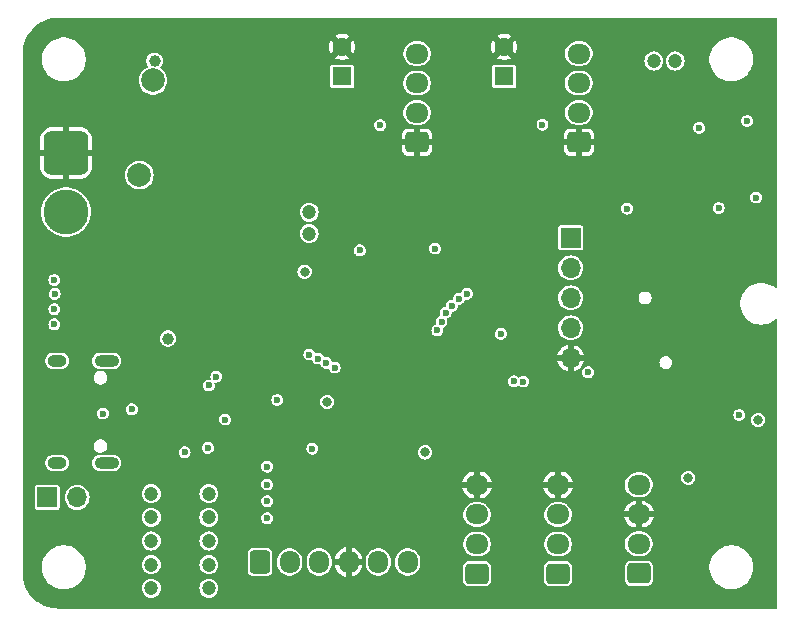
<source format=gbr>
%TF.GenerationSoftware,KiCad,Pcbnew,8.0.7*%
%TF.CreationDate,2025-02-04T22:27:15+09:00*%
%TF.ProjectId,GN10Mainboard,474e3130-4d61-4696-9e62-6f6172642e6b,rev?*%
%TF.SameCoordinates,Original*%
%TF.FileFunction,Copper,L2,Inr*%
%TF.FilePolarity,Positive*%
%FSLAX46Y46*%
G04 Gerber Fmt 4.6, Leading zero omitted, Abs format (unit mm)*
G04 Created by KiCad (PCBNEW 8.0.7) date 2025-02-04 22:27:15*
%MOMM*%
%LPD*%
G01*
G04 APERTURE LIST*
G04 Aperture macros list*
%AMRoundRect*
0 Rectangle with rounded corners*
0 $1 Rounding radius*
0 $2 $3 $4 $5 $6 $7 $8 $9 X,Y pos of 4 corners*
0 Add a 4 corners polygon primitive as box body*
4,1,4,$2,$3,$4,$5,$6,$7,$8,$9,$2,$3,0*
0 Add four circle primitives for the rounded corners*
1,1,$1+$1,$2,$3*
1,1,$1+$1,$4,$5*
1,1,$1+$1,$6,$7*
1,1,$1+$1,$8,$9*
0 Add four rect primitives between the rounded corners*
20,1,$1+$1,$2,$3,$4,$5,0*
20,1,$1+$1,$4,$5,$6,$7,0*
20,1,$1+$1,$6,$7,$8,$9,0*
20,1,$1+$1,$8,$9,$2,$3,0*%
G04 Aperture macros list end*
%TA.AperFunction,ComponentPad*%
%ADD10RoundRect,0.250000X0.725000X-0.600000X0.725000X0.600000X-0.725000X0.600000X-0.725000X-0.600000X0*%
%TD*%
%TA.AperFunction,ComponentPad*%
%ADD11O,1.950000X1.700000*%
%TD*%
%TA.AperFunction,ComponentPad*%
%ADD12R,1.600000X1.600000*%
%TD*%
%TA.AperFunction,ComponentPad*%
%ADD13C,1.600000*%
%TD*%
%TA.AperFunction,ComponentPad*%
%ADD14C,1.200000*%
%TD*%
%TA.AperFunction,ComponentPad*%
%ADD15R,1.700000X1.700000*%
%TD*%
%TA.AperFunction,ComponentPad*%
%ADD16O,1.700000X1.700000*%
%TD*%
%TA.AperFunction,ComponentPad*%
%ADD17O,2.100000X1.000000*%
%TD*%
%TA.AperFunction,ComponentPad*%
%ADD18O,1.600000X1.000000*%
%TD*%
%TA.AperFunction,ComponentPad*%
%ADD19RoundRect,0.760000X-1.140000X1.140000X-1.140000X-1.140000X1.140000X-1.140000X1.140000X1.140000X0*%
%TD*%
%TA.AperFunction,ComponentPad*%
%ADD20C,3.800000*%
%TD*%
%TA.AperFunction,ComponentPad*%
%ADD21RoundRect,0.250000X-0.600000X-0.725000X0.600000X-0.725000X0.600000X0.725000X-0.600000X0.725000X0*%
%TD*%
%TA.AperFunction,ComponentPad*%
%ADD22O,1.700000X1.950000*%
%TD*%
%TA.AperFunction,ViaPad*%
%ADD23C,0.600000*%
%TD*%
%TA.AperFunction,ViaPad*%
%ADD24C,0.800000*%
%TD*%
%TA.AperFunction,ViaPad*%
%ADD25C,2.000000*%
%TD*%
%TA.AperFunction,ViaPad*%
%ADD26C,2.500000*%
%TD*%
%TA.AperFunction,ViaPad*%
%ADD27C,1.000000*%
%TD*%
G04 APERTURE END LIST*
D10*
%TO.N,+3.3V*%
%TO.C,J8*%
X182180000Y-147019000D03*
D11*
%TO.N,SYS_SWCLK*%
X182180000Y-144519000D03*
%TO.N,GND*%
X182180000Y-142019000D03*
%TO.N,SYS_SWDIO*%
X182180000Y-139519000D03*
%TD*%
D12*
%TO.N,+5V*%
%TO.C,C29*%
X157051000Y-104954380D03*
D13*
%TO.N,GND*%
X157051000Y-102454380D03*
%TD*%
D14*
%TO.N,*%
%TO.C,SW3*%
X185245000Y-103645000D03*
X183445000Y-103645000D03*
%TD*%
D15*
%TO.N,BLE_UART_CTS*%
%TO.C,J10*%
X176403000Y-118618000D03*
D16*
%TO.N,BLE_UART_RTS*%
X176403000Y-121158000D03*
%TO.N,BLE_UART_TX*%
X176403000Y-123698000D03*
%TO.N,BLE_UART_RX*%
X176403000Y-126238000D03*
%TO.N,GND*%
X176403000Y-128778000D03*
%TD*%
D15*
%TO.N,+5V*%
%TO.C,J2*%
X132075000Y-140589000D03*
D16*
%TO.N,VBUS*%
X134615000Y-140589000D03*
%TD*%
D17*
%TO.N,unconnected-(J3-SHIELD-PadS1)_3*%
%TO.C,J3*%
X137115000Y-129030000D03*
D18*
%TO.N,unconnected-(J3-SHIELD-PadS1)_1*%
X132935000Y-129030000D03*
D17*
%TO.N,unconnected-(J3-SHIELD-PadS1)_2*%
X137115000Y-137670000D03*
D18*
%TO.N,unconnected-(J3-SHIELD-PadS1)*%
X132935000Y-137670000D03*
%TD*%
D12*
%TO.N,+5V*%
%TO.C,C32*%
X170767000Y-104954380D03*
D13*
%TO.N,GND*%
X170767000Y-102454380D03*
%TD*%
D10*
%TO.N,GND*%
%TO.C,J4*%
X163401000Y-110510000D03*
D11*
%TO.N,CAN1_L*%
X163401000Y-108010000D03*
%TO.N,+5V*%
X163401000Y-105510000D03*
%TO.N,CAN1_H*%
X163401000Y-103010000D03*
%TD*%
D14*
%TO.N,*%
%TO.C,SW1*%
X154257000Y-118250000D03*
X154257000Y-116450000D03*
%TD*%
%TO.N,LED_A_DRV*%
%TO.C,U5*%
X140895000Y-140285000D03*
%TO.N,LED_F_DRV*%
X140895000Y-142285000D03*
%TO.N,LED_G_DRV*%
X140895000Y-144285000D03*
%TO.N,LED_E_DRV*%
X140895000Y-146285000D03*
%TO.N,LED_D_DRV*%
X140895000Y-148285000D03*
%TO.N,LED_DP_DRV*%
X145775000Y-148285000D03*
%TO.N,+3.3V*%
X145775000Y-146285000D03*
%TO.N,LED_C_DRV*%
X145775000Y-144285000D03*
%TO.N,+3.3V*%
X145775000Y-142285000D03*
%TO.N,LED_B_DRV*%
X145775000Y-140285000D03*
%TD*%
D19*
%TO.N,GND*%
%TO.C,J1*%
X133683000Y-111432000D03*
D20*
%TO.N,+BATT*%
X133683000Y-116432000D03*
%TD*%
D10*
%TO.N,USART3_RX*%
%TO.C,J6*%
X168481000Y-147039000D03*
D11*
%TO.N,+3.3V*%
X168481000Y-144539000D03*
%TO.N,USART3_TX*%
X168481000Y-142039000D03*
%TO.N,GND*%
X168481000Y-139539000D03*
%TD*%
D10*
%TO.N,I2C4_SCL*%
%TO.C,J7*%
X175339000Y-147039000D03*
D11*
%TO.N,+3.3V*%
X175339000Y-144539000D03*
%TO.N,I2C4_SDA*%
X175339000Y-142039000D03*
%TO.N,GND*%
X175339000Y-139539000D03*
%TD*%
D21*
%TO.N,SPI3_MOSI*%
%TO.C,J9*%
X150106000Y-146063000D03*
D22*
%TO.N,+3.3V*%
X152606000Y-146063000D03*
%TO.N,SPI3_MISO*%
X155106000Y-146063000D03*
%TO.N,GND*%
X157606000Y-146063000D03*
%TO.N,SPI3_SCK*%
X160106000Y-146063000D03*
%TO.N,SPI3_CS*%
X162606000Y-146063000D03*
%TD*%
D10*
%TO.N,GND*%
%TO.C,J5*%
X177100000Y-110510000D03*
D11*
%TO.N,CAN2_L*%
X177100000Y-108010000D03*
%TO.N,+5V*%
X177100000Y-105510000D03*
%TO.N,CAN2_H*%
X177100000Y-103010000D03*
%TD*%
D23*
%TO.N,GND*%
X188877200Y-136030000D03*
X156162000Y-127597200D03*
X171452800Y-110782400D03*
X157889200Y-107632800D03*
X178361600Y-125819200D03*
X178310800Y-127546400D03*
X170233600Y-122415600D03*
X190452000Y-110122000D03*
X188166000Y-107582000D03*
X189436000Y-107582000D03*
X181054000Y-108090000D03*
X186261000Y-110122000D03*
X178387000Y-118250000D03*
X178381998Y-120028000D03*
X178381998Y-122009200D03*
X178387000Y-123965000D03*
X190452000Y-136919000D03*
X146002000Y-133871000D03*
X175088174Y-132720696D03*
X178895000Y-134252000D03*
X182451000Y-137808000D03*
X184356000Y-134252000D03*
X187023000Y-134252000D03*
X186388000Y-136030000D03*
X136985000Y-148730000D03*
X148034000Y-144285000D03*
X193500000Y-137300000D03*
X189690000Y-130950000D03*
X189690000Y-128410000D03*
X189690000Y-120790000D03*
X190604400Y-115405200D03*
X190604400Y-114516200D03*
X190452000Y-111646000D03*
X189055000Y-109995000D03*
X156111200Y-107302600D03*
X174704000Y-107328000D03*
X184508400Y-141110000D03*
X164086800Y-135776000D03*
X156822400Y-122034600D03*
X150726400Y-119723200D03*
X154638000Y-122060000D03*
X141811000Y-131026200D03*
X139575800Y-134226600D03*
X151386800Y-136741200D03*
X150675600Y-144386600D03*
X172824400Y-140449600D03*
X172468800Y-147155200D03*
X189690000Y-125870000D03*
X189690000Y-123330000D03*
X190960000Y-125870000D03*
X190909200Y-130950000D03*
X190960000Y-128410000D03*
X191010800Y-120739200D03*
X191010800Y-122060000D03*
X191061600Y-119520000D03*
X178260000Y-115760800D03*
X180139600Y-132016800D03*
X171204015Y-126375368D03*
X174653200Y-117945200D03*
X174551600Y-120434400D03*
X174602400Y-125565200D03*
X174551600Y-122974400D03*
X161242000Y-108344000D03*
X148796000Y-100470000D03*
X141430000Y-100470000D03*
X137112000Y-106820000D03*
X137112000Y-109106000D03*
X154130000Y-107836000D03*
X154130000Y-111392000D03*
X159718000Y-118758000D03*
X160734000Y-115202000D03*
X159972000Y-111646000D03*
X174450000Y-114694000D03*
X169116000Y-131966000D03*
X168100000Y-134125000D03*
X179530000Y-140475000D03*
X177625000Y-149365000D03*
X174450000Y-149365000D03*
X171275000Y-149365000D03*
X168100000Y-149365000D03*
X134935000Y-129832400D03*
X135486400Y-126581200D03*
X148415000Y-135141000D03*
X192357000Y-116218000D03*
X193246000Y-115837000D03*
X190706000Y-107709000D03*
X193246000Y-143650000D03*
X193500000Y-141745000D03*
X193500000Y-138824000D03*
X193500000Y-140348000D03*
X193246000Y-105550000D03*
X193246000Y-106820000D03*
X193246000Y-108090000D03*
X193246000Y-109360000D03*
X193246000Y-110630000D03*
X193246000Y-111900000D03*
X193246000Y-113170000D03*
X193246000Y-114059000D03*
X193246000Y-136157000D03*
X193246000Y-135014000D03*
X192230000Y-130950000D03*
X192230000Y-128410000D03*
X192230000Y-120790000D03*
X193500000Y-119520000D03*
X193500000Y-120790000D03*
X193500000Y-122060000D03*
X193500000Y-128410000D03*
X193500000Y-130950000D03*
X193500000Y-129680000D03*
X193500000Y-127140000D03*
X135080000Y-132220000D03*
X192230000Y-127140000D03*
X186705500Y-111582500D03*
X187023000Y-112789000D03*
X142192000Y-144412000D03*
X182451000Y-111773000D03*
X152098000Y-125489000D03*
X179530000Y-116980000D03*
X179530000Y-110249000D03*
X184610000Y-127140000D03*
X150320000Y-148730000D03*
X144478000Y-140094000D03*
X139177582Y-130122054D03*
X137620000Y-100470000D03*
X160480000Y-128410000D03*
X189690000Y-127140000D03*
X189690000Y-129680000D03*
X130863600Y-143421400D03*
X131270000Y-132220000D03*
X169573200Y-116014800D03*
X157940000Y-148730000D03*
X138890000Y-146190000D03*
X163020000Y-148730000D03*
X142877800Y-136893600D03*
X164925000Y-118631000D03*
X182451000Y-116218000D03*
X184610000Y-122060000D03*
X179530000Y-136030000D03*
X153495000Y-134252000D03*
X192230000Y-129680000D03*
X152250400Y-126886000D03*
X167338000Y-126251000D03*
X187150000Y-122060000D03*
X154130000Y-114440000D03*
X184610000Y-119520000D03*
X179530000Y-112408000D03*
X136172200Y-143497600D03*
X177040800Y-145885200D03*
X179530000Y-103010000D03*
X156111200Y-120536000D03*
X154003000Y-123584000D03*
X154130000Y-103010000D03*
X184356000Y-143396000D03*
X165560000Y-148730000D03*
X182070000Y-122060000D03*
X171910000Y-100470000D03*
X192230000Y-142380000D03*
X192230000Y-119520000D03*
X182070000Y-129680000D03*
X163020000Y-125870000D03*
X151971000Y-109868000D03*
X160480000Y-148730000D03*
X184610000Y-136030000D03*
X141226800Y-136792000D03*
X193246000Y-114948000D03*
X193246000Y-100419200D03*
X160480000Y-116980000D03*
X147780000Y-148730000D03*
X164747200Y-139535200D03*
X187023000Y-115964000D03*
X159819600Y-134404400D03*
X182070000Y-119520000D03*
X155400000Y-148730000D03*
X182070000Y-127140000D03*
X138890000Y-148730000D03*
X144351000Y-127775000D03*
X187150000Y-127140000D03*
X156035000Y-111265000D03*
X145240000Y-119520000D03*
X179530000Y-108090000D03*
X163020000Y-113170000D03*
X185499000Y-111265000D03*
X139398000Y-120840800D03*
X182324000Y-114313000D03*
X179530000Y-105550000D03*
X131270000Y-129680000D03*
X136350000Y-120790000D03*
X131270000Y-137300000D03*
X187023000Y-115329000D03*
X168100000Y-100470000D03*
X179530000Y-100470000D03*
X182324000Y-115583000D03*
X131270000Y-127140000D03*
X163020000Y-141110000D03*
X156212800Y-123685600D03*
D24*
X140668000Y-123838000D03*
D23*
X163020000Y-128410000D03*
X160480000Y-123330000D03*
X184610000Y-148730000D03*
X152352000Y-123965000D03*
X157584400Y-118707200D03*
X170640000Y-136030000D03*
X187150000Y-119520000D03*
X135080000Y-136030000D03*
X168100000Y-103010000D03*
X187150000Y-129680000D03*
X164290000Y-100470000D03*
D25*
X139893000Y-108723000D03*
D23*
X180952400Y-145682000D03*
X157683047Y-112862671D03*
X136350000Y-139840000D03*
X160480000Y-100470000D03*
X151590000Y-114440000D03*
X158041600Y-121298000D03*
X181968400Y-134404400D03*
X183594000Y-111265000D03*
X167338000Y-130569000D03*
X174450000Y-127140000D03*
X142192000Y-139840000D03*
X167947600Y-137452400D03*
X153266400Y-127978200D03*
X143970000Y-100470000D03*
X160480000Y-130950000D03*
X169217600Y-143243600D03*
X147653000Y-132982000D03*
X152860000Y-148730000D03*
D26*
X186182000Y-124320000D03*
D23*
X163020000Y-123330000D03*
X146510000Y-137300000D03*
X184610000Y-139332000D03*
X163020000Y-130950000D03*
X186743600Y-149339600D03*
X156670000Y-134353600D03*
X187150000Y-100470000D03*
X192230000Y-122060000D03*
X146510000Y-127140000D03*
X142700000Y-134760000D03*
X182070000Y-124600000D03*
X157940000Y-137300000D03*
X131270000Y-108090000D03*
X143970000Y-148730000D03*
X182324000Y-113043000D03*
X160480000Y-125870000D03*
X173180000Y-136030000D03*
X154130000Y-100470000D03*
X131270000Y-134760000D03*
X136350000Y-123330000D03*
X167338000Y-128537000D03*
X164747200Y-137503200D03*
X182070000Y-148730000D03*
X143970000Y-146190000D03*
X189690000Y-122060000D03*
X151590000Y-103010000D03*
X166830000Y-108090000D03*
X153876000Y-132474000D03*
X166677600Y-111849200D03*
X177345600Y-137350800D03*
X169268400Y-119875600D03*
X156314400Y-130442000D03*
X146510000Y-100470000D03*
X150320000Y-127902000D03*
X175720000Y-100470000D03*
X169370000Y-111900000D03*
X193347600Y-133845600D03*
X189690000Y-119520000D03*
X189944000Y-134506000D03*
X193347600Y-149390400D03*
X142700000Y-119520000D03*
X157940000Y-142380000D03*
X151590000Y-100470000D03*
X136350000Y-114440000D03*
X170182800Y-147206000D03*
X146764000Y-145478800D03*
X167846000Y-122415600D03*
X137620000Y-103010000D03*
X187023000Y-114059000D03*
X148288000Y-130442000D03*
X142700000Y-118250000D03*
X142700000Y-142380000D03*
X131270000Y-119520000D03*
X189690000Y-124600000D03*
D25*
%TO.N,+BATT*%
X139893000Y-113303000D03*
%TO.N,+5V*%
X141043000Y-105283000D03*
D27*
X141176000Y-103645000D03*
X142319000Y-127140000D03*
D23*
%TO.N,SYS_SWDIO*%
X167617400Y-123355400D03*
%TO.N,SYS_SWCLK*%
X166937186Y-123776485D03*
%TO.N,+3.3V*%
X158549600Y-119672400D03*
X187277000Y-109310000D03*
D24*
X153876000Y-121475800D03*
X164096200Y-136781000D03*
D23*
X154536400Y-136461800D03*
X143716000Y-136766600D03*
X147145000Y-133998000D03*
X164925000Y-119520000D03*
X191341000Y-108725000D03*
X174018200Y-109029800D03*
D24*
X155781000Y-132499400D03*
D23*
X160276800Y-109080600D03*
%TO.N,SPI3_SCK*%
X165822000Y-124954662D03*
%TO.N,DIP_3*%
X155718544Y-129203934D03*
X132692400Y-124650800D03*
%TO.N,DIP_4*%
X132692400Y-125946200D03*
X156416000Y-129595800D03*
%TO.N,DIP_2*%
X132717800Y-123355400D03*
X155008932Y-128834537D03*
%TO.N,DIP_1*%
X154277915Y-128500600D03*
X132692400Y-122187000D03*
%TO.N,SPI3_CS*%
X166360986Y-124361750D03*
%TO.N,Net-(U7-USBDM)*%
X139255002Y-133134400D03*
X145774106Y-131116858D03*
%TO.N,I2C4_SDA*%
X172408045Y-130782155D03*
%TO.N,Net-(U7-USBDP)*%
X136804998Y-133490000D03*
X146399106Y-130371039D03*
%TO.N,SPI3_MISO*%
X165469600Y-125732711D03*
%TO.N,I2C4_SCL*%
X171605000Y-130770418D03*
%TO.N,SPI3_MOSI*%
X165117200Y-126461812D03*
%TO.N,LED_B_DRV*%
X150696000Y-142356660D03*
%TO.N,LED_D_DRV*%
X150696000Y-140903941D03*
%TO.N,LED_DP_DRV*%
X150707985Y-137992615D03*
%TO.N,LED_F_DRV*%
X150704708Y-139507000D03*
D24*
%TO.N,BLE_UART_RX_LED*%
X192280800Y-134023400D03*
X186362600Y-138925600D03*
D23*
%TO.N,BLE_UART_RX*%
X181181000Y-116141800D03*
%TO.N,BLE_STATUS_LED*%
X192103000Y-115202000D03*
X188928000Y-116091000D03*
%TO.N,BLE_UART_MODE*%
X190680600Y-133617000D03*
X170489815Y-126735816D03*
%TO.N,BLE_UART_CTS*%
X177879000Y-129984800D03*
%TO.N,Net-(D13-K)*%
X151564600Y-132347000D03*
X145695062Y-136401000D03*
%TO.N,GND*%
X190960000Y-127140000D03*
X190909200Y-129680000D03*
X180927000Y-113551000D03*
X147780000Y-119520000D03*
X154003000Y-144818400D03*
X165560000Y-144920000D03*
%TD*%
%TA.AperFunction,Conductor*%
%TO.N,GND*%
G36*
X193866648Y-100014352D02*
G01*
X193881000Y-100049000D01*
X193881000Y-104951000D01*
X193866648Y-104985648D01*
X193832000Y-105000000D01*
X193832000Y-122853252D01*
X193817648Y-122887900D01*
X193783000Y-122902252D01*
X193750974Y-122889681D01*
X193750740Y-122889976D01*
X193749786Y-122889215D01*
X193749668Y-122889169D01*
X193749310Y-122888837D01*
X193749307Y-122888833D01*
X193748137Y-122887900D01*
X193541895Y-122723427D01*
X193541894Y-122723426D01*
X193312147Y-122590781D01*
X193065191Y-122493858D01*
X192806553Y-122434825D01*
X192806544Y-122434824D01*
X192542000Y-122415000D01*
X192277455Y-122434824D01*
X192277446Y-122434825D01*
X192018808Y-122493858D01*
X191771852Y-122590781D01*
X191542105Y-122723426D01*
X191542104Y-122723427D01*
X191334692Y-122888833D01*
X191154250Y-123083304D01*
X191154248Y-123083306D01*
X191004803Y-123302502D01*
X190889701Y-123541513D01*
X190889696Y-123541526D01*
X190841431Y-123698000D01*
X190811503Y-123795025D01*
X190771963Y-124057354D01*
X190771963Y-124322646D01*
X190811503Y-124584975D01*
X190831808Y-124650802D01*
X190889696Y-124838473D01*
X190889701Y-124838486D01*
X191004803Y-125077497D01*
X191137929Y-125272758D01*
X191154249Y-125296694D01*
X191334693Y-125491167D01*
X191337513Y-125493416D01*
X191542104Y-125656572D01*
X191542105Y-125656573D01*
X191771852Y-125789218D01*
X191771853Y-125789218D01*
X191771856Y-125789220D01*
X192018810Y-125886142D01*
X192277450Y-125945175D01*
X192542000Y-125965000D01*
X192806550Y-125945175D01*
X193065190Y-125886142D01*
X193312144Y-125789220D01*
X193541893Y-125656574D01*
X193749307Y-125491167D01*
X193749317Y-125491155D01*
X193749668Y-125490831D01*
X193749780Y-125490789D01*
X193750740Y-125490024D01*
X193750991Y-125490339D01*
X193784828Y-125477782D01*
X193818917Y-125493416D01*
X193832000Y-125526748D01*
X193832000Y-145000000D01*
X193866648Y-145014352D01*
X193881000Y-145049000D01*
X193881000Y-149951000D01*
X193866648Y-149985648D01*
X193832000Y-150000000D01*
X133000330Y-150000000D01*
X132999643Y-149999995D01*
X132834065Y-149997673D01*
X132829266Y-149997370D01*
X132499815Y-149960250D01*
X132494397Y-149959329D01*
X132171522Y-149885635D01*
X132166242Y-149884114D01*
X131853638Y-149774729D01*
X131848562Y-149772626D01*
X131550182Y-149628934D01*
X131545372Y-149626276D01*
X131264950Y-149450075D01*
X131260469Y-149446896D01*
X131001532Y-149240401D01*
X130997435Y-149236739D01*
X130763260Y-149002564D01*
X130759598Y-148998467D01*
X130553103Y-148739530D01*
X130549924Y-148735049D01*
X130373723Y-148454627D01*
X130371065Y-148449817D01*
X130323236Y-148350499D01*
X130227371Y-148151433D01*
X130225270Y-148146361D01*
X130211060Y-148105750D01*
X130115883Y-147833750D01*
X130114364Y-147828477D01*
X130090449Y-147723699D01*
X130040669Y-147505597D01*
X130039749Y-147500184D01*
X130011982Y-147253747D01*
X130002628Y-147170729D01*
X130002326Y-147165934D01*
X130001269Y-147090564D01*
X130000005Y-147000356D01*
X130000000Y-146999669D01*
X130000000Y-146378712D01*
X131649500Y-146378712D01*
X131649500Y-146621288D01*
X131681162Y-146861789D01*
X131681163Y-146861793D01*
X131681164Y-146861800D01*
X131743944Y-147096095D01*
X131743946Y-147096101D01*
X131836776Y-147320213D01*
X131958062Y-147530286D01*
X131958072Y-147530301D01*
X132105730Y-147722732D01*
X132105740Y-147722744D01*
X132277255Y-147894259D01*
X132277267Y-147894269D01*
X132469698Y-148041927D01*
X132469707Y-148041933D01*
X132469711Y-148041936D01*
X132679788Y-148163224D01*
X132903900Y-148256054D01*
X132903904Y-148256055D01*
X133138199Y-148318835D01*
X133138200Y-148318835D01*
X133138211Y-148318838D01*
X133378712Y-148350500D01*
X133378716Y-148350500D01*
X133621284Y-148350500D01*
X133621288Y-148350500D01*
X133861789Y-148318838D01*
X133988073Y-148285000D01*
X140089435Y-148285000D01*
X140109631Y-148464249D01*
X140109633Y-148464258D01*
X140169212Y-148634526D01*
X140265182Y-148787259D01*
X140265184Y-148787262D01*
X140392738Y-148914816D01*
X140392740Y-148914817D01*
X140545473Y-149010787D01*
X140545477Y-149010788D01*
X140545478Y-149010789D01*
X140715745Y-149070368D01*
X140895000Y-149090565D01*
X141074255Y-149070368D01*
X141244522Y-149010789D01*
X141244524Y-149010787D01*
X141244526Y-149010787D01*
X141300596Y-148975555D01*
X141397262Y-148914816D01*
X141524816Y-148787262D01*
X141585555Y-148690596D01*
X141620787Y-148634526D01*
X141620787Y-148634524D01*
X141620789Y-148634522D01*
X141680368Y-148464255D01*
X141700565Y-148285000D01*
X144969435Y-148285000D01*
X144989631Y-148464249D01*
X144989633Y-148464258D01*
X145049212Y-148634526D01*
X145145182Y-148787259D01*
X145145184Y-148787262D01*
X145272738Y-148914816D01*
X145272740Y-148914817D01*
X145425473Y-149010787D01*
X145425477Y-149010788D01*
X145425478Y-149010789D01*
X145595745Y-149070368D01*
X145775000Y-149090565D01*
X145954255Y-149070368D01*
X146124522Y-149010789D01*
X146124524Y-149010787D01*
X146124526Y-149010787D01*
X146180596Y-148975555D01*
X146277262Y-148914816D01*
X146404816Y-148787262D01*
X146465555Y-148690596D01*
X146500787Y-148634526D01*
X146500787Y-148634524D01*
X146500789Y-148634522D01*
X146560368Y-148464255D01*
X146580565Y-148285000D01*
X146560368Y-148105745D01*
X146500789Y-147935478D01*
X146500788Y-147935477D01*
X146500787Y-147935473D01*
X146404817Y-147782740D01*
X146404816Y-147782738D01*
X146277262Y-147655184D01*
X146277259Y-147655182D01*
X146124526Y-147559212D01*
X145954258Y-147499633D01*
X145954257Y-147499632D01*
X145954255Y-147499632D01*
X145954251Y-147499631D01*
X145954249Y-147499631D01*
X145775000Y-147479435D01*
X145595750Y-147499631D01*
X145595741Y-147499633D01*
X145425473Y-147559212D01*
X145272740Y-147655182D01*
X145272736Y-147655185D01*
X145145185Y-147782736D01*
X145145182Y-147782740D01*
X145049212Y-147935473D01*
X144989633Y-148105741D01*
X144989631Y-148105750D01*
X144969435Y-148285000D01*
X141700565Y-148285000D01*
X141680368Y-148105745D01*
X141620789Y-147935478D01*
X141620788Y-147935477D01*
X141620787Y-147935473D01*
X141524817Y-147782740D01*
X141524816Y-147782738D01*
X141397262Y-147655184D01*
X141397259Y-147655182D01*
X141244526Y-147559212D01*
X141074258Y-147499633D01*
X141074257Y-147499632D01*
X141074255Y-147499632D01*
X141074251Y-147499631D01*
X141074249Y-147499631D01*
X140895000Y-147479435D01*
X140715750Y-147499631D01*
X140715741Y-147499633D01*
X140545473Y-147559212D01*
X140392740Y-147655182D01*
X140392736Y-147655185D01*
X140265185Y-147782736D01*
X140265182Y-147782740D01*
X140169212Y-147935473D01*
X140109633Y-148105741D01*
X140109631Y-148105750D01*
X140089435Y-148285000D01*
X133988073Y-148285000D01*
X134096100Y-148256054D01*
X134320212Y-148163224D01*
X134530289Y-148041936D01*
X134530476Y-148041793D01*
X134579579Y-148004113D01*
X134722738Y-147894265D01*
X134894265Y-147722738D01*
X135019743Y-147559212D01*
X135041927Y-147530301D01*
X135041928Y-147530298D01*
X135041936Y-147530289D01*
X135163224Y-147320212D01*
X135256054Y-147096100D01*
X135318838Y-146861789D01*
X135350500Y-146621288D01*
X135350500Y-146378712D01*
X135338163Y-146285000D01*
X140089435Y-146285000D01*
X140109631Y-146464249D01*
X140109633Y-146464258D01*
X140169212Y-146634526D01*
X140265182Y-146787259D01*
X140265184Y-146787262D01*
X140392738Y-146914816D01*
X140392740Y-146914817D01*
X140545473Y-147010787D01*
X140545477Y-147010788D01*
X140545478Y-147010789D01*
X140715745Y-147070368D01*
X140895000Y-147090565D01*
X141074255Y-147070368D01*
X141244522Y-147010789D01*
X141244524Y-147010787D01*
X141244526Y-147010787D01*
X141300596Y-146975555D01*
X141397262Y-146914816D01*
X141524816Y-146787262D01*
X141588697Y-146685596D01*
X141620787Y-146634526D01*
X141620787Y-146634524D01*
X141620789Y-146634522D01*
X141680368Y-146464255D01*
X141700565Y-146285000D01*
X144969435Y-146285000D01*
X144989631Y-146464249D01*
X144989633Y-146464258D01*
X145049212Y-146634526D01*
X145145182Y-146787259D01*
X145145184Y-146787262D01*
X145272738Y-146914816D01*
X145272740Y-146914817D01*
X145425473Y-147010787D01*
X145425477Y-147010788D01*
X145425478Y-147010789D01*
X145595745Y-147070368D01*
X145775000Y-147090565D01*
X145954255Y-147070368D01*
X146124522Y-147010789D01*
X146124524Y-147010787D01*
X146124526Y-147010787D01*
X146180596Y-146975555D01*
X146277262Y-146914816D01*
X146404816Y-146787262D01*
X146468697Y-146685596D01*
X146500787Y-146634526D01*
X146500787Y-146634524D01*
X146500789Y-146634522D01*
X146560368Y-146464255D01*
X146580565Y-146285000D01*
X146560368Y-146105745D01*
X146500789Y-145935478D01*
X146500788Y-145935477D01*
X146500787Y-145935473D01*
X146404817Y-145782740D01*
X146404816Y-145782738D01*
X146277262Y-145655184D01*
X146239700Y-145631582D01*
X146124526Y-145559212D01*
X145954258Y-145499633D01*
X145954257Y-145499632D01*
X145954255Y-145499632D01*
X145954251Y-145499631D01*
X145954249Y-145499631D01*
X145775000Y-145479435D01*
X145595750Y-145499631D01*
X145595741Y-145499633D01*
X145425473Y-145559212D01*
X145272740Y-145655182D01*
X145272736Y-145655185D01*
X145145185Y-145782736D01*
X145145182Y-145782740D01*
X145049212Y-145935473D01*
X144989633Y-146105741D01*
X144989631Y-146105750D01*
X144969435Y-146285000D01*
X141700565Y-146285000D01*
X141680368Y-146105745D01*
X141620789Y-145935478D01*
X141620788Y-145935477D01*
X141620787Y-145935473D01*
X141524817Y-145782740D01*
X141524816Y-145782738D01*
X141397262Y-145655184D01*
X141359700Y-145631582D01*
X141244526Y-145559212D01*
X141074258Y-145499633D01*
X141074257Y-145499632D01*
X141074255Y-145499632D01*
X141074251Y-145499631D01*
X141074249Y-145499631D01*
X140895000Y-145479435D01*
X140715750Y-145499631D01*
X140715741Y-145499633D01*
X140545473Y-145559212D01*
X140392740Y-145655182D01*
X140392736Y-145655185D01*
X140265185Y-145782736D01*
X140265182Y-145782740D01*
X140169212Y-145935473D01*
X140109633Y-146105741D01*
X140109631Y-146105750D01*
X140089435Y-146285000D01*
X135338163Y-146285000D01*
X135318838Y-146138211D01*
X135315441Y-146125535D01*
X135256055Y-145903904D01*
X135256053Y-145903898D01*
X135218402Y-145812999D01*
X135163224Y-145679788D01*
X135156826Y-145668707D01*
X135041937Y-145469713D01*
X135041927Y-145469698D01*
X134899224Y-145283724D01*
X149055500Y-145283724D01*
X149055500Y-146842275D01*
X149058353Y-146872698D01*
X149058353Y-146872699D01*
X149103204Y-147000876D01*
X149103208Y-147000885D01*
X149183849Y-147110150D01*
X149293114Y-147190791D01*
X149293117Y-147190792D01*
X149293118Y-147190793D01*
X149293120Y-147190793D01*
X149293123Y-147190795D01*
X149421301Y-147235646D01*
X149451734Y-147238500D01*
X149451744Y-147238500D01*
X150760256Y-147238500D01*
X150760266Y-147238500D01*
X150790699Y-147235646D01*
X150918882Y-147190793D01*
X150944933Y-147171567D01*
X151028150Y-147110150D01*
X151108791Y-147000885D01*
X151108791Y-147000884D01*
X151108793Y-147000882D01*
X151153646Y-146872699D01*
X151156500Y-146842266D01*
X151156500Y-145834535D01*
X151555500Y-145834535D01*
X151555500Y-146291465D01*
X151572855Y-146378715D01*
X151595869Y-146494417D01*
X151595871Y-146494423D01*
X151653902Y-146634522D01*
X151675059Y-146685598D01*
X151790023Y-146857655D01*
X151936345Y-147003977D01*
X152108402Y-147118941D01*
X152299580Y-147198130D01*
X152502535Y-147238500D01*
X152502538Y-147238500D01*
X152709462Y-147238500D01*
X152709465Y-147238500D01*
X152912420Y-147198130D01*
X153103598Y-147118941D01*
X153275655Y-147003977D01*
X153421977Y-146857655D01*
X153536941Y-146685598D01*
X153616130Y-146494420D01*
X153656500Y-146291465D01*
X153656500Y-145834535D01*
X154055500Y-145834535D01*
X154055500Y-146291465D01*
X154072855Y-146378715D01*
X154095869Y-146494417D01*
X154095871Y-146494423D01*
X154153902Y-146634522D01*
X154175059Y-146685598D01*
X154290023Y-146857655D01*
X154436345Y-147003977D01*
X154608402Y-147118941D01*
X154799580Y-147198130D01*
X155002535Y-147238500D01*
X155002538Y-147238500D01*
X155209462Y-147238500D01*
X155209465Y-147238500D01*
X155412420Y-147198130D01*
X155603598Y-147118941D01*
X155775655Y-147003977D01*
X155921977Y-146857655D01*
X156036941Y-146685598D01*
X156116130Y-146494420D01*
X156156500Y-146291465D01*
X156156500Y-145834535D01*
X156152216Y-145812999D01*
X156461462Y-145812999D01*
X156461463Y-145813000D01*
X157201854Y-145813000D01*
X157163370Y-145879657D01*
X157131000Y-146000465D01*
X157131000Y-146125535D01*
X157163370Y-146246343D01*
X157201854Y-146313000D01*
X156461463Y-146313000D01*
X156484316Y-146457289D01*
X156484317Y-146457292D01*
X156540252Y-146629445D01*
X156622432Y-146790730D01*
X156728830Y-146937176D01*
X156728834Y-146937181D01*
X156856819Y-147065166D01*
X156856823Y-147065169D01*
X157003269Y-147171567D01*
X157164554Y-147253747D01*
X157336708Y-147309682D01*
X157336712Y-147309683D01*
X157356000Y-147312738D01*
X157356000Y-146467145D01*
X157422657Y-146505630D01*
X157543465Y-146538000D01*
X157668535Y-146538000D01*
X157789343Y-146505630D01*
X157856000Y-146467145D01*
X157856000Y-147312737D01*
X157875287Y-147309683D01*
X157875291Y-147309682D01*
X158047445Y-147253747D01*
X158208730Y-147171567D01*
X158355176Y-147065169D01*
X158355181Y-147065166D01*
X158483166Y-146937181D01*
X158483169Y-146937176D01*
X158589567Y-146790730D01*
X158671747Y-146629445D01*
X158727682Y-146457292D01*
X158727683Y-146457289D01*
X158750537Y-146313000D01*
X158010146Y-146313000D01*
X158048630Y-146246343D01*
X158081000Y-146125535D01*
X158081000Y-146000465D01*
X158048630Y-145879657D01*
X158022579Y-145834535D01*
X159055500Y-145834535D01*
X159055500Y-146291465D01*
X159072855Y-146378715D01*
X159095869Y-146494417D01*
X159095871Y-146494423D01*
X159153902Y-146634522D01*
X159175059Y-146685598D01*
X159290023Y-146857655D01*
X159436345Y-147003977D01*
X159608402Y-147118941D01*
X159799580Y-147198130D01*
X160002535Y-147238500D01*
X160002538Y-147238500D01*
X160209462Y-147238500D01*
X160209465Y-147238500D01*
X160412420Y-147198130D01*
X160603598Y-147118941D01*
X160775655Y-147003977D01*
X160921977Y-146857655D01*
X161036941Y-146685598D01*
X161116130Y-146494420D01*
X161156500Y-146291465D01*
X161156500Y-145834535D01*
X161555500Y-145834535D01*
X161555500Y-146291465D01*
X161572855Y-146378715D01*
X161595869Y-146494417D01*
X161595871Y-146494423D01*
X161653902Y-146634522D01*
X161675059Y-146685598D01*
X161790023Y-146857655D01*
X161936345Y-147003977D01*
X162108402Y-147118941D01*
X162299580Y-147198130D01*
X162502535Y-147238500D01*
X162502538Y-147238500D01*
X162709462Y-147238500D01*
X162709465Y-147238500D01*
X162912420Y-147198130D01*
X163103598Y-147118941D01*
X163275655Y-147003977D01*
X163421977Y-146857655D01*
X163536941Y-146685598D01*
X163616130Y-146494420D01*
X163637950Y-146384724D01*
X167305500Y-146384724D01*
X167305500Y-147693275D01*
X167308353Y-147723698D01*
X167308353Y-147723699D01*
X167353204Y-147851876D01*
X167353208Y-147851885D01*
X167433849Y-147961150D01*
X167543114Y-148041791D01*
X167543117Y-148041792D01*
X167543118Y-148041793D01*
X167543120Y-148041793D01*
X167543123Y-148041795D01*
X167622300Y-148069500D01*
X167671301Y-148086646D01*
X167701734Y-148089500D01*
X167701744Y-148089500D01*
X169260256Y-148089500D01*
X169260266Y-148089500D01*
X169290699Y-148086646D01*
X169418882Y-148041793D01*
X169445979Y-148021795D01*
X169528150Y-147961150D01*
X169608791Y-147851885D01*
X169608791Y-147851884D01*
X169608793Y-147851882D01*
X169653646Y-147723699D01*
X169656500Y-147693266D01*
X169656500Y-146384734D01*
X169656499Y-146384724D01*
X174163500Y-146384724D01*
X174163500Y-147693275D01*
X174166353Y-147723698D01*
X174166353Y-147723699D01*
X174211204Y-147851876D01*
X174211208Y-147851885D01*
X174291849Y-147961150D01*
X174401114Y-148041791D01*
X174401117Y-148041792D01*
X174401118Y-148041793D01*
X174401120Y-148041793D01*
X174401123Y-148041795D01*
X174480300Y-148069500D01*
X174529301Y-148086646D01*
X174559734Y-148089500D01*
X174559744Y-148089500D01*
X176118256Y-148089500D01*
X176118266Y-148089500D01*
X176148699Y-148086646D01*
X176276882Y-148041793D01*
X176303979Y-148021795D01*
X176386150Y-147961150D01*
X176466791Y-147851885D01*
X176466791Y-147851884D01*
X176466793Y-147851882D01*
X176511646Y-147723699D01*
X176514500Y-147693266D01*
X176514500Y-146384734D01*
X176512623Y-146364724D01*
X181004500Y-146364724D01*
X181004500Y-147673275D01*
X181007353Y-147703698D01*
X181007353Y-147703699D01*
X181052204Y-147831876D01*
X181052208Y-147831885D01*
X181132849Y-147941150D01*
X181242114Y-148021791D01*
X181242117Y-148021792D01*
X181242118Y-148021793D01*
X181242120Y-148021793D01*
X181242123Y-148021795D01*
X181299686Y-148041937D01*
X181370301Y-148066646D01*
X181400734Y-148069500D01*
X181400744Y-148069500D01*
X182959256Y-148069500D01*
X182959266Y-148069500D01*
X182989699Y-148066646D01*
X183117882Y-148021793D01*
X183227150Y-147941150D01*
X183293030Y-147851885D01*
X183307791Y-147831885D01*
X183307791Y-147831884D01*
X183307793Y-147831882D01*
X183352646Y-147703699D01*
X183355500Y-147673266D01*
X183355500Y-146378712D01*
X188149500Y-146378712D01*
X188149500Y-146621288D01*
X188181162Y-146861789D01*
X188181163Y-146861793D01*
X188181164Y-146861800D01*
X188243944Y-147096095D01*
X188243946Y-147096101D01*
X188336776Y-147320213D01*
X188458062Y-147530286D01*
X188458072Y-147530301D01*
X188605730Y-147722732D01*
X188605740Y-147722744D01*
X188777255Y-147894259D01*
X188777267Y-147894269D01*
X188969698Y-148041927D01*
X188969707Y-148041933D01*
X188969711Y-148041936D01*
X189179788Y-148163224D01*
X189403900Y-148256054D01*
X189403904Y-148256055D01*
X189638199Y-148318835D01*
X189638200Y-148318835D01*
X189638211Y-148318838D01*
X189878712Y-148350500D01*
X189878716Y-148350500D01*
X190121284Y-148350500D01*
X190121288Y-148350500D01*
X190361789Y-148318838D01*
X190596100Y-148256054D01*
X190820212Y-148163224D01*
X191030289Y-148041936D01*
X191030476Y-148041793D01*
X191079579Y-148004113D01*
X191222738Y-147894265D01*
X191394265Y-147722738D01*
X191519743Y-147559212D01*
X191541927Y-147530301D01*
X191541928Y-147530298D01*
X191541936Y-147530289D01*
X191663224Y-147320212D01*
X191756054Y-147096100D01*
X191818838Y-146861789D01*
X191850500Y-146621288D01*
X191850500Y-146378712D01*
X191818838Y-146138211D01*
X191815441Y-146125535D01*
X191756055Y-145903904D01*
X191756053Y-145903898D01*
X191718402Y-145812999D01*
X191663224Y-145679788D01*
X191656826Y-145668707D01*
X191541937Y-145469713D01*
X191541927Y-145469698D01*
X191394269Y-145277267D01*
X191394259Y-145277255D01*
X191222744Y-145105740D01*
X191222732Y-145105730D01*
X191030301Y-144958072D01*
X191030286Y-144958062D01*
X190820212Y-144836776D01*
X190820213Y-144836776D01*
X190596101Y-144743946D01*
X190596095Y-144743944D01*
X190361800Y-144681164D01*
X190361793Y-144681163D01*
X190361789Y-144681162D01*
X190121288Y-144649500D01*
X189878712Y-144649500D01*
X189638211Y-144681162D01*
X189638207Y-144681162D01*
X189638199Y-144681164D01*
X189403904Y-144743944D01*
X189403898Y-144743946D01*
X189179786Y-144836776D01*
X188969713Y-144958062D01*
X188969698Y-144958072D01*
X188777267Y-145105730D01*
X188777255Y-145105740D01*
X188605740Y-145277255D01*
X188605730Y-145277267D01*
X188458072Y-145469698D01*
X188458062Y-145469713D01*
X188336776Y-145679786D01*
X188243946Y-145903898D01*
X188243944Y-145903904D01*
X188181164Y-146138199D01*
X188181162Y-146138207D01*
X188181162Y-146138211D01*
X188149500Y-146378712D01*
X183355500Y-146378712D01*
X183355500Y-146364734D01*
X183352646Y-146334301D01*
X183345192Y-146313000D01*
X183307795Y-146206123D01*
X183307791Y-146206114D01*
X183227150Y-146096849D01*
X183117885Y-146016208D01*
X183117876Y-146016204D01*
X182989698Y-145971353D01*
X182959275Y-145968500D01*
X182959266Y-145968500D01*
X181400734Y-145968500D01*
X181400724Y-145968500D01*
X181370301Y-145971353D01*
X181370300Y-145971353D01*
X181242123Y-146016204D01*
X181242114Y-146016208D01*
X181132849Y-146096849D01*
X181052208Y-146206114D01*
X181052204Y-146206123D01*
X181007353Y-146334300D01*
X181007353Y-146334301D01*
X181004500Y-146364724D01*
X176512623Y-146364724D01*
X176511646Y-146354301D01*
X176504647Y-146334300D01*
X176466795Y-146226123D01*
X176466791Y-146226114D01*
X176386150Y-146116849D01*
X176276885Y-146036208D01*
X176276876Y-146036204D01*
X176148698Y-145991353D01*
X176118275Y-145988500D01*
X176118266Y-145988500D01*
X174559734Y-145988500D01*
X174559724Y-145988500D01*
X174529301Y-145991353D01*
X174529300Y-145991353D01*
X174401123Y-146036204D01*
X174401114Y-146036208D01*
X174291849Y-146116849D01*
X174211208Y-146226114D01*
X174211204Y-146226123D01*
X174166353Y-146354300D01*
X174166353Y-146354301D01*
X174163500Y-146384724D01*
X169656499Y-146384724D01*
X169653646Y-146354301D01*
X169646647Y-146334300D01*
X169608795Y-146226123D01*
X169608791Y-146226114D01*
X169528150Y-146116849D01*
X169418885Y-146036208D01*
X169418876Y-146036204D01*
X169290698Y-145991353D01*
X169260275Y-145988500D01*
X169260266Y-145988500D01*
X167701734Y-145988500D01*
X167701724Y-145988500D01*
X167671301Y-145991353D01*
X167671300Y-145991353D01*
X167543123Y-146036204D01*
X167543114Y-146036208D01*
X167433849Y-146116849D01*
X167353208Y-146226114D01*
X167353204Y-146226123D01*
X167308353Y-146354300D01*
X167308353Y-146354301D01*
X167305500Y-146384724D01*
X163637950Y-146384724D01*
X163656500Y-146291465D01*
X163656500Y-145834535D01*
X163616130Y-145631580D01*
X163536941Y-145440402D01*
X163421977Y-145268345D01*
X163275655Y-145122023D01*
X163228574Y-145090565D01*
X163184073Y-145060830D01*
X163103598Y-145007059D01*
X163103596Y-145007058D01*
X162912423Y-144927871D01*
X162912417Y-144927869D01*
X162830572Y-144911589D01*
X162709465Y-144887500D01*
X162502535Y-144887500D01*
X162401520Y-144907592D01*
X162299582Y-144927869D01*
X162299576Y-144927871D01*
X162108403Y-145007058D01*
X161936345Y-145122022D01*
X161790022Y-145268345D01*
X161675058Y-145440403D01*
X161595871Y-145631576D01*
X161595869Y-145631582D01*
X161588485Y-145668707D01*
X161555500Y-145834535D01*
X161156500Y-145834535D01*
X161116130Y-145631580D01*
X161036941Y-145440402D01*
X160921977Y-145268345D01*
X160775655Y-145122023D01*
X160728574Y-145090565D01*
X160684073Y-145060830D01*
X160603598Y-145007059D01*
X160603596Y-145007058D01*
X160412423Y-144927871D01*
X160412417Y-144927869D01*
X160330572Y-144911589D01*
X160209465Y-144887500D01*
X160002535Y-144887500D01*
X159901520Y-144907592D01*
X159799582Y-144927869D01*
X159799576Y-144927871D01*
X159608403Y-145007058D01*
X159436345Y-145122022D01*
X159290022Y-145268345D01*
X159175058Y-145440403D01*
X159095871Y-145631576D01*
X159095869Y-145631582D01*
X159088485Y-145668707D01*
X159055500Y-145834535D01*
X158022579Y-145834535D01*
X158010146Y-145813000D01*
X158750537Y-145813000D01*
X158750537Y-145812999D01*
X158727683Y-145668710D01*
X158727682Y-145668707D01*
X158671747Y-145496554D01*
X158589567Y-145335269D01*
X158483169Y-145188823D01*
X158483166Y-145188819D01*
X158355181Y-145060834D01*
X158355176Y-145060830D01*
X158208730Y-144954432D01*
X158047445Y-144872252D01*
X157875292Y-144816317D01*
X157875290Y-144816316D01*
X157856000Y-144813260D01*
X157856000Y-145658854D01*
X157789343Y-145620370D01*
X157668535Y-145588000D01*
X157543465Y-145588000D01*
X157422657Y-145620370D01*
X157356000Y-145658854D01*
X157356000Y-144813260D01*
X157336709Y-144816316D01*
X157336707Y-144816317D01*
X157164554Y-144872252D01*
X157003269Y-144954432D01*
X156856823Y-145060830D01*
X156728830Y-145188823D01*
X156622432Y-145335269D01*
X156540252Y-145496554D01*
X156484317Y-145668707D01*
X156484316Y-145668710D01*
X156461462Y-145812999D01*
X156152216Y-145812999D01*
X156116130Y-145631580D01*
X156036941Y-145440402D01*
X155921977Y-145268345D01*
X155775655Y-145122023D01*
X155728574Y-145090565D01*
X155684073Y-145060830D01*
X155603598Y-145007059D01*
X155603596Y-145007058D01*
X155412423Y-144927871D01*
X155412417Y-144927869D01*
X155330572Y-144911589D01*
X155209465Y-144887500D01*
X155002535Y-144887500D01*
X154901520Y-144907592D01*
X154799582Y-144927869D01*
X154799576Y-144927871D01*
X154608403Y-145007058D01*
X154436345Y-145122022D01*
X154290022Y-145268345D01*
X154175058Y-145440403D01*
X154095871Y-145631576D01*
X154095869Y-145631582D01*
X154088485Y-145668707D01*
X154055500Y-145834535D01*
X153656500Y-145834535D01*
X153616130Y-145631580D01*
X153536941Y-145440402D01*
X153421977Y-145268345D01*
X153275655Y-145122023D01*
X153228574Y-145090565D01*
X153184073Y-145060830D01*
X153103598Y-145007059D01*
X153103596Y-145007058D01*
X152912423Y-144927871D01*
X152912417Y-144927869D01*
X152830572Y-144911589D01*
X152709465Y-144887500D01*
X152502535Y-144887500D01*
X152401520Y-144907592D01*
X152299582Y-144927869D01*
X152299576Y-144927871D01*
X152108403Y-145007058D01*
X151936345Y-145122022D01*
X151790022Y-145268345D01*
X151675058Y-145440403D01*
X151595871Y-145631576D01*
X151595869Y-145631582D01*
X151588485Y-145668707D01*
X151555500Y-145834535D01*
X151156500Y-145834535D01*
X151156500Y-145283734D01*
X151153646Y-145253301D01*
X151138023Y-145208654D01*
X151108795Y-145125123D01*
X151108791Y-145125114D01*
X151028150Y-145015849D01*
X150918885Y-144935208D01*
X150918876Y-144935204D01*
X150790698Y-144890353D01*
X150760275Y-144887500D01*
X150760266Y-144887500D01*
X149451734Y-144887500D01*
X149451724Y-144887500D01*
X149421301Y-144890353D01*
X149421300Y-144890353D01*
X149293123Y-144935204D01*
X149293114Y-144935208D01*
X149183849Y-145015849D01*
X149103208Y-145125114D01*
X149103204Y-145125123D01*
X149058353Y-145253300D01*
X149058353Y-145253301D01*
X149055500Y-145283724D01*
X134899224Y-145283724D01*
X134894269Y-145277267D01*
X134894259Y-145277255D01*
X134722744Y-145105740D01*
X134722732Y-145105730D01*
X134530301Y-144958072D01*
X134530286Y-144958062D01*
X134320212Y-144836776D01*
X134320213Y-144836776D01*
X134096101Y-144743946D01*
X134096095Y-144743944D01*
X133861800Y-144681164D01*
X133861793Y-144681163D01*
X133861789Y-144681162D01*
X133621288Y-144649500D01*
X133378712Y-144649500D01*
X133138211Y-144681162D01*
X133138207Y-144681162D01*
X133138199Y-144681164D01*
X132903904Y-144743944D01*
X132903898Y-144743946D01*
X132679786Y-144836776D01*
X132469713Y-144958062D01*
X132469698Y-144958072D01*
X132277267Y-145105730D01*
X132277255Y-145105740D01*
X132105740Y-145277255D01*
X132105730Y-145277267D01*
X131958072Y-145469698D01*
X131958062Y-145469713D01*
X131836776Y-145679786D01*
X131743946Y-145903898D01*
X131743944Y-145903904D01*
X131681164Y-146138199D01*
X131681162Y-146138207D01*
X131681162Y-146138211D01*
X131649500Y-146378712D01*
X130000000Y-146378712D01*
X130000000Y-144285000D01*
X140089435Y-144285000D01*
X140109631Y-144464249D01*
X140109633Y-144464258D01*
X140169212Y-144634526D01*
X140265182Y-144787259D01*
X140265184Y-144787262D01*
X140392738Y-144914816D01*
X140392740Y-144914817D01*
X140545473Y-145010787D01*
X140545477Y-145010788D01*
X140545478Y-145010789D01*
X140715745Y-145070368D01*
X140895000Y-145090565D01*
X141074255Y-145070368D01*
X141244522Y-145010789D01*
X141244524Y-145010787D01*
X141244526Y-145010787D01*
X141300596Y-144975555D01*
X141397262Y-144914816D01*
X141524816Y-144787262D01*
X141611378Y-144649500D01*
X141620787Y-144634526D01*
X141620787Y-144634524D01*
X141620789Y-144634522D01*
X141680368Y-144464255D01*
X141700565Y-144285000D01*
X144969435Y-144285000D01*
X144989631Y-144464249D01*
X144989633Y-144464258D01*
X145049212Y-144634526D01*
X145145182Y-144787259D01*
X145145184Y-144787262D01*
X145272738Y-144914816D01*
X145272740Y-144914817D01*
X145425473Y-145010787D01*
X145425477Y-145010788D01*
X145425478Y-145010789D01*
X145595745Y-145070368D01*
X145775000Y-145090565D01*
X145954255Y-145070368D01*
X146124522Y-145010789D01*
X146124524Y-145010787D01*
X146124526Y-145010787D01*
X146180596Y-144975555D01*
X146277262Y-144914816D01*
X146404816Y-144787262D01*
X146491378Y-144649500D01*
X146500787Y-144634526D01*
X146500787Y-144634524D01*
X146500789Y-144634522D01*
X146560368Y-144464255D01*
X146563604Y-144435535D01*
X167305500Y-144435535D01*
X167305500Y-144642465D01*
X167313198Y-144681164D01*
X167345869Y-144845417D01*
X167345871Y-144845423D01*
X167425058Y-145036596D01*
X167526659Y-145188655D01*
X167540023Y-145208655D01*
X167686345Y-145354977D01*
X167858402Y-145469941D01*
X168049580Y-145549130D01*
X168252535Y-145589500D01*
X168252538Y-145589500D01*
X168709462Y-145589500D01*
X168709465Y-145589500D01*
X168912420Y-145549130D01*
X169103598Y-145469941D01*
X169275655Y-145354977D01*
X169421977Y-145208655D01*
X169536941Y-145036598D01*
X169616130Y-144845420D01*
X169656500Y-144642465D01*
X169656500Y-144435535D01*
X174163500Y-144435535D01*
X174163500Y-144642465D01*
X174171198Y-144681164D01*
X174203869Y-144845417D01*
X174203871Y-144845423D01*
X174283058Y-145036596D01*
X174384659Y-145188655D01*
X174398023Y-145208655D01*
X174544345Y-145354977D01*
X174716402Y-145469941D01*
X174907580Y-145549130D01*
X175110535Y-145589500D01*
X175110538Y-145589500D01*
X175567462Y-145589500D01*
X175567465Y-145589500D01*
X175770420Y-145549130D01*
X175961598Y-145469941D01*
X176133655Y-145354977D01*
X176279977Y-145208655D01*
X176394941Y-145036598D01*
X176474130Y-144845420D01*
X176514500Y-144642465D01*
X176514500Y-144435535D01*
X176510522Y-144415535D01*
X181004500Y-144415535D01*
X181004500Y-144622465D01*
X181016176Y-144681164D01*
X181044869Y-144825417D01*
X181044871Y-144825423D01*
X181123749Y-145015849D01*
X181124059Y-145016598D01*
X181159987Y-145070368D01*
X181196572Y-145125123D01*
X181239023Y-145188655D01*
X181385345Y-145334977D01*
X181557402Y-145449941D01*
X181748580Y-145529130D01*
X181951535Y-145569500D01*
X181951538Y-145569500D01*
X182408462Y-145569500D01*
X182408465Y-145569500D01*
X182611420Y-145529130D01*
X182802598Y-145449941D01*
X182974655Y-145334977D01*
X183120977Y-145188655D01*
X183235941Y-145016598D01*
X183315130Y-144825420D01*
X183355500Y-144622465D01*
X183355500Y-144415535D01*
X183315130Y-144212580D01*
X183235941Y-144021402D01*
X183120977Y-143849345D01*
X182974655Y-143703023D01*
X182802598Y-143588059D01*
X182732956Y-143559212D01*
X182611423Y-143508871D01*
X182611417Y-143508869D01*
X182509012Y-143488500D01*
X182408465Y-143468500D01*
X181951535Y-143468500D01*
X181850988Y-143488500D01*
X181748582Y-143508869D01*
X181748576Y-143508871D01*
X181557403Y-143588058D01*
X181385345Y-143703022D01*
X181239022Y-143849345D01*
X181124058Y-144021403D01*
X181044871Y-144212576D01*
X181044869Y-144212582D01*
X181040891Y-144232582D01*
X181004500Y-144415535D01*
X176510522Y-144415535D01*
X176474130Y-144232580D01*
X176394941Y-144041402D01*
X176279977Y-143869345D01*
X176133655Y-143723023D01*
X175961598Y-143608059D01*
X175843672Y-143559212D01*
X175770423Y-143528871D01*
X175770417Y-143528869D01*
X175688572Y-143512589D01*
X175567465Y-143488500D01*
X175110535Y-143488500D01*
X175009520Y-143508592D01*
X174907582Y-143528869D01*
X174907576Y-143528871D01*
X174716403Y-143608058D01*
X174544345Y-143723022D01*
X174398022Y-143869345D01*
X174283058Y-144041403D01*
X174203871Y-144232576D01*
X174203869Y-144232582D01*
X174193443Y-144285000D01*
X174163500Y-144435535D01*
X169656500Y-144435535D01*
X169616130Y-144232580D01*
X169536941Y-144041402D01*
X169421977Y-143869345D01*
X169275655Y-143723023D01*
X169103598Y-143608059D01*
X168985672Y-143559212D01*
X168912423Y-143528871D01*
X168912417Y-143528869D01*
X168830572Y-143512589D01*
X168709465Y-143488500D01*
X168252535Y-143488500D01*
X168151520Y-143508592D01*
X168049582Y-143528869D01*
X168049576Y-143528871D01*
X167858403Y-143608058D01*
X167686345Y-143723022D01*
X167540022Y-143869345D01*
X167425058Y-144041403D01*
X167345871Y-144232576D01*
X167345869Y-144232582D01*
X167335443Y-144285000D01*
X167305500Y-144435535D01*
X146563604Y-144435535D01*
X146580565Y-144285000D01*
X146560368Y-144105745D01*
X146500789Y-143935478D01*
X146500788Y-143935477D01*
X146500787Y-143935473D01*
X146404817Y-143782740D01*
X146404816Y-143782738D01*
X146277262Y-143655184D01*
X146277259Y-143655182D01*
X146124526Y-143559212D01*
X145954258Y-143499633D01*
X145954257Y-143499632D01*
X145954255Y-143499632D01*
X145954251Y-143499631D01*
X145954249Y-143499631D01*
X145775000Y-143479435D01*
X145595750Y-143499631D01*
X145595741Y-143499633D01*
X145425473Y-143559212D01*
X145272740Y-143655182D01*
X145272736Y-143655185D01*
X145145185Y-143782736D01*
X145145182Y-143782740D01*
X145049212Y-143935473D01*
X144989633Y-144105741D01*
X144989631Y-144105750D01*
X144969435Y-144285000D01*
X141700565Y-144285000D01*
X141680368Y-144105745D01*
X141620789Y-143935478D01*
X141620788Y-143935477D01*
X141620787Y-143935473D01*
X141524817Y-143782740D01*
X141524816Y-143782738D01*
X141397262Y-143655184D01*
X141397259Y-143655182D01*
X141244526Y-143559212D01*
X141074258Y-143499633D01*
X141074257Y-143499632D01*
X141074255Y-143499632D01*
X141074251Y-143499631D01*
X141074249Y-143499631D01*
X140895000Y-143479435D01*
X140715750Y-143499631D01*
X140715741Y-143499633D01*
X140545473Y-143559212D01*
X140392740Y-143655182D01*
X140392736Y-143655185D01*
X140265185Y-143782736D01*
X140265182Y-143782740D01*
X140169212Y-143935473D01*
X140109633Y-144105741D01*
X140109631Y-144105750D01*
X140089435Y-144285000D01*
X130000000Y-144285000D01*
X130000000Y-142285000D01*
X140089435Y-142285000D01*
X140109631Y-142464249D01*
X140109633Y-142464258D01*
X140169212Y-142634526D01*
X140265182Y-142787259D01*
X140265184Y-142787262D01*
X140392738Y-142914816D01*
X140392740Y-142914817D01*
X140545473Y-143010787D01*
X140545477Y-143010788D01*
X140545478Y-143010789D01*
X140715745Y-143070368D01*
X140895000Y-143090565D01*
X141074255Y-143070368D01*
X141244522Y-143010789D01*
X141244524Y-143010787D01*
X141244526Y-143010787D01*
X141309531Y-142969941D01*
X141397262Y-142914816D01*
X141524816Y-142787262D01*
X141585555Y-142690596D01*
X141620787Y-142634526D01*
X141620787Y-142634524D01*
X141620789Y-142634522D01*
X141680368Y-142464255D01*
X141700565Y-142285000D01*
X144969435Y-142285000D01*
X144989631Y-142464249D01*
X144989633Y-142464258D01*
X145049212Y-142634526D01*
X145145182Y-142787259D01*
X145145184Y-142787262D01*
X145272738Y-142914816D01*
X145272740Y-142914817D01*
X145425473Y-143010787D01*
X145425477Y-143010788D01*
X145425478Y-143010789D01*
X145595745Y-143070368D01*
X145775000Y-143090565D01*
X145954255Y-143070368D01*
X146124522Y-143010789D01*
X146124524Y-143010787D01*
X146124526Y-143010787D01*
X146189531Y-142969941D01*
X146277262Y-142914816D01*
X146404816Y-142787262D01*
X146465555Y-142690596D01*
X146500787Y-142634526D01*
X146500787Y-142634524D01*
X146500789Y-142634522D01*
X146560368Y-142464255D01*
X146572491Y-142356657D01*
X150190353Y-142356657D01*
X150190353Y-142356662D01*
X150210833Y-142499114D01*
X150227951Y-142536596D01*
X150270623Y-142630033D01*
X150270624Y-142630034D01*
X150270625Y-142630036D01*
X150274516Y-142634526D01*
X150364872Y-142738803D01*
X150485947Y-142816613D01*
X150562785Y-142839174D01*
X150624034Y-142857159D01*
X150624037Y-142857159D01*
X150624039Y-142857160D01*
X150624040Y-142857160D01*
X150767960Y-142857160D01*
X150767961Y-142857160D01*
X150767963Y-142857159D01*
X150767965Y-142857159D01*
X150790795Y-142850455D01*
X150906053Y-142816613D01*
X151027128Y-142738803D01*
X151121377Y-142630033D01*
X151181165Y-142499117D01*
X151181165Y-142499115D01*
X151181166Y-142499114D01*
X151201647Y-142356662D01*
X151201647Y-142356657D01*
X151181166Y-142214205D01*
X151175749Y-142202343D01*
X151121377Y-142083287D01*
X151027128Y-141974517D01*
X150966471Y-141935535D01*
X167305500Y-141935535D01*
X167305500Y-142142465D01*
X167319770Y-142214205D01*
X167345869Y-142345417D01*
X167345871Y-142345423D01*
X167409534Y-142499117D01*
X167425059Y-142536598D01*
X167540023Y-142708655D01*
X167686345Y-142854977D01*
X167858402Y-142969941D01*
X168049580Y-143049130D01*
X168252535Y-143089500D01*
X168252538Y-143089500D01*
X168709462Y-143089500D01*
X168709465Y-143089500D01*
X168912420Y-143049130D01*
X169103598Y-142969941D01*
X169275655Y-142854977D01*
X169421977Y-142708655D01*
X169536941Y-142536598D01*
X169616130Y-142345420D01*
X169656500Y-142142465D01*
X169656500Y-141935535D01*
X174163500Y-141935535D01*
X174163500Y-142142465D01*
X174177770Y-142214205D01*
X174203869Y-142345417D01*
X174203871Y-142345423D01*
X174267534Y-142499117D01*
X174283059Y-142536598D01*
X174398023Y-142708655D01*
X174544345Y-142854977D01*
X174716402Y-142969941D01*
X174907580Y-143049130D01*
X175110535Y-143089500D01*
X175110538Y-143089500D01*
X175567462Y-143089500D01*
X175567465Y-143089500D01*
X175770420Y-143049130D01*
X175961598Y-142969941D01*
X176133655Y-142854977D01*
X176279977Y-142708655D01*
X176394941Y-142536598D01*
X176474130Y-142345420D01*
X176514500Y-142142465D01*
X176514500Y-141935535D01*
X176481374Y-141769000D01*
X180930261Y-141769000D01*
X181775854Y-141769000D01*
X181737370Y-141835657D01*
X181705000Y-141956465D01*
X181705000Y-142081535D01*
X181737370Y-142202343D01*
X181775854Y-142269000D01*
X180930261Y-142269000D01*
X180933316Y-142288290D01*
X180933317Y-142288292D01*
X180989252Y-142460445D01*
X181071432Y-142621730D01*
X181177830Y-142768176D01*
X181177834Y-142768181D01*
X181305819Y-142896166D01*
X181305823Y-142896169D01*
X181452269Y-143002567D01*
X181613554Y-143084747D01*
X181785707Y-143140682D01*
X181785710Y-143140683D01*
X181930000Y-143163535D01*
X181930000Y-142423145D01*
X181996657Y-142461630D01*
X182117465Y-142494000D01*
X182242535Y-142494000D01*
X182363343Y-142461630D01*
X182430000Y-142423145D01*
X182430000Y-143163534D01*
X182574289Y-143140683D01*
X182574292Y-143140682D01*
X182746445Y-143084747D01*
X182907730Y-143002567D01*
X183054176Y-142896169D01*
X183054181Y-142896166D01*
X183182166Y-142768181D01*
X183182169Y-142768176D01*
X183288567Y-142621730D01*
X183370747Y-142460445D01*
X183426682Y-142288292D01*
X183426683Y-142288290D01*
X183429739Y-142269000D01*
X182584146Y-142269000D01*
X182622630Y-142202343D01*
X182655000Y-142081535D01*
X182655000Y-141956465D01*
X182622630Y-141835657D01*
X182584146Y-141769000D01*
X183429739Y-141769000D01*
X183426683Y-141749709D01*
X183426682Y-141749707D01*
X183370747Y-141577554D01*
X183288567Y-141416269D01*
X183182169Y-141269823D01*
X183182166Y-141269819D01*
X183054181Y-141141834D01*
X183054176Y-141141830D01*
X182907730Y-141035432D01*
X182746445Y-140953252D01*
X182574292Y-140897317D01*
X182574289Y-140897316D01*
X182430000Y-140874462D01*
X182430000Y-141614854D01*
X182363343Y-141576370D01*
X182242535Y-141544000D01*
X182117465Y-141544000D01*
X181996657Y-141576370D01*
X181930000Y-141614854D01*
X181930000Y-140874462D01*
X181929999Y-140874462D01*
X181785710Y-140897316D01*
X181785707Y-140897317D01*
X181613554Y-140953252D01*
X181452269Y-141035432D01*
X181305823Y-141141830D01*
X181177830Y-141269823D01*
X181071432Y-141416269D01*
X180989252Y-141577554D01*
X180933317Y-141749707D01*
X180933316Y-141749709D01*
X180930261Y-141769000D01*
X176481374Y-141769000D01*
X176474130Y-141732580D01*
X176394941Y-141541402D01*
X176279977Y-141369345D01*
X176133655Y-141223023D01*
X176062456Y-141175450D01*
X176012140Y-141141830D01*
X175961598Y-141108059D01*
X175919362Y-141090564D01*
X175770423Y-141028871D01*
X175770417Y-141028869D01*
X175679510Y-141010787D01*
X175567465Y-140988500D01*
X175110535Y-140988500D01*
X175009520Y-141008592D01*
X174907582Y-141028869D01*
X174907576Y-141028871D01*
X174716403Y-141108058D01*
X174544345Y-141223022D01*
X174398022Y-141369345D01*
X174283058Y-141541403D01*
X174203871Y-141732576D01*
X174203869Y-141732582D01*
X174183592Y-141834520D01*
X174163500Y-141935535D01*
X169656500Y-141935535D01*
X169616130Y-141732580D01*
X169536941Y-141541402D01*
X169421977Y-141369345D01*
X169275655Y-141223023D01*
X169204456Y-141175450D01*
X169154140Y-141141830D01*
X169103598Y-141108059D01*
X169061362Y-141090564D01*
X168912423Y-141028871D01*
X168912417Y-141028869D01*
X168821510Y-141010787D01*
X168709465Y-140988500D01*
X168252535Y-140988500D01*
X168151520Y-141008592D01*
X168049582Y-141028869D01*
X168049576Y-141028871D01*
X167858403Y-141108058D01*
X167686345Y-141223022D01*
X167540022Y-141369345D01*
X167425058Y-141541403D01*
X167345871Y-141732576D01*
X167345869Y-141732582D01*
X167325592Y-141834520D01*
X167305500Y-141935535D01*
X150966471Y-141935535D01*
X150906053Y-141896707D01*
X150906050Y-141896706D01*
X150767965Y-141856160D01*
X150767961Y-141856160D01*
X150624039Y-141856160D01*
X150624034Y-141856160D01*
X150485949Y-141896706D01*
X150364871Y-141974517D01*
X150270625Y-142083283D01*
X150270624Y-142083285D01*
X150210833Y-142214205D01*
X150190353Y-142356657D01*
X146572491Y-142356657D01*
X146580565Y-142285000D01*
X146560368Y-142105745D01*
X146500789Y-141935478D01*
X146500788Y-141935477D01*
X146500787Y-141935473D01*
X146404817Y-141782740D01*
X146404816Y-141782738D01*
X146277262Y-141655184D01*
X146260391Y-141644583D01*
X146124526Y-141559212D01*
X145954258Y-141499633D01*
X145954257Y-141499632D01*
X145954255Y-141499632D01*
X145954251Y-141499631D01*
X145954249Y-141499631D01*
X145775000Y-141479435D01*
X145595750Y-141499631D01*
X145595741Y-141499633D01*
X145425473Y-141559212D01*
X145272740Y-141655182D01*
X145272736Y-141655185D01*
X145145185Y-141782736D01*
X145145182Y-141782740D01*
X145049212Y-141935473D01*
X144989633Y-142105741D01*
X144989631Y-142105750D01*
X144969435Y-142285000D01*
X141700565Y-142285000D01*
X141680368Y-142105745D01*
X141620789Y-141935478D01*
X141620788Y-141935477D01*
X141620787Y-141935473D01*
X141524817Y-141782740D01*
X141524816Y-141782738D01*
X141397262Y-141655184D01*
X141380391Y-141644583D01*
X141244526Y-141559212D01*
X141074258Y-141499633D01*
X141074257Y-141499632D01*
X141074255Y-141499632D01*
X141074251Y-141499631D01*
X141074249Y-141499631D01*
X140895000Y-141479435D01*
X140715750Y-141499631D01*
X140715741Y-141499633D01*
X140545473Y-141559212D01*
X140392740Y-141655182D01*
X140392736Y-141655185D01*
X140265185Y-141782736D01*
X140265182Y-141782740D01*
X140169212Y-141935473D01*
X140109633Y-142105741D01*
X140109631Y-142105750D01*
X140089435Y-142285000D01*
X130000000Y-142285000D01*
X130000000Y-139719252D01*
X131024500Y-139719252D01*
X131024500Y-141458748D01*
X131036133Y-141517231D01*
X131053882Y-141543795D01*
X131080447Y-141583552D01*
X131107012Y-141601301D01*
X131146769Y-141627867D01*
X131205252Y-141639500D01*
X131205255Y-141639500D01*
X132944745Y-141639500D01*
X132944748Y-141639500D01*
X133003231Y-141627867D01*
X133069552Y-141583552D01*
X133113867Y-141517231D01*
X133125500Y-141458748D01*
X133125500Y-140589000D01*
X133559417Y-140589000D01*
X133579700Y-140794934D01*
X133639768Y-140992954D01*
X133737315Y-141175450D01*
X133868590Y-141335410D01*
X134028550Y-141466685D01*
X134211046Y-141564232D01*
X134409066Y-141624300D01*
X134615000Y-141644583D01*
X134820934Y-141624300D01*
X135018954Y-141564232D01*
X135201450Y-141466685D01*
X135361410Y-141335410D01*
X135492685Y-141175450D01*
X135590232Y-140992954D01*
X135650300Y-140794934D01*
X135670583Y-140589000D01*
X135650300Y-140383066D01*
X135620552Y-140285000D01*
X140089435Y-140285000D01*
X140109631Y-140464249D01*
X140109633Y-140464258D01*
X140169212Y-140634526D01*
X140265182Y-140787259D01*
X140265184Y-140787262D01*
X140392738Y-140914816D01*
X140392740Y-140914817D01*
X140545473Y-141010787D01*
X140545477Y-141010788D01*
X140545478Y-141010789D01*
X140715745Y-141070368D01*
X140895000Y-141090565D01*
X141074255Y-141070368D01*
X141244522Y-141010789D01*
X141244524Y-141010787D01*
X141244526Y-141010787D01*
X141300596Y-140975555D01*
X141397262Y-140914816D01*
X141524816Y-140787262D01*
X141604352Y-140660682D01*
X141620787Y-140634526D01*
X141620787Y-140634524D01*
X141620789Y-140634522D01*
X141680368Y-140464255D01*
X141700565Y-140285000D01*
X144969435Y-140285000D01*
X144989631Y-140464249D01*
X144989633Y-140464258D01*
X145049212Y-140634526D01*
X145145182Y-140787259D01*
X145145184Y-140787262D01*
X145272738Y-140914816D01*
X145272740Y-140914817D01*
X145425473Y-141010787D01*
X145425477Y-141010788D01*
X145425478Y-141010789D01*
X145595745Y-141070368D01*
X145775000Y-141090565D01*
X145954255Y-141070368D01*
X146124522Y-141010789D01*
X146124524Y-141010787D01*
X146124526Y-141010787D01*
X146180596Y-140975555D01*
X146277262Y-140914816D01*
X146288140Y-140903938D01*
X150190353Y-140903938D01*
X150190353Y-140903943D01*
X150210833Y-141046395D01*
X150238994Y-141108058D01*
X150270623Y-141177314D01*
X150270624Y-141177315D01*
X150270625Y-141177317D01*
X150350778Y-141269819D01*
X150364872Y-141286084D01*
X150485947Y-141363894D01*
X150562785Y-141386455D01*
X150624034Y-141404440D01*
X150624037Y-141404440D01*
X150624039Y-141404441D01*
X150624040Y-141404441D01*
X150767960Y-141404441D01*
X150767961Y-141404441D01*
X150767963Y-141404440D01*
X150767965Y-141404440D01*
X150790795Y-141397736D01*
X150906053Y-141363894D01*
X151027128Y-141286084D01*
X151121377Y-141177314D01*
X151181165Y-141046398D01*
X151181165Y-141046396D01*
X151181166Y-141046395D01*
X151201647Y-140903943D01*
X151201647Y-140903938D01*
X151181166Y-140761486D01*
X151145566Y-140683535D01*
X151121377Y-140630568D01*
X151099003Y-140604747D01*
X151027128Y-140521798D01*
X150906053Y-140443988D01*
X150906050Y-140443987D01*
X150767965Y-140403441D01*
X150767961Y-140403441D01*
X150624039Y-140403441D01*
X150624034Y-140403441D01*
X150485949Y-140443987D01*
X150364871Y-140521798D01*
X150270625Y-140630564D01*
X150270624Y-140630566D01*
X150210833Y-140761486D01*
X150190353Y-140903938D01*
X146288140Y-140903938D01*
X146404816Y-140787262D01*
X146484352Y-140660682D01*
X146500787Y-140634526D01*
X146500787Y-140634524D01*
X146500789Y-140634522D01*
X146560368Y-140464255D01*
X146580565Y-140285000D01*
X146560368Y-140105745D01*
X146500789Y-139935478D01*
X146500788Y-139935477D01*
X146500787Y-139935473D01*
X146420871Y-139808290D01*
X146404816Y-139782738D01*
X146277262Y-139655184D01*
X146268143Y-139649454D01*
X146124526Y-139559212D01*
X145975303Y-139506997D01*
X150199061Y-139506997D01*
X150199061Y-139507002D01*
X150219541Y-139649454D01*
X150224709Y-139660769D01*
X150279331Y-139780373D01*
X150279332Y-139780374D01*
X150279333Y-139780376D01*
X150322902Y-139830657D01*
X150373580Y-139889143D01*
X150494655Y-139966953D01*
X150571493Y-139989514D01*
X150632742Y-140007499D01*
X150632745Y-140007499D01*
X150632747Y-140007500D01*
X150632748Y-140007500D01*
X150776668Y-140007500D01*
X150776669Y-140007500D01*
X150776671Y-140007499D01*
X150776673Y-140007499D01*
X150799503Y-140000795D01*
X150914761Y-139966953D01*
X151035836Y-139889143D01*
X151130085Y-139780373D01*
X151189873Y-139649457D01*
X151189873Y-139649455D01*
X151189874Y-139649454D01*
X151210355Y-139507002D01*
X151210355Y-139506997D01*
X151189874Y-139364545D01*
X151155373Y-139289000D01*
X167231261Y-139289000D01*
X168076854Y-139289000D01*
X168038370Y-139355657D01*
X168006000Y-139476465D01*
X168006000Y-139601535D01*
X168038370Y-139722343D01*
X168076854Y-139789000D01*
X167231261Y-139789000D01*
X167234316Y-139808290D01*
X167234317Y-139808292D01*
X167290252Y-139980445D01*
X167372432Y-140141730D01*
X167478830Y-140288176D01*
X167478834Y-140288181D01*
X167606819Y-140416166D01*
X167606823Y-140416169D01*
X167753269Y-140522567D01*
X167914554Y-140604747D01*
X168086707Y-140660682D01*
X168086710Y-140660683D01*
X168231000Y-140683535D01*
X168231000Y-139943145D01*
X168297657Y-139981630D01*
X168418465Y-140014000D01*
X168543535Y-140014000D01*
X168664343Y-139981630D01*
X168731000Y-139943145D01*
X168731000Y-140683534D01*
X168875289Y-140660683D01*
X168875292Y-140660682D01*
X169047445Y-140604747D01*
X169208730Y-140522567D01*
X169355176Y-140416169D01*
X169355181Y-140416166D01*
X169483166Y-140288181D01*
X169483169Y-140288176D01*
X169589567Y-140141730D01*
X169671747Y-139980445D01*
X169727682Y-139808292D01*
X169727683Y-139808290D01*
X169730739Y-139789000D01*
X168885146Y-139789000D01*
X168923630Y-139722343D01*
X168956000Y-139601535D01*
X168956000Y-139476465D01*
X168923630Y-139355657D01*
X168885146Y-139289000D01*
X169730739Y-139289000D01*
X174089261Y-139289000D01*
X174934854Y-139289000D01*
X174896370Y-139355657D01*
X174864000Y-139476465D01*
X174864000Y-139601535D01*
X174896370Y-139722343D01*
X174934854Y-139789000D01*
X174089261Y-139789000D01*
X174092316Y-139808290D01*
X174092317Y-139808292D01*
X174148252Y-139980445D01*
X174230432Y-140141730D01*
X174336830Y-140288176D01*
X174336834Y-140288181D01*
X174464819Y-140416166D01*
X174464823Y-140416169D01*
X174611269Y-140522567D01*
X174772554Y-140604747D01*
X174944707Y-140660682D01*
X174944710Y-140660683D01*
X175089000Y-140683535D01*
X175089000Y-139943145D01*
X175155657Y-139981630D01*
X175276465Y-140014000D01*
X175401535Y-140014000D01*
X175522343Y-139981630D01*
X175589000Y-139943145D01*
X175589000Y-140683534D01*
X175733289Y-140660683D01*
X175733292Y-140660682D01*
X175905445Y-140604747D01*
X176066730Y-140522567D01*
X176213176Y-140416169D01*
X176213181Y-140416166D01*
X176341166Y-140288181D01*
X176341169Y-140288176D01*
X176447567Y-140141730D01*
X176529747Y-139980445D01*
X176585682Y-139808292D01*
X176585683Y-139808290D01*
X176588739Y-139789000D01*
X175743146Y-139789000D01*
X175781630Y-139722343D01*
X175814000Y-139601535D01*
X175814000Y-139476465D01*
X175797674Y-139415535D01*
X181004500Y-139415535D01*
X181004500Y-139622465D01*
X181023752Y-139719252D01*
X181044869Y-139825417D01*
X181044871Y-139825423D01*
X181124058Y-140016596D01*
X181236611Y-140185046D01*
X181239023Y-140188655D01*
X181385345Y-140334977D01*
X181557402Y-140449941D01*
X181748580Y-140529130D01*
X181951535Y-140569500D01*
X181951538Y-140569500D01*
X182408462Y-140569500D01*
X182408465Y-140569500D01*
X182611420Y-140529130D01*
X182802598Y-140449941D01*
X182974655Y-140334977D01*
X183120977Y-140188655D01*
X183235941Y-140016598D01*
X183315130Y-139825420D01*
X183355500Y-139622465D01*
X183355500Y-139415535D01*
X183315130Y-139212580D01*
X183235941Y-139021402D01*
X183171929Y-138925600D01*
X185756918Y-138925600D01*
X185777555Y-139082361D01*
X185838061Y-139228436D01*
X185838064Y-139228441D01*
X185934318Y-139353882D01*
X186059759Y-139450136D01*
X186059761Y-139450136D01*
X186059763Y-139450138D01*
X186130493Y-139479435D01*
X186205838Y-139510644D01*
X186362600Y-139531282D01*
X186519362Y-139510644D01*
X186665441Y-139450136D01*
X186790882Y-139353882D01*
X186887136Y-139228441D01*
X186947644Y-139082362D01*
X186968282Y-138925600D01*
X186947644Y-138768838D01*
X186887138Y-138622763D01*
X186887135Y-138622758D01*
X186790882Y-138497318D01*
X186790881Y-138497317D01*
X186665441Y-138401064D01*
X186665436Y-138401061D01*
X186519361Y-138340555D01*
X186362600Y-138319918D01*
X186205838Y-138340555D01*
X186059763Y-138401061D01*
X186059758Y-138401064D01*
X185934318Y-138497317D01*
X185934317Y-138497318D01*
X185838064Y-138622758D01*
X185838061Y-138622763D01*
X185777555Y-138768838D01*
X185756918Y-138925600D01*
X183171929Y-138925600D01*
X183120977Y-138849345D01*
X182974655Y-138703023D01*
X182802598Y-138588059D01*
X182723830Y-138555432D01*
X182611423Y-138508871D01*
X182611417Y-138508869D01*
X182529572Y-138492589D01*
X182408465Y-138468500D01*
X181951535Y-138468500D01*
X181850520Y-138488592D01*
X181748582Y-138508869D01*
X181748576Y-138508871D01*
X181557403Y-138588058D01*
X181385345Y-138703022D01*
X181239022Y-138849345D01*
X181124058Y-139021403D01*
X181044871Y-139212576D01*
X181044869Y-139212582D01*
X181037955Y-139247343D01*
X181004500Y-139415535D01*
X175797674Y-139415535D01*
X175781630Y-139355657D01*
X175743146Y-139289000D01*
X176588739Y-139289000D01*
X176585683Y-139269709D01*
X176585682Y-139269707D01*
X176529747Y-139097554D01*
X176447567Y-138936269D01*
X176341169Y-138789823D01*
X176341166Y-138789819D01*
X176213181Y-138661834D01*
X176213176Y-138661830D01*
X176066730Y-138555432D01*
X175905445Y-138473252D01*
X175733292Y-138417317D01*
X175733289Y-138417316D01*
X175589000Y-138394462D01*
X175589000Y-139134854D01*
X175522343Y-139096370D01*
X175401535Y-139064000D01*
X175276465Y-139064000D01*
X175155657Y-139096370D01*
X175089000Y-139134854D01*
X175089000Y-138394462D01*
X175088999Y-138394462D01*
X174944710Y-138417316D01*
X174944707Y-138417317D01*
X174772554Y-138473252D01*
X174611269Y-138555432D01*
X174464823Y-138661830D01*
X174336830Y-138789823D01*
X174230432Y-138936269D01*
X174148252Y-139097554D01*
X174092317Y-139269707D01*
X174092316Y-139269709D01*
X174089261Y-139289000D01*
X169730739Y-139289000D01*
X169727683Y-139269709D01*
X169727682Y-139269707D01*
X169671747Y-139097554D01*
X169589567Y-138936269D01*
X169483169Y-138789823D01*
X169483166Y-138789819D01*
X169355181Y-138661834D01*
X169355176Y-138661830D01*
X169208730Y-138555432D01*
X169047445Y-138473252D01*
X168875292Y-138417317D01*
X168875289Y-138417316D01*
X168731000Y-138394462D01*
X168731000Y-139134854D01*
X168664343Y-139096370D01*
X168543535Y-139064000D01*
X168418465Y-139064000D01*
X168297657Y-139096370D01*
X168231000Y-139134854D01*
X168231000Y-138394462D01*
X168230999Y-138394462D01*
X168086710Y-138417316D01*
X168086707Y-138417317D01*
X167914554Y-138473252D01*
X167753269Y-138555432D01*
X167606823Y-138661830D01*
X167478830Y-138789823D01*
X167372432Y-138936269D01*
X167290252Y-139097554D01*
X167234317Y-139269707D01*
X167234316Y-139269709D01*
X167231261Y-139289000D01*
X151155373Y-139289000D01*
X151146562Y-139269707D01*
X151130085Y-139233627D01*
X151125591Y-139228441D01*
X151035836Y-139124857D01*
X150914761Y-139047047D01*
X150914758Y-139047046D01*
X150776673Y-139006500D01*
X150776669Y-139006500D01*
X150632747Y-139006500D01*
X150632742Y-139006500D01*
X150494657Y-139047046D01*
X150373579Y-139124857D01*
X150279333Y-139233623D01*
X150279332Y-139233625D01*
X150219541Y-139364545D01*
X150199061Y-139506997D01*
X145975303Y-139506997D01*
X145954258Y-139499633D01*
X145954257Y-139499632D01*
X145954255Y-139499632D01*
X145954251Y-139499631D01*
X145954249Y-139499631D01*
X145775000Y-139479435D01*
X145595750Y-139499631D01*
X145595741Y-139499633D01*
X145425473Y-139559212D01*
X145272740Y-139655182D01*
X145272736Y-139655185D01*
X145145185Y-139782736D01*
X145145182Y-139782740D01*
X145049212Y-139935473D01*
X144989633Y-140105741D01*
X144989631Y-140105750D01*
X144969435Y-140285000D01*
X141700565Y-140285000D01*
X141680368Y-140105745D01*
X141620789Y-139935478D01*
X141620788Y-139935477D01*
X141620787Y-139935473D01*
X141540871Y-139808290D01*
X141524816Y-139782738D01*
X141397262Y-139655184D01*
X141388143Y-139649454D01*
X141244526Y-139559212D01*
X141074258Y-139499633D01*
X141074257Y-139499632D01*
X141074255Y-139499632D01*
X141074251Y-139499631D01*
X141074249Y-139499631D01*
X140895000Y-139479435D01*
X140715750Y-139499631D01*
X140715741Y-139499633D01*
X140545473Y-139559212D01*
X140392740Y-139655182D01*
X140392736Y-139655185D01*
X140265185Y-139782736D01*
X140265182Y-139782740D01*
X140169212Y-139935473D01*
X140109633Y-140105741D01*
X140109631Y-140105750D01*
X140089435Y-140285000D01*
X135620552Y-140285000D01*
X135590232Y-140185046D01*
X135492685Y-140002550D01*
X135361410Y-139842590D01*
X135201450Y-139711315D01*
X135018954Y-139613768D01*
X134820934Y-139553700D01*
X134615000Y-139533417D01*
X134409065Y-139553700D01*
X134409064Y-139553700D01*
X134211043Y-139613769D01*
X134028548Y-139711316D01*
X133868590Y-139842590D01*
X133737316Y-140002548D01*
X133639769Y-140185043D01*
X133579700Y-140383064D01*
X133579700Y-140383065D01*
X133576440Y-140416169D01*
X133559417Y-140589000D01*
X133125500Y-140589000D01*
X133125500Y-139719252D01*
X133113867Y-139660769D01*
X133082462Y-139613769D01*
X133069552Y-139594447D01*
X133016818Y-139559212D01*
X133003231Y-139550133D01*
X132944748Y-139538500D01*
X131205252Y-139538500D01*
X131146769Y-139550133D01*
X131080447Y-139594447D01*
X131039866Y-139655182D01*
X131036133Y-139660769D01*
X131024500Y-139719252D01*
X130000000Y-139719252D01*
X130000000Y-137601001D01*
X131934500Y-137601001D01*
X131934500Y-137738998D01*
X131961417Y-137874318D01*
X131961420Y-137874329D01*
X132014223Y-138001807D01*
X132014225Y-138001811D01*
X132045137Y-138048074D01*
X132090883Y-138116539D01*
X132188460Y-138214116D01*
X132234102Y-138244613D01*
X132303189Y-138290775D01*
X132430672Y-138343580D01*
X132430678Y-138343581D01*
X132430681Y-138343582D01*
X132566001Y-138370499D01*
X132566007Y-138370500D01*
X133303993Y-138370500D01*
X133439328Y-138343580D01*
X133566811Y-138290775D01*
X133681542Y-138214114D01*
X133779114Y-138116542D01*
X133855775Y-138001811D01*
X133908580Y-137874328D01*
X133935500Y-137738993D01*
X133935500Y-137601007D01*
X133935499Y-137601001D01*
X135864500Y-137601001D01*
X135864500Y-137738998D01*
X135891417Y-137874318D01*
X135891420Y-137874329D01*
X135944223Y-138001807D01*
X135944225Y-138001811D01*
X135975137Y-138048074D01*
X136020883Y-138116539D01*
X136118460Y-138214116D01*
X136164102Y-138244613D01*
X136233189Y-138290775D01*
X136360672Y-138343580D01*
X136360678Y-138343581D01*
X136360681Y-138343582D01*
X136496001Y-138370499D01*
X136496007Y-138370500D01*
X137733993Y-138370500D01*
X137869328Y-138343580D01*
X137996811Y-138290775D01*
X138111542Y-138214114D01*
X138209114Y-138116542D01*
X138285775Y-138001811D01*
X138289585Y-137992612D01*
X150202338Y-137992612D01*
X150202338Y-137992617D01*
X150222818Y-138135069D01*
X150254920Y-138205361D01*
X150282608Y-138265988D01*
X150282609Y-138265989D01*
X150282610Y-138265991D01*
X150373167Y-138370500D01*
X150376857Y-138374758D01*
X150497932Y-138452568D01*
X150568376Y-138473252D01*
X150636019Y-138493114D01*
X150636022Y-138493114D01*
X150636024Y-138493115D01*
X150636025Y-138493115D01*
X150779945Y-138493115D01*
X150779946Y-138493115D01*
X150779948Y-138493114D01*
X150779950Y-138493114D01*
X150802780Y-138486410D01*
X150918038Y-138452568D01*
X151039113Y-138374758D01*
X151133362Y-138265988D01*
X151193150Y-138135072D01*
X151193150Y-138135070D01*
X151193151Y-138135069D01*
X151213632Y-137992617D01*
X151213632Y-137992612D01*
X151193151Y-137850160D01*
X151188736Y-137840494D01*
X151133362Y-137719242D01*
X151039113Y-137610472D01*
X150918038Y-137532662D01*
X150918035Y-137532661D01*
X150779950Y-137492115D01*
X150779946Y-137492115D01*
X150636024Y-137492115D01*
X150636019Y-137492115D01*
X150497934Y-137532661D01*
X150376856Y-137610472D01*
X150282610Y-137719238D01*
X150282609Y-137719240D01*
X150222818Y-137850160D01*
X150202338Y-137992612D01*
X138289585Y-137992612D01*
X138338580Y-137874328D01*
X138365500Y-137738993D01*
X138365500Y-137601007D01*
X138338580Y-137465672D01*
X138285775Y-137338189D01*
X138238274Y-137267099D01*
X138209116Y-137223460D01*
X138111539Y-137125883D01*
X138043074Y-137080137D01*
X137996811Y-137049225D01*
X137996808Y-137049223D01*
X137996807Y-137049223D01*
X137869329Y-136996420D01*
X137869318Y-136996417D01*
X137733998Y-136969500D01*
X137733993Y-136969500D01*
X136496007Y-136969500D01*
X136496001Y-136969500D01*
X136360681Y-136996417D01*
X136360670Y-136996420D01*
X136233192Y-137049223D01*
X136118460Y-137125883D01*
X136020883Y-137223460D01*
X135944223Y-137338192D01*
X135891420Y-137465670D01*
X135891417Y-137465681D01*
X135864500Y-137601001D01*
X133935499Y-137601001D01*
X133908580Y-137465672D01*
X133855775Y-137338189D01*
X133808274Y-137267099D01*
X133779116Y-137223460D01*
X133681539Y-137125883D01*
X133613074Y-137080137D01*
X133566811Y-137049225D01*
X133566808Y-137049223D01*
X133566807Y-137049223D01*
X133439329Y-136996420D01*
X133439318Y-136996417D01*
X133303998Y-136969500D01*
X133303993Y-136969500D01*
X132566007Y-136969500D01*
X132566001Y-136969500D01*
X132430681Y-136996417D01*
X132430670Y-136996420D01*
X132303192Y-137049223D01*
X132188460Y-137125883D01*
X132090883Y-137223460D01*
X132014223Y-137338192D01*
X131961420Y-137465670D01*
X131961417Y-137465681D01*
X131934500Y-137601001D01*
X130000000Y-137601001D01*
X130000000Y-136164230D01*
X136009500Y-136164230D01*
X136009500Y-136315769D01*
X136048718Y-136462133D01*
X136048719Y-136462137D01*
X136095670Y-136543457D01*
X136124485Y-136593365D01*
X136231635Y-136700515D01*
X136279666Y-136728246D01*
X136362862Y-136776280D01*
X136362864Y-136776280D01*
X136362865Y-136776281D01*
X136388475Y-136783143D01*
X136509230Y-136815499D01*
X136509231Y-136815500D01*
X136509234Y-136815500D01*
X136660769Y-136815500D01*
X136660769Y-136815499D01*
X136807135Y-136776281D01*
X136823908Y-136766597D01*
X143210353Y-136766597D01*
X143210353Y-136766602D01*
X143230833Y-136909054D01*
X143258439Y-136969500D01*
X143290623Y-137039973D01*
X143290624Y-137039974D01*
X143290625Y-137039976D01*
X143365064Y-137125883D01*
X143384872Y-137148743D01*
X143505947Y-137226553D01*
X143582785Y-137249114D01*
X143644034Y-137267099D01*
X143644037Y-137267099D01*
X143644039Y-137267100D01*
X143644040Y-137267100D01*
X143787960Y-137267100D01*
X143787961Y-137267100D01*
X143787963Y-137267099D01*
X143787965Y-137267099D01*
X143810795Y-137260395D01*
X143926053Y-137226553D01*
X144047128Y-137148743D01*
X144141377Y-137039973D01*
X144201165Y-136909057D01*
X144201165Y-136909055D01*
X144201166Y-136909054D01*
X144221647Y-136766602D01*
X144221647Y-136766597D01*
X144201166Y-136624145D01*
X144187109Y-136593365D01*
X144141377Y-136493227D01*
X144114147Y-136461802D01*
X144061460Y-136400997D01*
X145189415Y-136400997D01*
X145189415Y-136401002D01*
X145209895Y-136543454D01*
X145232689Y-136593365D01*
X145269685Y-136674373D01*
X145269686Y-136674374D01*
X145269687Y-136674376D01*
X145349601Y-136766602D01*
X145363934Y-136783143D01*
X145485009Y-136860953D01*
X145561847Y-136883514D01*
X145623096Y-136901499D01*
X145623099Y-136901499D01*
X145623101Y-136901500D01*
X145623102Y-136901500D01*
X145767022Y-136901500D01*
X145767023Y-136901500D01*
X145767025Y-136901499D01*
X145767027Y-136901499D01*
X145789857Y-136894795D01*
X145905115Y-136860953D01*
X146026190Y-136783143D01*
X146120439Y-136674373D01*
X146180227Y-136543457D01*
X146180227Y-136543455D01*
X146180228Y-136543454D01*
X146191968Y-136461797D01*
X154030753Y-136461797D01*
X154030753Y-136461802D01*
X154051233Y-136604254D01*
X154060360Y-136624238D01*
X154111023Y-136735173D01*
X154111024Y-136735174D01*
X154111025Y-136735176D01*
X154138254Y-136766600D01*
X154205272Y-136843943D01*
X154326347Y-136921753D01*
X154403185Y-136944314D01*
X154464434Y-136962299D01*
X154464437Y-136962299D01*
X154464439Y-136962300D01*
X154464440Y-136962300D01*
X154608360Y-136962300D01*
X154608361Y-136962300D01*
X154608363Y-136962299D01*
X154608365Y-136962299D01*
X154631195Y-136955595D01*
X154746453Y-136921753D01*
X154867528Y-136843943D01*
X154922068Y-136781000D01*
X163490518Y-136781000D01*
X163511155Y-136937761D01*
X163571661Y-137083836D01*
X163571664Y-137083841D01*
X163667918Y-137209282D01*
X163793359Y-137305536D01*
X163793361Y-137305536D01*
X163793363Y-137305538D01*
X163872190Y-137338189D01*
X163939438Y-137366044D01*
X164096200Y-137386682D01*
X164252962Y-137366044D01*
X164399041Y-137305536D01*
X164524482Y-137209282D01*
X164620736Y-137083841D01*
X164681244Y-136937762D01*
X164701882Y-136781000D01*
X164681244Y-136624238D01*
X164668456Y-136593365D01*
X164620738Y-136478163D01*
X164620735Y-136478158D01*
X164561531Y-136401002D01*
X164524482Y-136352718D01*
X164480989Y-136319345D01*
X164399041Y-136256464D01*
X164399036Y-136256461D01*
X164252961Y-136195955D01*
X164096200Y-136175318D01*
X163939438Y-136195955D01*
X163793363Y-136256461D01*
X163793358Y-136256464D01*
X163667918Y-136352717D01*
X163667917Y-136352718D01*
X163571664Y-136478158D01*
X163571661Y-136478163D01*
X163511155Y-136624238D01*
X163490518Y-136781000D01*
X154922068Y-136781000D01*
X154961777Y-136735173D01*
X155021565Y-136604257D01*
X155021565Y-136604255D01*
X155021566Y-136604254D01*
X155042047Y-136461802D01*
X155042047Y-136461797D01*
X155021566Y-136319345D01*
X154993798Y-136258543D01*
X154961777Y-136188427D01*
X154940811Y-136164231D01*
X154867528Y-136079657D01*
X154746453Y-136001847D01*
X154746450Y-136001846D01*
X154608365Y-135961300D01*
X154608361Y-135961300D01*
X154464439Y-135961300D01*
X154464434Y-135961300D01*
X154326349Y-136001846D01*
X154326347Y-136001846D01*
X154326347Y-136001847D01*
X154301421Y-136017866D01*
X154205271Y-136079657D01*
X154111025Y-136188423D01*
X154111024Y-136188425D01*
X154051233Y-136319345D01*
X154030753Y-136461797D01*
X146191968Y-136461797D01*
X146200709Y-136401002D01*
X146200709Y-136400997D01*
X146180228Y-136258545D01*
X146151644Y-136195956D01*
X146120439Y-136127627D01*
X146026190Y-136018857D01*
X145905115Y-135941047D01*
X145905112Y-135941046D01*
X145767027Y-135900500D01*
X145767023Y-135900500D01*
X145623101Y-135900500D01*
X145623096Y-135900500D01*
X145485011Y-135941046D01*
X145363933Y-136018857D01*
X145269687Y-136127623D01*
X145269686Y-136127625D01*
X145209895Y-136258545D01*
X145189415Y-136400997D01*
X144061460Y-136400997D01*
X144047128Y-136384457D01*
X143926053Y-136306647D01*
X143926050Y-136306646D01*
X143787965Y-136266100D01*
X143787961Y-136266100D01*
X143644039Y-136266100D01*
X143644034Y-136266100D01*
X143505949Y-136306646D01*
X143505947Y-136306646D01*
X143505947Y-136306647D01*
X143468722Y-136330569D01*
X143384871Y-136384457D01*
X143290625Y-136493223D01*
X143290624Y-136493225D01*
X143230833Y-136624145D01*
X143210353Y-136766597D01*
X136823908Y-136766597D01*
X136938365Y-136700515D01*
X137045515Y-136593365D01*
X137112027Y-136478163D01*
X137121280Y-136462137D01*
X137121280Y-136462136D01*
X137121281Y-136462135D01*
X137160499Y-136315769D01*
X137160500Y-136315769D01*
X137160500Y-136164231D01*
X137160499Y-136164230D01*
X137121281Y-136017866D01*
X137121280Y-136017862D01*
X137045514Y-135886634D01*
X136938365Y-135779485D01*
X136807137Y-135703719D01*
X136807133Y-135703718D01*
X136660769Y-135664500D01*
X136660766Y-135664500D01*
X136509234Y-135664500D01*
X136509231Y-135664500D01*
X136362866Y-135703718D01*
X136362862Y-135703719D01*
X136231634Y-135779485D01*
X136231634Y-135779486D01*
X136124486Y-135886634D01*
X136124485Y-135886634D01*
X136048719Y-136017862D01*
X136048718Y-136017866D01*
X136009500Y-136164230D01*
X130000000Y-136164230D01*
X130000000Y-133997997D01*
X146639353Y-133997997D01*
X146639353Y-133998002D01*
X146659833Y-134140454D01*
X146677967Y-134180161D01*
X146719623Y-134271373D01*
X146719624Y-134271374D01*
X146719625Y-134271376D01*
X146767166Y-134326241D01*
X146813872Y-134380143D01*
X146934947Y-134457953D01*
X147011785Y-134480514D01*
X147073034Y-134498499D01*
X147073037Y-134498499D01*
X147073039Y-134498500D01*
X147073040Y-134498500D01*
X147216960Y-134498500D01*
X147216961Y-134498500D01*
X147216963Y-134498499D01*
X147216965Y-134498499D01*
X147239795Y-134491795D01*
X147355053Y-134457953D01*
X147476128Y-134380143D01*
X147570377Y-134271373D01*
X147630165Y-134140457D01*
X147630165Y-134140455D01*
X147630166Y-134140454D01*
X147650647Y-133998002D01*
X147650647Y-133997997D01*
X147630166Y-133855545D01*
X147588072Y-133763374D01*
X147570377Y-133724627D01*
X147566852Y-133720559D01*
X147477116Y-133616997D01*
X190174953Y-133616997D01*
X190174953Y-133617002D01*
X190195433Y-133759454D01*
X190227535Y-133829746D01*
X190255223Y-133890373D01*
X190255224Y-133890374D01*
X190255225Y-133890376D01*
X190348483Y-133998002D01*
X190349472Y-133999143D01*
X190470547Y-134076953D01*
X190547385Y-134099514D01*
X190608634Y-134117499D01*
X190608637Y-134117499D01*
X190608639Y-134117500D01*
X190608640Y-134117500D01*
X190752560Y-134117500D01*
X190752561Y-134117500D01*
X190752563Y-134117499D01*
X190752565Y-134117499D01*
X190775395Y-134110795D01*
X190890653Y-134076953D01*
X190973983Y-134023400D01*
X191675118Y-134023400D01*
X191695755Y-134180161D01*
X191756261Y-134326236D01*
X191756264Y-134326241D01*
X191797623Y-134380142D01*
X191852518Y-134451682D01*
X191977959Y-134547936D01*
X191977961Y-134547936D01*
X191977963Y-134547938D01*
X192124038Y-134608444D01*
X192280800Y-134629082D01*
X192437562Y-134608444D01*
X192583641Y-134547936D01*
X192709082Y-134451682D01*
X192805336Y-134326241D01*
X192865844Y-134180162D01*
X192886482Y-134023400D01*
X192865844Y-133866638D01*
X192861248Y-133855543D01*
X192805338Y-133720563D01*
X192805335Y-133720558D01*
X192709082Y-133595118D01*
X192709081Y-133595117D01*
X192583641Y-133498864D01*
X192583636Y-133498861D01*
X192437561Y-133438355D01*
X192280800Y-133417718D01*
X192124038Y-133438355D01*
X191977963Y-133498861D01*
X191977958Y-133498864D01*
X191852518Y-133595117D01*
X191852517Y-133595118D01*
X191756264Y-133720558D01*
X191756261Y-133720563D01*
X191695755Y-133866638D01*
X191675118Y-134023400D01*
X190973983Y-134023400D01*
X191011728Y-133999143D01*
X191105977Y-133890373D01*
X191165765Y-133759457D01*
X191165765Y-133759455D01*
X191165766Y-133759454D01*
X191186247Y-133617002D01*
X191186247Y-133616997D01*
X191165766Y-133474545D01*
X191149238Y-133438355D01*
X191105977Y-133343627D01*
X191048118Y-133276854D01*
X191011728Y-133234857D01*
X190890653Y-133157047D01*
X190890650Y-133157046D01*
X190752565Y-133116500D01*
X190752561Y-133116500D01*
X190608639Y-133116500D01*
X190608634Y-133116500D01*
X190470549Y-133157046D01*
X190349471Y-133234857D01*
X190255225Y-133343623D01*
X190255224Y-133343625D01*
X190195433Y-133474545D01*
X190174953Y-133616997D01*
X147477116Y-133616997D01*
X147476128Y-133615857D01*
X147443857Y-133595118D01*
X147355053Y-133538047D01*
X147355050Y-133538046D01*
X147216965Y-133497500D01*
X147216961Y-133497500D01*
X147073039Y-133497500D01*
X147073034Y-133497500D01*
X146934949Y-133538046D01*
X146813871Y-133615857D01*
X146719625Y-133724623D01*
X146719624Y-133724625D01*
X146659833Y-133855545D01*
X146639353Y-133997997D01*
X130000000Y-133997997D01*
X130000000Y-133489997D01*
X136299351Y-133489997D01*
X136299351Y-133490002D01*
X136319831Y-133632454D01*
X136351933Y-133702746D01*
X136379621Y-133763373D01*
X136379622Y-133763374D01*
X136379623Y-133763376D01*
X136459486Y-133855543D01*
X136473870Y-133872143D01*
X136594945Y-133949953D01*
X136671783Y-133972514D01*
X136733032Y-133990499D01*
X136733035Y-133990499D01*
X136733037Y-133990500D01*
X136733038Y-133990500D01*
X136876958Y-133990500D01*
X136876959Y-133990500D01*
X136876961Y-133990499D01*
X136876963Y-133990499D01*
X136899793Y-133983795D01*
X137015051Y-133949953D01*
X137136126Y-133872143D01*
X137230375Y-133763373D01*
X137290163Y-133632457D01*
X137290163Y-133632455D01*
X137290164Y-133632454D01*
X137310645Y-133490002D01*
X137310645Y-133489997D01*
X137290164Y-133347545D01*
X137238700Y-133234857D01*
X137230375Y-133216627D01*
X137159125Y-133134400D01*
X137159122Y-133134397D01*
X138749355Y-133134397D01*
X138749355Y-133134402D01*
X138769835Y-133276854D01*
X138800328Y-133343623D01*
X138829625Y-133407773D01*
X138829626Y-133407774D01*
X138829627Y-133407776D01*
X138908555Y-133498864D01*
X138923874Y-133516543D01*
X139044949Y-133594353D01*
X139118186Y-133615857D01*
X139183036Y-133634899D01*
X139183039Y-133634899D01*
X139183041Y-133634900D01*
X139183042Y-133634900D01*
X139326962Y-133634900D01*
X139326963Y-133634900D01*
X139326965Y-133634899D01*
X139326967Y-133634899D01*
X139349797Y-133628195D01*
X139465055Y-133594353D01*
X139586130Y-133516543D01*
X139680379Y-133407773D01*
X139740167Y-133276857D01*
X139740167Y-133276855D01*
X139740168Y-133276854D01*
X139760649Y-133134402D01*
X139760649Y-133134397D01*
X139740168Y-132991945D01*
X139735753Y-132982279D01*
X139680379Y-132861027D01*
X139586130Y-132752257D01*
X139465055Y-132674447D01*
X139465052Y-132674446D01*
X139326967Y-132633900D01*
X139326963Y-132633900D01*
X139183041Y-132633900D01*
X139183036Y-132633900D01*
X139044951Y-132674446D01*
X138923873Y-132752257D01*
X138829627Y-132861023D01*
X138829626Y-132861025D01*
X138769835Y-132991945D01*
X138749355Y-133134397D01*
X137159122Y-133134397D01*
X137136126Y-133107857D01*
X137131806Y-133105081D01*
X137015051Y-133030047D01*
X137015048Y-133030046D01*
X136876963Y-132989500D01*
X136876959Y-132989500D01*
X136733037Y-132989500D01*
X136733032Y-132989500D01*
X136594947Y-133030046D01*
X136473869Y-133107857D01*
X136379623Y-133216623D01*
X136379622Y-133216625D01*
X136319831Y-133347545D01*
X136299351Y-133489997D01*
X130000000Y-133489997D01*
X130000000Y-132346997D01*
X151058953Y-132346997D01*
X151058953Y-132347002D01*
X151079433Y-132489454D01*
X151111535Y-132559746D01*
X151139223Y-132620373D01*
X151139224Y-132620374D01*
X151139225Y-132620376D01*
X151150944Y-132633900D01*
X151233472Y-132729143D01*
X151354547Y-132806953D01*
X151431385Y-132829514D01*
X151492634Y-132847499D01*
X151492637Y-132847499D01*
X151492639Y-132847500D01*
X151492640Y-132847500D01*
X151636560Y-132847500D01*
X151636561Y-132847500D01*
X151636563Y-132847499D01*
X151636565Y-132847499D01*
X151659395Y-132840795D01*
X151774653Y-132806953D01*
X151895728Y-132729143D01*
X151989977Y-132620373D01*
X152045224Y-132499400D01*
X155175318Y-132499400D01*
X155195955Y-132656161D01*
X155256461Y-132802236D01*
X155256464Y-132802241D01*
X155352718Y-132927682D01*
X155478159Y-133023936D01*
X155478161Y-133023936D01*
X155478163Y-133023938D01*
X155624238Y-133084444D01*
X155781000Y-133105082D01*
X155937762Y-133084444D01*
X156083841Y-133023936D01*
X156209282Y-132927682D01*
X156305536Y-132802241D01*
X156366044Y-132656162D01*
X156386682Y-132499400D01*
X156366044Y-132342638D01*
X156305536Y-132196559D01*
X156209282Y-132071118D01*
X156083841Y-131974864D01*
X156083836Y-131974861D01*
X155937761Y-131914355D01*
X155781000Y-131893718D01*
X155624238Y-131914355D01*
X155478163Y-131974861D01*
X155478158Y-131974864D01*
X155352718Y-132071117D01*
X155352717Y-132071118D01*
X155256464Y-132196558D01*
X155256461Y-132196563D01*
X155195955Y-132342638D01*
X155175318Y-132499400D01*
X152045224Y-132499400D01*
X152049765Y-132489457D01*
X152049765Y-132489455D01*
X152049766Y-132489454D01*
X152070247Y-132347002D01*
X152070247Y-132346997D01*
X152049766Y-132204545D01*
X152045351Y-132194879D01*
X151989977Y-132073627D01*
X151987802Y-132071117D01*
X151895728Y-131964857D01*
X151774653Y-131887047D01*
X151774650Y-131887046D01*
X151636565Y-131846500D01*
X151636561Y-131846500D01*
X151492639Y-131846500D01*
X151492634Y-131846500D01*
X151354549Y-131887046D01*
X151233471Y-131964857D01*
X151139225Y-132073623D01*
X151139224Y-132073625D01*
X151079433Y-132204545D01*
X151058953Y-132346997D01*
X130000000Y-132346997D01*
X130000000Y-131116855D01*
X145268459Y-131116855D01*
X145268459Y-131116860D01*
X145288939Y-131259312D01*
X145299600Y-131282655D01*
X145348729Y-131390231D01*
X145348730Y-131390232D01*
X145348731Y-131390234D01*
X145442977Y-131499000D01*
X145442978Y-131499001D01*
X145564053Y-131576811D01*
X145640891Y-131599372D01*
X145702140Y-131617357D01*
X145702143Y-131617357D01*
X145702145Y-131617358D01*
X145702146Y-131617358D01*
X145846066Y-131617358D01*
X145846067Y-131617358D01*
X145846069Y-131617357D01*
X145846071Y-131617357D01*
X145868901Y-131610653D01*
X145984159Y-131576811D01*
X146105234Y-131499001D01*
X146199483Y-131390231D01*
X146259271Y-131259315D01*
X146259271Y-131259313D01*
X146259272Y-131259312D01*
X146279753Y-131116860D01*
X146279753Y-131116855D01*
X146259272Y-130974403D01*
X146256923Y-130969259D01*
X146239080Y-130930191D01*
X146237742Y-130892714D01*
X146263297Y-130865265D01*
X146297457Y-130862822D01*
X146327145Y-130871539D01*
X146327146Y-130871539D01*
X146471066Y-130871539D01*
X146471067Y-130871539D01*
X146471069Y-130871538D01*
X146471071Y-130871538D01*
X146500755Y-130862822D01*
X146609159Y-130830992D01*
X146703419Y-130770415D01*
X171099353Y-130770415D01*
X171099353Y-130770420D01*
X171119833Y-130912872D01*
X171147933Y-130974401D01*
X171179623Y-131043791D01*
X171179624Y-131043792D01*
X171179625Y-131043794D01*
X171273871Y-131152560D01*
X171273872Y-131152561D01*
X171394947Y-131230371D01*
X171471785Y-131252932D01*
X171533034Y-131270917D01*
X171533037Y-131270917D01*
X171533039Y-131270918D01*
X171533040Y-131270918D01*
X171676960Y-131270918D01*
X171676961Y-131270918D01*
X171676963Y-131270917D01*
X171676965Y-131270917D01*
X171699795Y-131264213D01*
X171815053Y-131230371D01*
X171936128Y-131152561D01*
X171964405Y-131119926D01*
X171997940Y-131103139D01*
X172033524Y-131114981D01*
X172038466Y-131119923D01*
X172076917Y-131164298D01*
X172197992Y-131242108D01*
X172274830Y-131264669D01*
X172336079Y-131282654D01*
X172336082Y-131282654D01*
X172336084Y-131282655D01*
X172336085Y-131282655D01*
X172480005Y-131282655D01*
X172480006Y-131282655D01*
X172480008Y-131282654D01*
X172480010Y-131282654D01*
X172519982Y-131270917D01*
X172618098Y-131242108D01*
X172739173Y-131164298D01*
X172833422Y-131055528D01*
X172893210Y-130924612D01*
X172893210Y-130924610D01*
X172893211Y-130924609D01*
X172913692Y-130782157D01*
X172913692Y-130782152D01*
X172893211Y-130639700D01*
X172872880Y-130595182D01*
X172833422Y-130508782D01*
X172823250Y-130497043D01*
X172739173Y-130400012D01*
X172714617Y-130384231D01*
X172618098Y-130322202D01*
X172618095Y-130322201D01*
X172480010Y-130281655D01*
X172480006Y-130281655D01*
X172336084Y-130281655D01*
X172336079Y-130281655D01*
X172197994Y-130322201D01*
X172076916Y-130400012D01*
X172048638Y-130432646D01*
X172015102Y-130449432D01*
X171979518Y-130437588D01*
X171974575Y-130432645D01*
X171936128Y-130388275D01*
X171909308Y-130371039D01*
X171815053Y-130310465D01*
X171815050Y-130310464D01*
X171676965Y-130269918D01*
X171676961Y-130269918D01*
X171533039Y-130269918D01*
X171533034Y-130269918D01*
X171394949Y-130310464D01*
X171394947Y-130310464D01*
X171394947Y-130310465D01*
X171376684Y-130322202D01*
X171273871Y-130388275D01*
X171179625Y-130497041D01*
X171179624Y-130497043D01*
X171119833Y-130627963D01*
X171099353Y-130770415D01*
X146703419Y-130770415D01*
X146730234Y-130753182D01*
X146824483Y-130644412D01*
X146884271Y-130513496D01*
X146884271Y-130513494D01*
X146884272Y-130513493D01*
X146904753Y-130371041D01*
X146904753Y-130371036D01*
X146884272Y-130228584D01*
X146879857Y-130218918D01*
X146824483Y-130097666D01*
X146823299Y-130096300D01*
X146730234Y-129988896D01*
X146713189Y-129977942D01*
X146609159Y-129911086D01*
X146609156Y-129911085D01*
X146471071Y-129870539D01*
X146471067Y-129870539D01*
X146327145Y-129870539D01*
X146327140Y-129870539D01*
X146189055Y-129911085D01*
X146067977Y-129988896D01*
X145973731Y-130097662D01*
X145973730Y-130097664D01*
X145913939Y-130228584D01*
X145893459Y-130371036D01*
X145893459Y-130371041D01*
X145913939Y-130513493D01*
X145934130Y-130557703D01*
X145935469Y-130595182D01*
X145909914Y-130622631D01*
X145875753Y-130625074D01*
X145846071Y-130616358D01*
X145846067Y-130616358D01*
X145702145Y-130616358D01*
X145702140Y-130616358D01*
X145564055Y-130656904D01*
X145564053Y-130656904D01*
X145564053Y-130656905D01*
X145526828Y-130680827D01*
X145442977Y-130734715D01*
X145348731Y-130843481D01*
X145348730Y-130843483D01*
X145288939Y-130974403D01*
X145268459Y-131116855D01*
X130000000Y-131116855D01*
X130000000Y-130384230D01*
X136009500Y-130384230D01*
X136009500Y-130535769D01*
X136048718Y-130682133D01*
X136048719Y-130682137D01*
X136106464Y-130782152D01*
X136124485Y-130813365D01*
X136231635Y-130920515D01*
X136248398Y-130930193D01*
X136362862Y-130996280D01*
X136362864Y-130996280D01*
X136362865Y-130996281D01*
X136478303Y-131027212D01*
X136509230Y-131035499D01*
X136509231Y-131035500D01*
X136509234Y-131035500D01*
X136660769Y-131035500D01*
X136660769Y-131035499D01*
X136807135Y-130996281D01*
X136938365Y-130920515D01*
X137045515Y-130813365D01*
X137121281Y-130682135D01*
X137160499Y-130535769D01*
X137160500Y-130535769D01*
X137160500Y-130384231D01*
X137160499Y-130384230D01*
X137143879Y-130322202D01*
X137121281Y-130237865D01*
X137121280Y-130237864D01*
X137121280Y-130237862D01*
X137045514Y-130106634D01*
X136938365Y-129999485D01*
X136807137Y-129923719D01*
X136807133Y-129923718D01*
X136660769Y-129884500D01*
X136660766Y-129884500D01*
X136509234Y-129884500D01*
X136509231Y-129884500D01*
X136362866Y-129923718D01*
X136362862Y-129923719D01*
X136231634Y-129999485D01*
X136231634Y-129999486D01*
X136124486Y-130106634D01*
X136124485Y-130106634D01*
X136048719Y-130237862D01*
X136048718Y-130237866D01*
X136009500Y-130384230D01*
X130000000Y-130384230D01*
X130000000Y-128961001D01*
X131934500Y-128961001D01*
X131934500Y-129098998D01*
X131961417Y-129234318D01*
X131961420Y-129234329D01*
X132014223Y-129361807D01*
X132014225Y-129361811D01*
X132045137Y-129408074D01*
X132090883Y-129476539D01*
X132188460Y-129574116D01*
X132234102Y-129604613D01*
X132303189Y-129650775D01*
X132430672Y-129703580D01*
X132430678Y-129703581D01*
X132430681Y-129703582D01*
X132566001Y-129730499D01*
X132566007Y-129730500D01*
X133303993Y-129730500D01*
X133439328Y-129703580D01*
X133566811Y-129650775D01*
X133681542Y-129574114D01*
X133779114Y-129476542D01*
X133855775Y-129361811D01*
X133908580Y-129234328D01*
X133935500Y-129098993D01*
X133935500Y-128961007D01*
X133935499Y-128961001D01*
X135864500Y-128961001D01*
X135864500Y-129098998D01*
X135891417Y-129234318D01*
X135891420Y-129234329D01*
X135944223Y-129361807D01*
X135944225Y-129361811D01*
X135975137Y-129408074D01*
X136020883Y-129476539D01*
X136118460Y-129574116D01*
X136164102Y-129604613D01*
X136233189Y-129650775D01*
X136360672Y-129703580D01*
X136360678Y-129703581D01*
X136360681Y-129703582D01*
X136496001Y-129730499D01*
X136496007Y-129730500D01*
X137733993Y-129730500D01*
X137869328Y-129703580D01*
X137996811Y-129650775D01*
X138111542Y-129574114D01*
X138209114Y-129476542D01*
X138285775Y-129361811D01*
X138338580Y-129234328D01*
X138365500Y-129098993D01*
X138365500Y-128961007D01*
X138359444Y-128930561D01*
X138338582Y-128825681D01*
X138338579Y-128825670D01*
X138320114Y-128781091D01*
X138285775Y-128698189D01*
X138233531Y-128620000D01*
X138209116Y-128583460D01*
X138126253Y-128500597D01*
X153772268Y-128500597D01*
X153772268Y-128500602D01*
X153792748Y-128643054D01*
X153820324Y-128703435D01*
X153852538Y-128773973D01*
X153852539Y-128773974D01*
X153852540Y-128773976D01*
X153893972Y-128821791D01*
X153946787Y-128882743D01*
X154067862Y-128960553D01*
X154123856Y-128976994D01*
X154205949Y-129001099D01*
X154205952Y-129001099D01*
X154205954Y-129001100D01*
X154205955Y-129001100D01*
X154349875Y-129001100D01*
X154349876Y-129001100D01*
X154349878Y-129001099D01*
X154349880Y-129001099D01*
X154431974Y-128976994D01*
X154472175Y-128965190D01*
X154509462Y-128969199D01*
X154530551Y-128991849D01*
X154534776Y-129001100D01*
X154583555Y-129107910D01*
X154583556Y-129107911D01*
X154583557Y-129107913D01*
X154677803Y-129216679D01*
X154677804Y-129216680D01*
X154798879Y-129294490D01*
X154875717Y-129317051D01*
X154936966Y-129335036D01*
X154936969Y-129335036D01*
X154936971Y-129335037D01*
X154936972Y-129335037D01*
X155080892Y-129335037D01*
X155080893Y-129335037D01*
X155080895Y-129335036D01*
X155080897Y-129335036D01*
X155096963Y-129330318D01*
X155171379Y-129308468D01*
X155208665Y-129312476D01*
X155232197Y-129341678D01*
X155232776Y-129344341D01*
X155233378Y-129346389D01*
X155233379Y-129346391D01*
X155293167Y-129477307D01*
X155293168Y-129477308D01*
X155293169Y-129477310D01*
X155361414Y-129556069D01*
X155387416Y-129586077D01*
X155508491Y-129663887D01*
X155570857Y-129682199D01*
X155646578Y-129704433D01*
X155646581Y-129704433D01*
X155646583Y-129704434D01*
X155646584Y-129704434D01*
X155790500Y-129704434D01*
X155790505Y-129704434D01*
X155866228Y-129682199D01*
X155903514Y-129686207D01*
X155927046Y-129715409D01*
X155928531Y-129722239D01*
X155930835Y-129738257D01*
X155990623Y-129869173D01*
X155990624Y-129869174D01*
X155990625Y-129869176D01*
X156037886Y-129923718D01*
X156084872Y-129977943D01*
X156205947Y-130055753D01*
X156282785Y-130078314D01*
X156344034Y-130096299D01*
X156344037Y-130096299D01*
X156344039Y-130096300D01*
X156344040Y-130096300D01*
X156487960Y-130096300D01*
X156487961Y-130096300D01*
X156487963Y-130096299D01*
X156487965Y-130096299D01*
X156510795Y-130089595D01*
X156626053Y-130055753D01*
X156736463Y-129984797D01*
X177373353Y-129984797D01*
X177373353Y-129984802D01*
X177393833Y-130127254D01*
X177425935Y-130197546D01*
X177453623Y-130258173D01*
X177453624Y-130258174D01*
X177453625Y-130258176D01*
X177473970Y-130281655D01*
X177547872Y-130366943D01*
X177668947Y-130444753D01*
X177745785Y-130467314D01*
X177807034Y-130485299D01*
X177807037Y-130485299D01*
X177807039Y-130485300D01*
X177807040Y-130485300D01*
X177950960Y-130485300D01*
X177950961Y-130485300D01*
X177950963Y-130485299D01*
X177950965Y-130485299D01*
X177973795Y-130478595D01*
X178089053Y-130444753D01*
X178210128Y-130366943D01*
X178304377Y-130258173D01*
X178364165Y-130127257D01*
X178364165Y-130127255D01*
X178364166Y-130127254D01*
X178384647Y-129984802D01*
X178384647Y-129984797D01*
X178364166Y-129842345D01*
X178350239Y-129811849D01*
X178304377Y-129711427D01*
X178297579Y-129703582D01*
X178210128Y-129602657D01*
X178199458Y-129595800D01*
X178089053Y-129524847D01*
X178089050Y-129524846D01*
X177950965Y-129484300D01*
X177950961Y-129484300D01*
X177807039Y-129484300D01*
X177807034Y-129484300D01*
X177668949Y-129524846D01*
X177547871Y-129602657D01*
X177453625Y-129711423D01*
X177453624Y-129711425D01*
X177453623Y-129711426D01*
X177453623Y-129711427D01*
X177449708Y-129719999D01*
X177393833Y-129842345D01*
X177373353Y-129984797D01*
X156736463Y-129984797D01*
X156747128Y-129977943D01*
X156841377Y-129869173D01*
X156901165Y-129738257D01*
X156901165Y-129738255D01*
X156901166Y-129738254D01*
X156921647Y-129595802D01*
X156921647Y-129595797D01*
X156901166Y-129453345D01*
X156870406Y-129385992D01*
X156841377Y-129322427D01*
X156832754Y-129312476D01*
X156747128Y-129213657D01*
X156626053Y-129135847D01*
X156617941Y-129133465D01*
X156487965Y-129095300D01*
X156487961Y-129095300D01*
X156344039Y-129095300D01*
X156344034Y-129095300D01*
X156268317Y-129117533D01*
X156231029Y-129113524D01*
X156207497Y-129084323D01*
X156206012Y-129077501D01*
X156203709Y-129061477D01*
X156143921Y-128930561D01*
X156113107Y-128895000D01*
X156049672Y-128821791D01*
X155986341Y-128781091D01*
X155928597Y-128743981D01*
X155928594Y-128743980D01*
X155790509Y-128703434D01*
X155790505Y-128703434D01*
X155646583Y-128703434D01*
X155646582Y-128703434D01*
X155646576Y-128703435D01*
X155556097Y-128730001D01*
X155518809Y-128725992D01*
X155495278Y-128696790D01*
X155494702Y-128694139D01*
X155494098Y-128692082D01*
X155489683Y-128682416D01*
X155434309Y-128561164D01*
X155405572Y-128528000D01*
X155405571Y-128527999D01*
X175278487Y-128527999D01*
X175278488Y-128528000D01*
X175969988Y-128528000D01*
X175937075Y-128585007D01*
X175903000Y-128712174D01*
X175903000Y-128843826D01*
X175937075Y-128970993D01*
X175969988Y-129028000D01*
X175278487Y-129028000D01*
X175326062Y-129195206D01*
X175326065Y-129195213D01*
X175421059Y-129385988D01*
X175421062Y-129385992D01*
X175549496Y-129556066D01*
X175549499Y-129556069D01*
X175706996Y-129699648D01*
X175888208Y-129811849D01*
X176086938Y-129888838D01*
X176153000Y-129901185D01*
X176153000Y-129211012D01*
X176210007Y-129243925D01*
X176337174Y-129278000D01*
X176468826Y-129278000D01*
X176595993Y-129243925D01*
X176653000Y-129211012D01*
X176653000Y-129901185D01*
X176719061Y-129888838D01*
X176917791Y-129811849D01*
X177099003Y-129699648D01*
X177256500Y-129556069D01*
X177256503Y-129556066D01*
X177384937Y-129385992D01*
X177384940Y-129385988D01*
X177479934Y-129195213D01*
X177479937Y-129195206D01*
X177487109Y-129170000D01*
X183912000Y-129170000D01*
X183930740Y-129312349D01*
X183985683Y-129444995D01*
X183985686Y-129445000D01*
X184070909Y-129556066D01*
X184073091Y-129558909D01*
X184187000Y-129646314D01*
X184187002Y-129646314D01*
X184187004Y-129646316D01*
X184283311Y-129686207D01*
X184319650Y-129701259D01*
X184462000Y-129720000D01*
X184604350Y-129701259D01*
X184737000Y-129646314D01*
X184850909Y-129558909D01*
X184938314Y-129445000D01*
X184993259Y-129312350D01*
X185012000Y-129170000D01*
X184993259Y-129027650D01*
X184969048Y-128969199D01*
X184938316Y-128895004D01*
X184938313Y-128894999D01*
X184850909Y-128781091D01*
X184850908Y-128781090D01*
X184737000Y-128693686D01*
X184736995Y-128693683D01*
X184604349Y-128638740D01*
X184462000Y-128620000D01*
X184319650Y-128638740D01*
X184187004Y-128693683D01*
X184186999Y-128693686D01*
X184073091Y-128781090D01*
X184073090Y-128781091D01*
X183985686Y-128894999D01*
X183985683Y-128895004D01*
X183930740Y-129027650D01*
X183912000Y-129170000D01*
X177487109Y-129170000D01*
X177527512Y-129028000D01*
X176836012Y-129028000D01*
X176868925Y-128970993D01*
X176903000Y-128843826D01*
X176903000Y-128712174D01*
X176868925Y-128585007D01*
X176836012Y-128528000D01*
X177527512Y-128528000D01*
X177527512Y-128527999D01*
X177479937Y-128360793D01*
X177479934Y-128360786D01*
X177384940Y-128170011D01*
X177384937Y-128170007D01*
X177256503Y-127999933D01*
X177256500Y-127999930D01*
X177099003Y-127856351D01*
X176917791Y-127744150D01*
X176719065Y-127667164D01*
X176719057Y-127667162D01*
X176653000Y-127654813D01*
X176653000Y-128344988D01*
X176595993Y-128312075D01*
X176468826Y-128278000D01*
X176337174Y-128278000D01*
X176210007Y-128312075D01*
X176153000Y-128344988D01*
X176153000Y-127654813D01*
X176086942Y-127667162D01*
X176086934Y-127667164D01*
X175888208Y-127744150D01*
X175706996Y-127856351D01*
X175549499Y-127999930D01*
X175549496Y-127999933D01*
X175421062Y-128170007D01*
X175421059Y-128170011D01*
X175326065Y-128360786D01*
X175326062Y-128360793D01*
X175278487Y-128527999D01*
X155405571Y-128527999D01*
X155340060Y-128452394D01*
X155218985Y-128374584D01*
X155218982Y-128374583D01*
X155080897Y-128334037D01*
X155080893Y-128334037D01*
X154936971Y-128334037D01*
X154936966Y-128334037D01*
X154814672Y-128369946D01*
X154777384Y-128365937D01*
X154756295Y-128343287D01*
X154742041Y-128312075D01*
X154703292Y-128227227D01*
X154653714Y-128170011D01*
X154609043Y-128118457D01*
X154487968Y-128040647D01*
X154487965Y-128040646D01*
X154349880Y-128000100D01*
X154349876Y-128000100D01*
X154205954Y-128000100D01*
X154205949Y-128000100D01*
X154067864Y-128040646D01*
X153946786Y-128118457D01*
X153852540Y-128227223D01*
X153852539Y-128227225D01*
X153792748Y-128358145D01*
X153772268Y-128500597D01*
X138126253Y-128500597D01*
X138111539Y-128485883D01*
X138043074Y-128440137D01*
X137996811Y-128409225D01*
X137996808Y-128409223D01*
X137996807Y-128409223D01*
X137869329Y-128356420D01*
X137869318Y-128356417D01*
X137733998Y-128329500D01*
X137733993Y-128329500D01*
X136496007Y-128329500D01*
X136496001Y-128329500D01*
X136360681Y-128356417D01*
X136360670Y-128356420D01*
X136233192Y-128409223D01*
X136118460Y-128485883D01*
X136020883Y-128583460D01*
X135944223Y-128698192D01*
X135891420Y-128825670D01*
X135891417Y-128825681D01*
X135864500Y-128961001D01*
X133935499Y-128961001D01*
X133929444Y-128930561D01*
X133908582Y-128825681D01*
X133908579Y-128825670D01*
X133890114Y-128781091D01*
X133855775Y-128698189D01*
X133803531Y-128620000D01*
X133779116Y-128583460D01*
X133681539Y-128485883D01*
X133613074Y-128440137D01*
X133566811Y-128409225D01*
X133566808Y-128409223D01*
X133566807Y-128409223D01*
X133439329Y-128356420D01*
X133439318Y-128356417D01*
X133303998Y-128329500D01*
X133303993Y-128329500D01*
X132566007Y-128329500D01*
X132566001Y-128329500D01*
X132430681Y-128356417D01*
X132430670Y-128356420D01*
X132303192Y-128409223D01*
X132188460Y-128485883D01*
X132090883Y-128583460D01*
X132014223Y-128698192D01*
X131961420Y-128825670D01*
X131961417Y-128825681D01*
X131934500Y-128961001D01*
X130000000Y-128961001D01*
X130000000Y-127140000D01*
X141613355Y-127140000D01*
X141633860Y-127308872D01*
X141633861Y-127308874D01*
X141694181Y-127467929D01*
X141694182Y-127467931D01*
X141790816Y-127607928D01*
X141790817Y-127607929D01*
X141918148Y-127720734D01*
X142068775Y-127799790D01*
X142233944Y-127840500D01*
X142404056Y-127840500D01*
X142569225Y-127799790D01*
X142719852Y-127720734D01*
X142847183Y-127607929D01*
X142943818Y-127467930D01*
X143004140Y-127308872D01*
X143024645Y-127140000D01*
X143004140Y-126971128D01*
X142943818Y-126812070D01*
X142890748Y-126735186D01*
X142847183Y-126672071D01*
X142813190Y-126641956D01*
X142719852Y-126559266D01*
X142719844Y-126559262D01*
X142719843Y-126559261D01*
X142569224Y-126480209D01*
X142494570Y-126461809D01*
X164611553Y-126461809D01*
X164611553Y-126461814D01*
X164632033Y-126604266D01*
X164649245Y-126641954D01*
X164691823Y-126735185D01*
X164691824Y-126735186D01*
X164691825Y-126735188D01*
X164769171Y-126824450D01*
X164786072Y-126843955D01*
X164907147Y-126921765D01*
X164983985Y-126944326D01*
X165045234Y-126962311D01*
X165045237Y-126962311D01*
X165045239Y-126962312D01*
X165045240Y-126962312D01*
X165189160Y-126962312D01*
X165189161Y-126962312D01*
X165189163Y-126962311D01*
X165189165Y-126962311D01*
X165211995Y-126955607D01*
X165327253Y-126921765D01*
X165448328Y-126843955D01*
X165542033Y-126735813D01*
X169984168Y-126735813D01*
X169984168Y-126735818D01*
X170004648Y-126878270D01*
X170024512Y-126921765D01*
X170064438Y-127009189D01*
X170064439Y-127009190D01*
X170064440Y-127009192D01*
X170158686Y-127117958D01*
X170158687Y-127117959D01*
X170279762Y-127195769D01*
X170356600Y-127218330D01*
X170417849Y-127236315D01*
X170417852Y-127236315D01*
X170417854Y-127236316D01*
X170417855Y-127236316D01*
X170561775Y-127236316D01*
X170561776Y-127236316D01*
X170561778Y-127236315D01*
X170561780Y-127236315D01*
X170584610Y-127229611D01*
X170699868Y-127195769D01*
X170820943Y-127117959D01*
X170915192Y-127009189D01*
X170974980Y-126878273D01*
X170974980Y-126878271D01*
X170974981Y-126878270D01*
X170995462Y-126735818D01*
X170995462Y-126735813D01*
X170974981Y-126593361D01*
X170959408Y-126559261D01*
X170915192Y-126462443D01*
X170914645Y-126461812D01*
X170820943Y-126353673D01*
X170699868Y-126275863D01*
X170699865Y-126275862D01*
X170570917Y-126237999D01*
X175347417Y-126237999D01*
X175347417Y-126238000D01*
X175367700Y-126443934D01*
X175367700Y-126443935D01*
X175378704Y-126480209D01*
X175427768Y-126641954D01*
X175525315Y-126824450D01*
X175656590Y-126984410D01*
X175816550Y-127115685D01*
X175999046Y-127213232D01*
X176197066Y-127273300D01*
X176403000Y-127293583D01*
X176608934Y-127273300D01*
X176806954Y-127213232D01*
X176989450Y-127115685D01*
X177149410Y-126984410D01*
X177280685Y-126824450D01*
X177378232Y-126641954D01*
X177438300Y-126443934D01*
X177458583Y-126238000D01*
X177438300Y-126032066D01*
X177378232Y-125834046D01*
X177280685Y-125651550D01*
X177149410Y-125491590D01*
X176989450Y-125360315D01*
X176806954Y-125262768D01*
X176608934Y-125202700D01*
X176403000Y-125182417D01*
X176197065Y-125202700D01*
X176197064Y-125202700D01*
X175999043Y-125262769D01*
X175816548Y-125360316D01*
X175656590Y-125491590D01*
X175525316Y-125651548D01*
X175427769Y-125834043D01*
X175367700Y-126032064D01*
X175367700Y-126032065D01*
X175347417Y-126237999D01*
X170570917Y-126237999D01*
X170561780Y-126235316D01*
X170561776Y-126235316D01*
X170417854Y-126235316D01*
X170417849Y-126235316D01*
X170279764Y-126275862D01*
X170158686Y-126353673D01*
X170064440Y-126462439D01*
X170064439Y-126462441D01*
X170004648Y-126593361D01*
X169984168Y-126735813D01*
X165542033Y-126735813D01*
X165542577Y-126735185D01*
X165602365Y-126604269D01*
X165602365Y-126604267D01*
X165602366Y-126604266D01*
X165622847Y-126461814D01*
X165622847Y-126461809D01*
X165602366Y-126319357D01*
X165600382Y-126315013D01*
X165583976Y-126279091D01*
X165582638Y-126241614D01*
X165608193Y-126214165D01*
X165614740Y-126211723D01*
X165679653Y-126192664D01*
X165800728Y-126114854D01*
X165894977Y-126006084D01*
X165954765Y-125875168D01*
X165954765Y-125875166D01*
X165954766Y-125875165D01*
X165975247Y-125732713D01*
X165975247Y-125732708D01*
X165954766Y-125590256D01*
X165925762Y-125526748D01*
X165916665Y-125506829D01*
X165915327Y-125469353D01*
X165940882Y-125441904D01*
X165947434Y-125439461D01*
X166032050Y-125414616D01*
X166032050Y-125414615D01*
X166032053Y-125414615D01*
X166153128Y-125336805D01*
X166247377Y-125228035D01*
X166307165Y-125097119D01*
X166307165Y-125097117D01*
X166307166Y-125097116D01*
X166327647Y-124954663D01*
X166327647Y-124954660D01*
X166322408Y-124918224D01*
X166331682Y-124881886D01*
X166363935Y-124862749D01*
X166370909Y-124862250D01*
X166432946Y-124862250D01*
X166432947Y-124862250D01*
X166432949Y-124862249D01*
X166432951Y-124862249D01*
X166455781Y-124855545D01*
X166571039Y-124821703D01*
X166692114Y-124743893D01*
X166786363Y-124635123D01*
X166846151Y-124504207D01*
X166846151Y-124504205D01*
X166846152Y-124504204D01*
X166866633Y-124361751D01*
X166866633Y-124361748D01*
X166862493Y-124332959D01*
X166871767Y-124296621D01*
X166904020Y-124277484D01*
X166910994Y-124276985D01*
X167009146Y-124276985D01*
X167009147Y-124276985D01*
X167009149Y-124276984D01*
X167009151Y-124276984D01*
X167037510Y-124268657D01*
X167147239Y-124236438D01*
X167268314Y-124158628D01*
X167362563Y-124049858D01*
X167422351Y-123918942D01*
X167422351Y-123918940D01*
X167422352Y-123918939D01*
X167427986Y-123879750D01*
X167447122Y-123847496D01*
X167483459Y-123838221D01*
X167490280Y-123839704D01*
X167545439Y-123855900D01*
X167689360Y-123855900D01*
X167689361Y-123855900D01*
X167689363Y-123855899D01*
X167689365Y-123855899D01*
X167717983Y-123847496D01*
X167827453Y-123815353D01*
X167948528Y-123737543D01*
X167982793Y-123697999D01*
X175347417Y-123697999D01*
X175347417Y-123698000D01*
X175367700Y-123903934D01*
X175367700Y-123903935D01*
X175390655Y-123979607D01*
X175427768Y-124101954D01*
X175525315Y-124284450D01*
X175656590Y-124444410D01*
X175816550Y-124575685D01*
X175999046Y-124673232D01*
X176197066Y-124733300D01*
X176403000Y-124753583D01*
X176608934Y-124733300D01*
X176806954Y-124673232D01*
X176989450Y-124575685D01*
X177149410Y-124444410D01*
X177280685Y-124284450D01*
X177378232Y-124101954D01*
X177438300Y-123903934D01*
X177457401Y-123710000D01*
X182152000Y-123710000D01*
X182170740Y-123852349D01*
X182225683Y-123984995D01*
X182225686Y-123985000D01*
X182305009Y-124088377D01*
X182313091Y-124098909D01*
X182427000Y-124186314D01*
X182427002Y-124186314D01*
X182427004Y-124186316D01*
X182548011Y-124236438D01*
X182559650Y-124241259D01*
X182702000Y-124260000D01*
X182844350Y-124241259D01*
X182977000Y-124186314D01*
X183090909Y-124098909D01*
X183178314Y-123985000D01*
X183233259Y-123852350D01*
X183252000Y-123710000D01*
X183233259Y-123567650D01*
X183204349Y-123497854D01*
X183178316Y-123435004D01*
X183178313Y-123434999D01*
X183090909Y-123321091D01*
X183090908Y-123321090D01*
X182977000Y-123233686D01*
X182976995Y-123233683D01*
X182844349Y-123178740D01*
X182702000Y-123160000D01*
X182559650Y-123178740D01*
X182427004Y-123233683D01*
X182426999Y-123233686D01*
X182313091Y-123321090D01*
X182313090Y-123321091D01*
X182225686Y-123434999D01*
X182225683Y-123435004D01*
X182170740Y-123567650D01*
X182152000Y-123710000D01*
X177457401Y-123710000D01*
X177458583Y-123698000D01*
X177438300Y-123492066D01*
X177378232Y-123294046D01*
X177280685Y-123111550D01*
X177149410Y-122951590D01*
X176989450Y-122820315D01*
X176806954Y-122722768D01*
X176608934Y-122662700D01*
X176403000Y-122642417D01*
X176197065Y-122662700D01*
X176197064Y-122662700D01*
X175999043Y-122722769D01*
X175816548Y-122820316D01*
X175656590Y-122951590D01*
X175525316Y-123111548D01*
X175427769Y-123294043D01*
X175367700Y-123492064D01*
X175367700Y-123492065D01*
X175347417Y-123697999D01*
X167982793Y-123697999D01*
X168042777Y-123628773D01*
X168102565Y-123497857D01*
X168102565Y-123497855D01*
X168102566Y-123497854D01*
X168123047Y-123355402D01*
X168123047Y-123355397D01*
X168102566Y-123212945D01*
X168078386Y-123160000D01*
X168042777Y-123082027D01*
X167948528Y-122973257D01*
X167827453Y-122895447D01*
X167827450Y-122895446D01*
X167689365Y-122854900D01*
X167689361Y-122854900D01*
X167545439Y-122854900D01*
X167545434Y-122854900D01*
X167407349Y-122895446D01*
X167407347Y-122895446D01*
X167407347Y-122895447D01*
X167370122Y-122919369D01*
X167286271Y-122973257D01*
X167192025Y-123082023D01*
X167192024Y-123082025D01*
X167132235Y-123212941D01*
X167126599Y-123252136D01*
X167107461Y-123284388D01*
X167071123Y-123293662D01*
X167064294Y-123292176D01*
X167009153Y-123275985D01*
X167009147Y-123275985D01*
X166865225Y-123275985D01*
X166865220Y-123275985D01*
X166727135Y-123316531D01*
X166606057Y-123394342D01*
X166511811Y-123503108D01*
X166511810Y-123503110D01*
X166452019Y-123634030D01*
X166431539Y-123776482D01*
X166431539Y-123776486D01*
X166435678Y-123805277D01*
X166426403Y-123841615D01*
X166394150Y-123860751D01*
X166387177Y-123861250D01*
X166289020Y-123861250D01*
X166150935Y-123901796D01*
X166150933Y-123901796D01*
X166150933Y-123901797D01*
X166124255Y-123918942D01*
X166029857Y-123979607D01*
X165935611Y-124088373D01*
X165935610Y-124088375D01*
X165875819Y-124219295D01*
X165855339Y-124361748D01*
X165855339Y-124361751D01*
X165860578Y-124398188D01*
X165851304Y-124434526D01*
X165819051Y-124453663D01*
X165812077Y-124454162D01*
X165750034Y-124454162D01*
X165611949Y-124494708D01*
X165611947Y-124494708D01*
X165611947Y-124494709D01*
X165597168Y-124504207D01*
X165490871Y-124572519D01*
X165396625Y-124681285D01*
X165396624Y-124681287D01*
X165336833Y-124812207D01*
X165316353Y-124954659D01*
X165316353Y-124954664D01*
X165336833Y-125097116D01*
X165358429Y-125144403D01*
X165361578Y-125151299D01*
X165374933Y-125180540D01*
X165376272Y-125218019D01*
X165350717Y-125245468D01*
X165344166Y-125247911D01*
X165259549Y-125272757D01*
X165138471Y-125350568D01*
X165044225Y-125459334D01*
X165044224Y-125459336D01*
X164984433Y-125590256D01*
X164963953Y-125732708D01*
X164963953Y-125732713D01*
X164984433Y-125875165D01*
X165002821Y-125915429D01*
X165004159Y-125952908D01*
X164978604Y-125980356D01*
X164972055Y-125982799D01*
X164907149Y-126001858D01*
X164907147Y-126001858D01*
X164907147Y-126001859D01*
X164900568Y-126006087D01*
X164786071Y-126079669D01*
X164691825Y-126188435D01*
X164691824Y-126188437D01*
X164691823Y-126188438D01*
X164691823Y-126188439D01*
X164689893Y-126192665D01*
X164632033Y-126319357D01*
X164611553Y-126461809D01*
X142494570Y-126461809D01*
X142404056Y-126439500D01*
X142233944Y-126439500D01*
X142068775Y-126480209D01*
X141918156Y-126559261D01*
X141918151Y-126559264D01*
X141918148Y-126559266D01*
X141918146Y-126559268D01*
X141790816Y-126672071D01*
X141694182Y-126812068D01*
X141694181Y-126812070D01*
X141637204Y-126962311D01*
X141633860Y-126971128D01*
X141613355Y-127140000D01*
X130000000Y-127140000D01*
X130000000Y-125946197D01*
X132186753Y-125946197D01*
X132186753Y-125946202D01*
X132207233Y-126088654D01*
X132219198Y-126114853D01*
X132267023Y-126219573D01*
X132267024Y-126219574D01*
X132267025Y-126219576D01*
X132361271Y-126328342D01*
X132361272Y-126328343D01*
X132482347Y-126406153D01*
X132559185Y-126428714D01*
X132620434Y-126446699D01*
X132620437Y-126446699D01*
X132620439Y-126446700D01*
X132620440Y-126446700D01*
X132764360Y-126446700D01*
X132764361Y-126446700D01*
X132764363Y-126446699D01*
X132764365Y-126446699D01*
X132788882Y-126439500D01*
X132902453Y-126406153D01*
X133023528Y-126328343D01*
X133117777Y-126219573D01*
X133177565Y-126088657D01*
X133177565Y-126088655D01*
X133177566Y-126088654D01*
X133198047Y-125946202D01*
X133198047Y-125946197D01*
X133177566Y-125803745D01*
X133145125Y-125732711D01*
X133117777Y-125672827D01*
X133023528Y-125564057D01*
X132902453Y-125486247D01*
X132902450Y-125486246D01*
X132764365Y-125445700D01*
X132764361Y-125445700D01*
X132620439Y-125445700D01*
X132620434Y-125445700D01*
X132482349Y-125486246D01*
X132482347Y-125486246D01*
X132482347Y-125486247D01*
X132474685Y-125491171D01*
X132361271Y-125564057D01*
X132267025Y-125672823D01*
X132267024Y-125672825D01*
X132207233Y-125803745D01*
X132186753Y-125946197D01*
X130000000Y-125946197D01*
X130000000Y-124650797D01*
X132186753Y-124650797D01*
X132186753Y-124650802D01*
X132207233Y-124793254D01*
X132238743Y-124862249D01*
X132267023Y-124924173D01*
X132267024Y-124924174D01*
X132267025Y-124924176D01*
X132293443Y-124954664D01*
X132361272Y-125032943D01*
X132482347Y-125110753D01*
X132559185Y-125133314D01*
X132620434Y-125151299D01*
X132620437Y-125151299D01*
X132620439Y-125151300D01*
X132620440Y-125151300D01*
X132764360Y-125151300D01*
X132764361Y-125151300D01*
X132764363Y-125151299D01*
X132764365Y-125151299D01*
X132787195Y-125144595D01*
X132902453Y-125110753D01*
X133023528Y-125032943D01*
X133117777Y-124924173D01*
X133177565Y-124793257D01*
X133177565Y-124793255D01*
X133177566Y-124793254D01*
X133198047Y-124650802D01*
X133198047Y-124650797D01*
X133177566Y-124508345D01*
X133148367Y-124444409D01*
X133117777Y-124377427D01*
X133104191Y-124361748D01*
X133023528Y-124268657D01*
X133010056Y-124259999D01*
X132902453Y-124190847D01*
X132887022Y-124186316D01*
X132764365Y-124150300D01*
X132764361Y-124150300D01*
X132620439Y-124150300D01*
X132620434Y-124150300D01*
X132482349Y-124190846D01*
X132361271Y-124268657D01*
X132267025Y-124377423D01*
X132267024Y-124377425D01*
X132207233Y-124508345D01*
X132186753Y-124650797D01*
X130000000Y-124650797D01*
X130000000Y-123355397D01*
X132212153Y-123355397D01*
X132212153Y-123355402D01*
X132232633Y-123497854D01*
X132252572Y-123541513D01*
X132292423Y-123628773D01*
X132292424Y-123628774D01*
X132292425Y-123628776D01*
X132296976Y-123634028D01*
X132386672Y-123737543D01*
X132507747Y-123815353D01*
X132584585Y-123837914D01*
X132645834Y-123855899D01*
X132645837Y-123855899D01*
X132645839Y-123855900D01*
X132645840Y-123855900D01*
X132789760Y-123855900D01*
X132789761Y-123855900D01*
X132789763Y-123855899D01*
X132789765Y-123855899D01*
X132818383Y-123847496D01*
X132927853Y-123815353D01*
X133048928Y-123737543D01*
X133143177Y-123628773D01*
X133202965Y-123497857D01*
X133202965Y-123497855D01*
X133202966Y-123497854D01*
X133223447Y-123355402D01*
X133223447Y-123355397D01*
X133202966Y-123212945D01*
X133178786Y-123160000D01*
X133143177Y-123082027D01*
X133048928Y-122973257D01*
X132927853Y-122895447D01*
X132927850Y-122895446D01*
X132789765Y-122854900D01*
X132789761Y-122854900D01*
X132645839Y-122854900D01*
X132645834Y-122854900D01*
X132507749Y-122895446D01*
X132507747Y-122895446D01*
X132507747Y-122895447D01*
X132470522Y-122919369D01*
X132386671Y-122973257D01*
X132292425Y-123082023D01*
X132292424Y-123082025D01*
X132232633Y-123212945D01*
X132212153Y-123355397D01*
X130000000Y-123355397D01*
X130000000Y-122186997D01*
X132186753Y-122186997D01*
X132186753Y-122187002D01*
X132207233Y-122329454D01*
X132239335Y-122399746D01*
X132267023Y-122460373D01*
X132267024Y-122460374D01*
X132267025Y-122460376D01*
X132361271Y-122569142D01*
X132361272Y-122569143D01*
X132482347Y-122646953D01*
X132559185Y-122669514D01*
X132620434Y-122687499D01*
X132620437Y-122687499D01*
X132620439Y-122687500D01*
X132620440Y-122687500D01*
X132764360Y-122687500D01*
X132764361Y-122687500D01*
X132764363Y-122687499D01*
X132764365Y-122687499D01*
X132787195Y-122680795D01*
X132902453Y-122646953D01*
X133023528Y-122569143D01*
X133117777Y-122460373D01*
X133177565Y-122329457D01*
X133177565Y-122329455D01*
X133177566Y-122329454D01*
X133198047Y-122187002D01*
X133198047Y-122186997D01*
X133177566Y-122044545D01*
X133157376Y-122000336D01*
X133117777Y-121913627D01*
X133109790Y-121904410D01*
X133023528Y-121804857D01*
X132982727Y-121778636D01*
X132902453Y-121727047D01*
X132902450Y-121727046D01*
X132764365Y-121686500D01*
X132764361Y-121686500D01*
X132620439Y-121686500D01*
X132620434Y-121686500D01*
X132482349Y-121727046D01*
X132361271Y-121804857D01*
X132267025Y-121913623D01*
X132267024Y-121913625D01*
X132207233Y-122044545D01*
X132186753Y-122186997D01*
X130000000Y-122186997D01*
X130000000Y-121475800D01*
X153270318Y-121475800D01*
X153290955Y-121632561D01*
X153351461Y-121778636D01*
X153351464Y-121778641D01*
X153447718Y-121904082D01*
X153573159Y-122000336D01*
X153573161Y-122000336D01*
X153573163Y-122000338D01*
X153658494Y-122035683D01*
X153719238Y-122060844D01*
X153876000Y-122081482D01*
X154032762Y-122060844D01*
X154178841Y-122000336D01*
X154304282Y-121904082D01*
X154400536Y-121778641D01*
X154461044Y-121632562D01*
X154481682Y-121475800D01*
X154461044Y-121319038D01*
X154400536Y-121172959D01*
X154389058Y-121158000D01*
X175347417Y-121158000D01*
X175367700Y-121363934D01*
X175427768Y-121561954D01*
X175525315Y-121744450D01*
X175656590Y-121904410D01*
X175816550Y-122035685D01*
X175999046Y-122133232D01*
X176197066Y-122193300D01*
X176403000Y-122213583D01*
X176608934Y-122193300D01*
X176806954Y-122133232D01*
X176989450Y-122035685D01*
X177149410Y-121904410D01*
X177280685Y-121744450D01*
X177378232Y-121561954D01*
X177438300Y-121363934D01*
X177458583Y-121158000D01*
X177438300Y-120952066D01*
X177378232Y-120754046D01*
X177280685Y-120571550D01*
X177149410Y-120411590D01*
X176989450Y-120280315D01*
X176806954Y-120182768D01*
X176608934Y-120122700D01*
X176403000Y-120102417D01*
X176197065Y-120122700D01*
X176197064Y-120122700D01*
X175999043Y-120182769D01*
X175816548Y-120280316D01*
X175656590Y-120411590D01*
X175525316Y-120571548D01*
X175427769Y-120754043D01*
X175367700Y-120952064D01*
X175367700Y-120952065D01*
X175367700Y-120952066D01*
X175347417Y-121158000D01*
X154389058Y-121158000D01*
X154304282Y-121047518D01*
X154178841Y-120951264D01*
X154178836Y-120951261D01*
X154032761Y-120890755D01*
X153876000Y-120870118D01*
X153719238Y-120890755D01*
X153573163Y-120951261D01*
X153573158Y-120951264D01*
X153447718Y-121047517D01*
X153447717Y-121047518D01*
X153351464Y-121172958D01*
X153351461Y-121172963D01*
X153290955Y-121319038D01*
X153270318Y-121475800D01*
X130000000Y-121475800D01*
X130000000Y-119672397D01*
X158043953Y-119672397D01*
X158043953Y-119672402D01*
X158064433Y-119814854D01*
X158096535Y-119885146D01*
X158124223Y-119945773D01*
X158124224Y-119945774D01*
X158124225Y-119945776D01*
X158188973Y-120020499D01*
X158218472Y-120054543D01*
X158339547Y-120132353D01*
X158416385Y-120154914D01*
X158477634Y-120172899D01*
X158477637Y-120172899D01*
X158477639Y-120172900D01*
X158477640Y-120172900D01*
X158621560Y-120172900D01*
X158621561Y-120172900D01*
X158621563Y-120172899D01*
X158621565Y-120172899D01*
X158644395Y-120166195D01*
X158759653Y-120132353D01*
X158880728Y-120054543D01*
X158974977Y-119945773D01*
X159034765Y-119814857D01*
X159034765Y-119814855D01*
X159034766Y-119814854D01*
X159055247Y-119672402D01*
X159055247Y-119672397D01*
X159034766Y-119529945D01*
X159030223Y-119519997D01*
X164419353Y-119519997D01*
X164419353Y-119520002D01*
X164439833Y-119662454D01*
X164471935Y-119732746D01*
X164499623Y-119793373D01*
X164499624Y-119793374D01*
X164499625Y-119793376D01*
X164593871Y-119902142D01*
X164593872Y-119902143D01*
X164714947Y-119979953D01*
X164791785Y-120002514D01*
X164853034Y-120020499D01*
X164853037Y-120020499D01*
X164853039Y-120020500D01*
X164853040Y-120020500D01*
X164996960Y-120020500D01*
X164996961Y-120020500D01*
X164996963Y-120020499D01*
X164996965Y-120020499D01*
X165019795Y-120013795D01*
X165135053Y-119979953D01*
X165256128Y-119902143D01*
X165350377Y-119793373D01*
X165410165Y-119662457D01*
X165410165Y-119662455D01*
X165410166Y-119662454D01*
X165430647Y-119520002D01*
X165430647Y-119519997D01*
X165410166Y-119377545D01*
X165370302Y-119290257D01*
X165350377Y-119246627D01*
X165320759Y-119212446D01*
X165256128Y-119137857D01*
X165135053Y-119060047D01*
X165119789Y-119055565D01*
X164996965Y-119019500D01*
X164996961Y-119019500D01*
X164853039Y-119019500D01*
X164853034Y-119019500D01*
X164714949Y-119060046D01*
X164593871Y-119137857D01*
X164499625Y-119246623D01*
X164499624Y-119246625D01*
X164439833Y-119377545D01*
X164419353Y-119519997D01*
X159030223Y-119519997D01*
X159015493Y-119487744D01*
X158974977Y-119399027D01*
X158956361Y-119377543D01*
X158880728Y-119290257D01*
X158759653Y-119212447D01*
X158759650Y-119212446D01*
X158621565Y-119171900D01*
X158621561Y-119171900D01*
X158477639Y-119171900D01*
X158477634Y-119171900D01*
X158339549Y-119212446D01*
X158218471Y-119290257D01*
X158124225Y-119399023D01*
X158124224Y-119399025D01*
X158064433Y-119529945D01*
X158043953Y-119672397D01*
X130000000Y-119672397D01*
X130000000Y-116432000D01*
X131577592Y-116432000D01*
X131597201Y-116718687D01*
X131655663Y-117000024D01*
X131655666Y-117000032D01*
X131751896Y-117270797D01*
X131852333Y-117464631D01*
X131884097Y-117525932D01*
X131884101Y-117525940D01*
X131950626Y-117620184D01*
X132049811Y-117760698D01*
X132245947Y-117970708D01*
X132245952Y-117970712D01*
X132245954Y-117970715D01*
X132368904Y-118070741D01*
X132468853Y-118152055D01*
X132714375Y-118301361D01*
X132977942Y-118415844D01*
X133254642Y-118493371D01*
X133485357Y-118525082D01*
X133539321Y-118532500D01*
X133539322Y-118532500D01*
X133826679Y-118532500D01*
X133872043Y-118526264D01*
X134111358Y-118493371D01*
X134388058Y-118415844D01*
X134651625Y-118301361D01*
X134736084Y-118250000D01*
X153451435Y-118250000D01*
X153471631Y-118429249D01*
X153471633Y-118429258D01*
X153531212Y-118599526D01*
X153627182Y-118752259D01*
X153627184Y-118752262D01*
X153754738Y-118879816D01*
X153754740Y-118879817D01*
X153907473Y-118975787D01*
X153907477Y-118975788D01*
X153907478Y-118975789D01*
X154077745Y-119035368D01*
X154257000Y-119055565D01*
X154436255Y-119035368D01*
X154606522Y-118975789D01*
X154606524Y-118975787D01*
X154606526Y-118975787D01*
X154662596Y-118940555D01*
X154759262Y-118879816D01*
X154886816Y-118752262D01*
X154947555Y-118655596D01*
X154982787Y-118599526D01*
X154982787Y-118599524D01*
X154982789Y-118599522D01*
X155042368Y-118429255D01*
X155062565Y-118250000D01*
X155042368Y-118070745D01*
X154982789Y-117900478D01*
X154982788Y-117900477D01*
X154982787Y-117900473D01*
X154887139Y-117748252D01*
X175352500Y-117748252D01*
X175352500Y-119487748D01*
X175364133Y-119546231D01*
X175381882Y-119572795D01*
X175408447Y-119612552D01*
X175435012Y-119630301D01*
X175474769Y-119656867D01*
X175533252Y-119668500D01*
X175533255Y-119668500D01*
X177272745Y-119668500D01*
X177272748Y-119668500D01*
X177331231Y-119656867D01*
X177397552Y-119612552D01*
X177441867Y-119546231D01*
X177453500Y-119487748D01*
X177453500Y-117748252D01*
X177441867Y-117689769D01*
X177415301Y-117650012D01*
X177397552Y-117623447D01*
X177357795Y-117596882D01*
X177331231Y-117579133D01*
X177272748Y-117567500D01*
X175533252Y-117567500D01*
X175474769Y-117579133D01*
X175408447Y-117623447D01*
X175364133Y-117689769D01*
X175352500Y-117748252D01*
X154887139Y-117748252D01*
X154886817Y-117747740D01*
X154886816Y-117747738D01*
X154759262Y-117620184D01*
X154759259Y-117620182D01*
X154606526Y-117524212D01*
X154436258Y-117464633D01*
X154436257Y-117464632D01*
X154436255Y-117464632D01*
X154436251Y-117464631D01*
X154436249Y-117464631D01*
X154257000Y-117444435D01*
X154077750Y-117464631D01*
X154077741Y-117464633D01*
X153907473Y-117524212D01*
X153754740Y-117620182D01*
X153754736Y-117620185D01*
X153627185Y-117747736D01*
X153627182Y-117747740D01*
X153531212Y-117900473D01*
X153471633Y-118070741D01*
X153471631Y-118070750D01*
X153451435Y-118250000D01*
X134736084Y-118250000D01*
X134897147Y-118152055D01*
X135054751Y-118023834D01*
X135120045Y-117970715D01*
X135120045Y-117970713D01*
X135120053Y-117970708D01*
X135316189Y-117760698D01*
X135481901Y-117525936D01*
X135614104Y-117270797D01*
X135710334Y-117000032D01*
X135720261Y-116952263D01*
X135768798Y-116718687D01*
X135774915Y-116629255D01*
X135787177Y-116450000D01*
X153451435Y-116450000D01*
X153471631Y-116629249D01*
X153471633Y-116629258D01*
X153531212Y-116799526D01*
X153627182Y-116952259D01*
X153627184Y-116952262D01*
X153754738Y-117079816D01*
X153754740Y-117079817D01*
X153907473Y-117175787D01*
X153907477Y-117175788D01*
X153907478Y-117175789D01*
X154077745Y-117235368D01*
X154257000Y-117255565D01*
X154436255Y-117235368D01*
X154606522Y-117175789D01*
X154606524Y-117175787D01*
X154606526Y-117175787D01*
X154662596Y-117140555D01*
X154759262Y-117079816D01*
X154886816Y-116952262D01*
X154947555Y-116855596D01*
X154982787Y-116799526D01*
X154982787Y-116799524D01*
X154982789Y-116799522D01*
X155042368Y-116629255D01*
X155062565Y-116450000D01*
X155042368Y-116270745D01*
X154997247Y-116141797D01*
X180675353Y-116141797D01*
X180675353Y-116141802D01*
X180695833Y-116284254D01*
X180727935Y-116354546D01*
X180755623Y-116415173D01*
X180755624Y-116415174D01*
X180755625Y-116415176D01*
X180805853Y-116473142D01*
X180849872Y-116523943D01*
X180970947Y-116601753D01*
X181047785Y-116624314D01*
X181109034Y-116642299D01*
X181109037Y-116642299D01*
X181109039Y-116642300D01*
X181109040Y-116642300D01*
X181252960Y-116642300D01*
X181252961Y-116642300D01*
X181252963Y-116642299D01*
X181252965Y-116642299D01*
X181297378Y-116629258D01*
X181391053Y-116601753D01*
X181512128Y-116523943D01*
X181606377Y-116415173D01*
X181666165Y-116284257D01*
X181666165Y-116284255D01*
X181666166Y-116284254D01*
X181686647Y-116141802D01*
X181686647Y-116141797D01*
X181679343Y-116090997D01*
X188422353Y-116090997D01*
X188422353Y-116091002D01*
X188442833Y-116233454D01*
X188459862Y-116270741D01*
X188502623Y-116364373D01*
X188502624Y-116364374D01*
X188502625Y-116364376D01*
X188596871Y-116473142D01*
X188596872Y-116473143D01*
X188717947Y-116550953D01*
X188794785Y-116573514D01*
X188856034Y-116591499D01*
X188856037Y-116591499D01*
X188856039Y-116591500D01*
X188856040Y-116591500D01*
X188999960Y-116591500D01*
X188999961Y-116591500D01*
X188999963Y-116591499D01*
X188999965Y-116591499D01*
X189022795Y-116584795D01*
X189138053Y-116550953D01*
X189259128Y-116473143D01*
X189353377Y-116364373D01*
X189413165Y-116233457D01*
X189413165Y-116233455D01*
X189413166Y-116233454D01*
X189433647Y-116091002D01*
X189433647Y-116090997D01*
X189413166Y-115948545D01*
X189408751Y-115938879D01*
X189353377Y-115817627D01*
X189259128Y-115708857D01*
X189138053Y-115631047D01*
X189138050Y-115631046D01*
X188999965Y-115590500D01*
X188999961Y-115590500D01*
X188856039Y-115590500D01*
X188856034Y-115590500D01*
X188717949Y-115631046D01*
X188596871Y-115708857D01*
X188502625Y-115817623D01*
X188502624Y-115817625D01*
X188442833Y-115948545D01*
X188422353Y-116090997D01*
X181679343Y-116090997D01*
X181666166Y-115999345D01*
X181642598Y-115947740D01*
X181606377Y-115868427D01*
X181602519Y-115863975D01*
X181512128Y-115759657D01*
X181456974Y-115724212D01*
X181391053Y-115681847D01*
X181391050Y-115681846D01*
X181252965Y-115641300D01*
X181252961Y-115641300D01*
X181109039Y-115641300D01*
X181109034Y-115641300D01*
X180970949Y-115681846D01*
X180849871Y-115759657D01*
X180755625Y-115868423D01*
X180755624Y-115868425D01*
X180695833Y-115999345D01*
X180675353Y-116141797D01*
X154997247Y-116141797D01*
X154982789Y-116100478D01*
X154982788Y-116100477D01*
X154982787Y-116100473D01*
X154886817Y-115947740D01*
X154886816Y-115947738D01*
X154759262Y-115820184D01*
X154755193Y-115817627D01*
X154606526Y-115724212D01*
X154436258Y-115664633D01*
X154436257Y-115664632D01*
X154436255Y-115664632D01*
X154436251Y-115664631D01*
X154436249Y-115664631D01*
X154257000Y-115644435D01*
X154077750Y-115664631D01*
X154077741Y-115664633D01*
X153907473Y-115724212D01*
X153754740Y-115820182D01*
X153754736Y-115820185D01*
X153627185Y-115947736D01*
X153627182Y-115947740D01*
X153531212Y-116100473D01*
X153471633Y-116270741D01*
X153471631Y-116270750D01*
X153451435Y-116450000D01*
X135787177Y-116450000D01*
X135788408Y-116432000D01*
X135768798Y-116145314D01*
X135768797Y-116145308D01*
X135768797Y-116145305D01*
X135710336Y-115863975D01*
X135710334Y-115863968D01*
X135614104Y-115593203D01*
X135481901Y-115338064D01*
X135481899Y-115338061D01*
X135481898Y-115338059D01*
X135428637Y-115262605D01*
X135385855Y-115201997D01*
X191597353Y-115201997D01*
X191597353Y-115202002D01*
X191617833Y-115344454D01*
X191649935Y-115414746D01*
X191677623Y-115475373D01*
X191677624Y-115475374D01*
X191677625Y-115475376D01*
X191771871Y-115584142D01*
X191771872Y-115584143D01*
X191892947Y-115661953D01*
X191960697Y-115681846D01*
X192031034Y-115702499D01*
X192031037Y-115702499D01*
X192031039Y-115702500D01*
X192031040Y-115702500D01*
X192174960Y-115702500D01*
X192174961Y-115702500D01*
X192174963Y-115702499D01*
X192174965Y-115702499D01*
X192197795Y-115695795D01*
X192313053Y-115661953D01*
X192434128Y-115584143D01*
X192528377Y-115475373D01*
X192588165Y-115344457D01*
X192588165Y-115344455D01*
X192588166Y-115344454D01*
X192608647Y-115202002D01*
X192608647Y-115201997D01*
X192588166Y-115059545D01*
X192583751Y-115049879D01*
X192528377Y-114928627D01*
X192497759Y-114893292D01*
X192434128Y-114819857D01*
X192313053Y-114742047D01*
X192313050Y-114742046D01*
X192174965Y-114701500D01*
X192174961Y-114701500D01*
X192031039Y-114701500D01*
X192031034Y-114701500D01*
X191892949Y-114742046D01*
X191771871Y-114819857D01*
X191677625Y-114928623D01*
X191677624Y-114928625D01*
X191617833Y-115059545D01*
X191597353Y-115201997D01*
X135385855Y-115201997D01*
X135316189Y-115103302D01*
X135120053Y-114893292D01*
X135120047Y-114893287D01*
X135120045Y-114893284D01*
X134897148Y-114711946D01*
X134897147Y-114711945D01*
X134651625Y-114562639D01*
X134651621Y-114562637D01*
X134651619Y-114562636D01*
X134388059Y-114448156D01*
X134111360Y-114370629D01*
X133826679Y-114331500D01*
X133826678Y-114331500D01*
X133539322Y-114331500D01*
X133539321Y-114331500D01*
X133254639Y-114370629D01*
X132977940Y-114448156D01*
X132714380Y-114562636D01*
X132468851Y-114711946D01*
X132245954Y-114893284D01*
X132245952Y-114893287D01*
X132245948Y-114893290D01*
X132245947Y-114893292D01*
X132181164Y-114962657D01*
X132049815Y-115103297D01*
X132049809Y-115103305D01*
X131884101Y-115338059D01*
X131884097Y-115338067D01*
X131751900Y-115593195D01*
X131751896Y-115593203D01*
X131726510Y-115664632D01*
X131655663Y-115863975D01*
X131597203Y-116145305D01*
X131597202Y-116145308D01*
X131577592Y-116432000D01*
X130000000Y-116432000D01*
X130000000Y-110239922D01*
X131483000Y-110239922D01*
X131483000Y-111182000D01*
X132355769Y-111182000D01*
X132333000Y-111325753D01*
X132333000Y-111538247D01*
X132355769Y-111682000D01*
X131483000Y-111682000D01*
X131483000Y-112624077D01*
X131498337Y-112779796D01*
X131498337Y-112779797D01*
X131558948Y-112979604D01*
X131558951Y-112979611D01*
X131657379Y-113163755D01*
X131789840Y-113325159D01*
X131951244Y-113457620D01*
X132135388Y-113556048D01*
X132135395Y-113556051D01*
X132335203Y-113616662D01*
X132490923Y-113632000D01*
X133433000Y-113632000D01*
X133433000Y-112759231D01*
X133576753Y-112782000D01*
X133789247Y-112782000D01*
X133933000Y-112759231D01*
X133933000Y-113632000D01*
X134875077Y-113632000D01*
X135030796Y-113616662D01*
X135030797Y-113616662D01*
X135230604Y-113556051D01*
X135230611Y-113556048D01*
X135414755Y-113457620D01*
X135576159Y-113325159D01*
X135594344Y-113303000D01*
X138687357Y-113303000D01*
X138707884Y-113524532D01*
X138707885Y-113524538D01*
X138768770Y-113738526D01*
X138768773Y-113738533D01*
X138867940Y-113937686D01*
X138867943Y-113937690D01*
X139002016Y-114115233D01*
X139002019Y-114115236D01*
X139166433Y-114265120D01*
X139166434Y-114265121D01*
X139166438Y-114265124D01*
X139355599Y-114382247D01*
X139563060Y-114462618D01*
X139781757Y-114503500D01*
X139781759Y-114503500D01*
X140004241Y-114503500D01*
X140004243Y-114503500D01*
X140222940Y-114462618D01*
X140430401Y-114382247D01*
X140619562Y-114265124D01*
X140783981Y-114115236D01*
X140918058Y-113937689D01*
X141017229Y-113738528D01*
X141078115Y-113524536D01*
X141098643Y-113303000D01*
X141078115Y-113081464D01*
X141017229Y-112867472D01*
X140918058Y-112668311D01*
X140783981Y-112490764D01*
X140752124Y-112461722D01*
X140619566Y-112340879D01*
X140619563Y-112340877D01*
X140619562Y-112340876D01*
X140430401Y-112223753D01*
X140430398Y-112223752D01*
X140430397Y-112223751D01*
X140326670Y-112183567D01*
X140222940Y-112143382D01*
X140004243Y-112102500D01*
X139781757Y-112102500D01*
X139563060Y-112143382D01*
X139563055Y-112143384D01*
X139355602Y-112223751D01*
X139166433Y-112340879D01*
X139002019Y-112490763D01*
X139002016Y-112490766D01*
X138867943Y-112668309D01*
X138867940Y-112668313D01*
X138768773Y-112867466D01*
X138768770Y-112867473D01*
X138707885Y-113081461D01*
X138707884Y-113081467D01*
X138687357Y-113303000D01*
X135594344Y-113303000D01*
X135708620Y-113163755D01*
X135807048Y-112979611D01*
X135807051Y-112979604D01*
X135867662Y-112779797D01*
X135867662Y-112779796D01*
X135883000Y-112624077D01*
X135883000Y-111682000D01*
X135010231Y-111682000D01*
X135033000Y-111538247D01*
X135033000Y-111325753D01*
X135010231Y-111182000D01*
X135883000Y-111182000D01*
X135883000Y-110239922D01*
X135867662Y-110084203D01*
X135867662Y-110084202D01*
X135807051Y-109884395D01*
X135807048Y-109884388D01*
X135797720Y-109866936D01*
X162126000Y-109866936D01*
X162126000Y-110260000D01*
X162996854Y-110260000D01*
X162958370Y-110326657D01*
X162926000Y-110447465D01*
X162926000Y-110572535D01*
X162958370Y-110693343D01*
X162996854Y-110760000D01*
X162126000Y-110760000D01*
X162126000Y-111153063D01*
X162136612Y-111241440D01*
X162192080Y-111382097D01*
X162283435Y-111502564D01*
X162403902Y-111593919D01*
X162544560Y-111649387D01*
X162544559Y-111649387D01*
X162632937Y-111660000D01*
X163151000Y-111660000D01*
X163151000Y-110914145D01*
X163217657Y-110952630D01*
X163338465Y-110985000D01*
X163463535Y-110985000D01*
X163584343Y-110952630D01*
X163651000Y-110914145D01*
X163651000Y-111660000D01*
X164169063Y-111660000D01*
X164257440Y-111649387D01*
X164398097Y-111593919D01*
X164518564Y-111502564D01*
X164609919Y-111382097D01*
X164665387Y-111241440D01*
X164676000Y-111153063D01*
X164676000Y-110760000D01*
X163805146Y-110760000D01*
X163843630Y-110693343D01*
X163876000Y-110572535D01*
X163876000Y-110447465D01*
X163843630Y-110326657D01*
X163805146Y-110260000D01*
X164676000Y-110260000D01*
X164676000Y-109866936D01*
X175825000Y-109866936D01*
X175825000Y-110260000D01*
X176695854Y-110260000D01*
X176657370Y-110326657D01*
X176625000Y-110447465D01*
X176625000Y-110572535D01*
X176657370Y-110693343D01*
X176695854Y-110760000D01*
X175825000Y-110760000D01*
X175825000Y-111153063D01*
X175835612Y-111241440D01*
X175891080Y-111382097D01*
X175982435Y-111502564D01*
X176102902Y-111593919D01*
X176243560Y-111649387D01*
X176243559Y-111649387D01*
X176331937Y-111660000D01*
X176850000Y-111660000D01*
X176850000Y-110914145D01*
X176916657Y-110952630D01*
X177037465Y-110985000D01*
X177162535Y-110985000D01*
X177283343Y-110952630D01*
X177350000Y-110914145D01*
X177350000Y-111660000D01*
X177868063Y-111660000D01*
X177956440Y-111649387D01*
X178097097Y-111593919D01*
X178217564Y-111502564D01*
X178308919Y-111382097D01*
X178364387Y-111241440D01*
X178375000Y-111153063D01*
X178375000Y-110760000D01*
X177504146Y-110760000D01*
X177542630Y-110693343D01*
X177575000Y-110572535D01*
X177575000Y-110447465D01*
X177542630Y-110326657D01*
X177504146Y-110260000D01*
X178375000Y-110260000D01*
X178375000Y-109866936D01*
X178364387Y-109778559D01*
X178308919Y-109637902D01*
X178217564Y-109517435D01*
X178097097Y-109426080D01*
X177956439Y-109370612D01*
X177956440Y-109370612D01*
X177868063Y-109360000D01*
X177350000Y-109360000D01*
X177350000Y-110105854D01*
X177283343Y-110067370D01*
X177162535Y-110035000D01*
X177037465Y-110035000D01*
X176916657Y-110067370D01*
X176850000Y-110105854D01*
X176850000Y-109360000D01*
X176331937Y-109360000D01*
X176243559Y-109370612D01*
X176102902Y-109426080D01*
X175982435Y-109517435D01*
X175891080Y-109637902D01*
X175835612Y-109778559D01*
X175825000Y-109866936D01*
X164676000Y-109866936D01*
X164665387Y-109778559D01*
X164609919Y-109637902D01*
X164518564Y-109517435D01*
X164398097Y-109426080D01*
X164257439Y-109370612D01*
X164257440Y-109370612D01*
X164169063Y-109360000D01*
X163651000Y-109360000D01*
X163651000Y-110105854D01*
X163584343Y-110067370D01*
X163463535Y-110035000D01*
X163338465Y-110035000D01*
X163217657Y-110067370D01*
X163151000Y-110105854D01*
X163151000Y-109360000D01*
X162632937Y-109360000D01*
X162544559Y-109370612D01*
X162403902Y-109426080D01*
X162283435Y-109517435D01*
X162192080Y-109637902D01*
X162136612Y-109778559D01*
X162126000Y-109866936D01*
X135797720Y-109866936D01*
X135708620Y-109700244D01*
X135576159Y-109538840D01*
X135414755Y-109406379D01*
X135230611Y-109307951D01*
X135230604Y-109307948D01*
X135030796Y-109247337D01*
X134875077Y-109232000D01*
X133933000Y-109232000D01*
X133933000Y-110104768D01*
X133789247Y-110082000D01*
X133576753Y-110082000D01*
X133433000Y-110104768D01*
X133433000Y-109232000D01*
X132490923Y-109232000D01*
X132335203Y-109247337D01*
X132335202Y-109247337D01*
X132135395Y-109307948D01*
X132135388Y-109307951D01*
X131951244Y-109406379D01*
X131789840Y-109538840D01*
X131657379Y-109700244D01*
X131558951Y-109884388D01*
X131558948Y-109884395D01*
X131498337Y-110084202D01*
X131498337Y-110084203D01*
X131483000Y-110239922D01*
X130000000Y-110239922D01*
X130000000Y-109080597D01*
X159771153Y-109080597D01*
X159771153Y-109080602D01*
X159791633Y-109223054D01*
X159795719Y-109232000D01*
X159851423Y-109353973D01*
X159851424Y-109353974D01*
X159851425Y-109353976D01*
X159936759Y-109452457D01*
X159945672Y-109462743D01*
X160066747Y-109540553D01*
X160143585Y-109563114D01*
X160204834Y-109581099D01*
X160204837Y-109581099D01*
X160204839Y-109581100D01*
X160204840Y-109581100D01*
X160348760Y-109581100D01*
X160348761Y-109581100D01*
X160348763Y-109581099D01*
X160348765Y-109581099D01*
X160371595Y-109574395D01*
X160486853Y-109540553D01*
X160607928Y-109462743D01*
X160702177Y-109353973D01*
X160761965Y-109223057D01*
X160761965Y-109223055D01*
X160761966Y-109223054D01*
X160782447Y-109080602D01*
X160782447Y-109080597D01*
X160761966Y-108938145D01*
X160721732Y-108850047D01*
X160702177Y-108807227D01*
X160658155Y-108756423D01*
X160607928Y-108698457D01*
X160528881Y-108647657D01*
X160486853Y-108620647D01*
X160486850Y-108620646D01*
X160348765Y-108580100D01*
X160348761Y-108580100D01*
X160204839Y-108580100D01*
X160204834Y-108580100D01*
X160066749Y-108620646D01*
X159945671Y-108698457D01*
X159851425Y-108807223D01*
X159851424Y-108807225D01*
X159791633Y-108938145D01*
X159771153Y-109080597D01*
X130000000Y-109080597D01*
X130000000Y-107906535D01*
X162225500Y-107906535D01*
X162225500Y-108113465D01*
X162247586Y-108224500D01*
X162265869Y-108316417D01*
X162265871Y-108316423D01*
X162321873Y-108451623D01*
X162345059Y-108507598D01*
X162460023Y-108679655D01*
X162606345Y-108825977D01*
X162778402Y-108940941D01*
X162969580Y-109020130D01*
X163172535Y-109060500D01*
X163172538Y-109060500D01*
X163629462Y-109060500D01*
X163629465Y-109060500D01*
X163783820Y-109029797D01*
X173512553Y-109029797D01*
X173512553Y-109029802D01*
X173533033Y-109172254D01*
X173560319Y-109232000D01*
X173592823Y-109303173D01*
X173592824Y-109303174D01*
X173592825Y-109303176D01*
X173682251Y-109406379D01*
X173687072Y-109411943D01*
X173808147Y-109489753D01*
X173884985Y-109512314D01*
X173946234Y-109530299D01*
X173946237Y-109530299D01*
X173946239Y-109530300D01*
X173946240Y-109530300D01*
X174090160Y-109530300D01*
X174090161Y-109530300D01*
X174090163Y-109530299D01*
X174090165Y-109530299D01*
X174112995Y-109523595D01*
X174228253Y-109489753D01*
X174349328Y-109411943D01*
X174437664Y-109309997D01*
X186771353Y-109309997D01*
X186771353Y-109310002D01*
X186791833Y-109452454D01*
X186821510Y-109517435D01*
X186851623Y-109583373D01*
X186851624Y-109583374D01*
X186851625Y-109583376D01*
X186898872Y-109637902D01*
X186945872Y-109692143D01*
X187066947Y-109769953D01*
X187143785Y-109792514D01*
X187205034Y-109810499D01*
X187205037Y-109810499D01*
X187205039Y-109810500D01*
X187205040Y-109810500D01*
X187348960Y-109810500D01*
X187348961Y-109810500D01*
X187348963Y-109810499D01*
X187348965Y-109810499D01*
X187371795Y-109803795D01*
X187487053Y-109769953D01*
X187608128Y-109692143D01*
X187702377Y-109583373D01*
X187762165Y-109452457D01*
X187762165Y-109452455D01*
X187762166Y-109452454D01*
X187782647Y-109310002D01*
X187782647Y-109309997D01*
X187762166Y-109167545D01*
X187757751Y-109157879D01*
X187702377Y-109036627D01*
X187696463Y-109029802D01*
X187608128Y-108927857D01*
X187487053Y-108850047D01*
X187487050Y-108850046D01*
X187348965Y-108809500D01*
X187348961Y-108809500D01*
X187205039Y-108809500D01*
X187205034Y-108809500D01*
X187066949Y-108850046D01*
X187066947Y-108850046D01*
X187066947Y-108850047D01*
X187029722Y-108873969D01*
X186945871Y-108927857D01*
X186851625Y-109036623D01*
X186851624Y-109036625D01*
X186791833Y-109167545D01*
X186771353Y-109309997D01*
X174437664Y-109309997D01*
X174443577Y-109303173D01*
X174503365Y-109172257D01*
X174503365Y-109172255D01*
X174503366Y-109172254D01*
X174523847Y-109029802D01*
X174523847Y-109029797D01*
X174503366Y-108887345D01*
X174486332Y-108850046D01*
X174443577Y-108756427D01*
X174416347Y-108725002D01*
X174349328Y-108647657D01*
X174228253Y-108569847D01*
X174228250Y-108569846D01*
X174090165Y-108529300D01*
X174090161Y-108529300D01*
X173946239Y-108529300D01*
X173946234Y-108529300D01*
X173808149Y-108569846D01*
X173808147Y-108569846D01*
X173808147Y-108569847D01*
X173770922Y-108593769D01*
X173687071Y-108647657D01*
X173592825Y-108756423D01*
X173592824Y-108756425D01*
X173533033Y-108887345D01*
X173512553Y-109029797D01*
X163783820Y-109029797D01*
X163832420Y-109020130D01*
X164023598Y-108940941D01*
X164195655Y-108825977D01*
X164341977Y-108679655D01*
X164456941Y-108507598D01*
X164536130Y-108316420D01*
X164576500Y-108113465D01*
X164576500Y-107906535D01*
X175924500Y-107906535D01*
X175924500Y-108113465D01*
X175946586Y-108224500D01*
X175964869Y-108316417D01*
X175964871Y-108316423D01*
X176020873Y-108451623D01*
X176044059Y-108507598D01*
X176159023Y-108679655D01*
X176305345Y-108825977D01*
X176477402Y-108940941D01*
X176668580Y-109020130D01*
X176871535Y-109060500D01*
X176871538Y-109060500D01*
X177328462Y-109060500D01*
X177328465Y-109060500D01*
X177531420Y-109020130D01*
X177722598Y-108940941D01*
X177894655Y-108825977D01*
X177995635Y-108724997D01*
X190835353Y-108724997D01*
X190835353Y-108725002D01*
X190855833Y-108867454D01*
X190883419Y-108927857D01*
X190915623Y-108998373D01*
X190915624Y-108998374D01*
X190915625Y-108998376D01*
X190986874Y-109080602D01*
X191009872Y-109107143D01*
X191130947Y-109184953D01*
X191207785Y-109207514D01*
X191269034Y-109225499D01*
X191269037Y-109225499D01*
X191269039Y-109225500D01*
X191269040Y-109225500D01*
X191412960Y-109225500D01*
X191412961Y-109225500D01*
X191412963Y-109225499D01*
X191412965Y-109225499D01*
X191435795Y-109218795D01*
X191551053Y-109184953D01*
X191672128Y-109107143D01*
X191766377Y-108998373D01*
X191826165Y-108867457D01*
X191826165Y-108867455D01*
X191826166Y-108867454D01*
X191846647Y-108725002D01*
X191846647Y-108724997D01*
X191826166Y-108582545D01*
X191791937Y-108507596D01*
X191766377Y-108451627D01*
X191672128Y-108342857D01*
X191551053Y-108265047D01*
X191551050Y-108265046D01*
X191412965Y-108224500D01*
X191412961Y-108224500D01*
X191269039Y-108224500D01*
X191269034Y-108224500D01*
X191130949Y-108265046D01*
X191009871Y-108342857D01*
X190915625Y-108451623D01*
X190915624Y-108451625D01*
X190855833Y-108582545D01*
X190835353Y-108724997D01*
X177995635Y-108724997D01*
X178040977Y-108679655D01*
X178155941Y-108507598D01*
X178235130Y-108316420D01*
X178275500Y-108113465D01*
X178275500Y-107906535D01*
X178235130Y-107703580D01*
X178155941Y-107512402D01*
X178040977Y-107340345D01*
X177894655Y-107194023D01*
X177722598Y-107079059D01*
X177722596Y-107079058D01*
X177531423Y-106999871D01*
X177531417Y-106999869D01*
X177449572Y-106983589D01*
X177328465Y-106959500D01*
X176871535Y-106959500D01*
X176770520Y-106979592D01*
X176668582Y-106999869D01*
X176668576Y-106999871D01*
X176477403Y-107079058D01*
X176305345Y-107194022D01*
X176159022Y-107340345D01*
X176044058Y-107512403D01*
X175964871Y-107703576D01*
X175964869Y-107703582D01*
X175944592Y-107805520D01*
X175924500Y-107906535D01*
X164576500Y-107906535D01*
X164536130Y-107703580D01*
X164456941Y-107512402D01*
X164341977Y-107340345D01*
X164195655Y-107194023D01*
X164023598Y-107079059D01*
X164023596Y-107079058D01*
X163832423Y-106999871D01*
X163832417Y-106999869D01*
X163750572Y-106983589D01*
X163629465Y-106959500D01*
X163172535Y-106959500D01*
X163071520Y-106979592D01*
X162969582Y-106999869D01*
X162969576Y-106999871D01*
X162778403Y-107079058D01*
X162606345Y-107194022D01*
X162460022Y-107340345D01*
X162345058Y-107512403D01*
X162265871Y-107703576D01*
X162265869Y-107703582D01*
X162245592Y-107805520D01*
X162225500Y-107906535D01*
X130000000Y-107906535D01*
X130000000Y-103378712D01*
X131649500Y-103378712D01*
X131649500Y-103621288D01*
X131681162Y-103861789D01*
X131681163Y-103861793D01*
X131681164Y-103861800D01*
X131743944Y-104096095D01*
X131743946Y-104096101D01*
X131836776Y-104320213D01*
X131958062Y-104530286D01*
X131958072Y-104530301D01*
X132105730Y-104722732D01*
X132105740Y-104722744D01*
X132277255Y-104894259D01*
X132277267Y-104894269D01*
X132469698Y-105041927D01*
X132469707Y-105041933D01*
X132469711Y-105041936D01*
X132679788Y-105163224D01*
X132903900Y-105256054D01*
X132903904Y-105256055D01*
X133138199Y-105318835D01*
X133138200Y-105318835D01*
X133138211Y-105318838D01*
X133378712Y-105350500D01*
X133378716Y-105350500D01*
X133621284Y-105350500D01*
X133621288Y-105350500D01*
X133861789Y-105318838D01*
X133995537Y-105283000D01*
X139837357Y-105283000D01*
X139857884Y-105504532D01*
X139857885Y-105504538D01*
X139918770Y-105718526D01*
X139918773Y-105718533D01*
X140017940Y-105917686D01*
X140017941Y-105917688D01*
X140017942Y-105917689D01*
X140046027Y-105954880D01*
X140152016Y-106095233D01*
X140152019Y-106095236D01*
X140316433Y-106245120D01*
X140316434Y-106245121D01*
X140316438Y-106245124D01*
X140505599Y-106362247D01*
X140713060Y-106442618D01*
X140931757Y-106483500D01*
X140931759Y-106483500D01*
X141154241Y-106483500D01*
X141154243Y-106483500D01*
X141372940Y-106442618D01*
X141580401Y-106362247D01*
X141769562Y-106245124D01*
X141933981Y-106095236D01*
X142068058Y-105917689D01*
X142167229Y-105718528D01*
X142228115Y-105504536D01*
X142248643Y-105283000D01*
X142228115Y-105061464D01*
X142167229Y-104847472D01*
X142068058Y-104648311D01*
X141933981Y-104470764D01*
X141824312Y-104370787D01*
X141769566Y-104320879D01*
X141769563Y-104320877D01*
X141769562Y-104320876D01*
X141648906Y-104246169D01*
X141627004Y-104215728D01*
X141633041Y-104178714D01*
X141642206Y-104167834D01*
X141679685Y-104134632D01*
X156050500Y-104134632D01*
X156050500Y-105774128D01*
X156062133Y-105832611D01*
X156079882Y-105859175D01*
X156106447Y-105898932D01*
X156133012Y-105916681D01*
X156172769Y-105943247D01*
X156231252Y-105954880D01*
X156231255Y-105954880D01*
X157870745Y-105954880D01*
X157870748Y-105954880D01*
X157929231Y-105943247D01*
X157995552Y-105898932D01*
X158039867Y-105832611D01*
X158051500Y-105774128D01*
X158051500Y-105406535D01*
X162225500Y-105406535D01*
X162225500Y-105613465D01*
X162246398Y-105718526D01*
X162265869Y-105816417D01*
X162265871Y-105816423D01*
X162318403Y-105943246D01*
X162345059Y-106007598D01*
X162460023Y-106179655D01*
X162606345Y-106325977D01*
X162778402Y-106440941D01*
X162969580Y-106520130D01*
X163172535Y-106560500D01*
X163172538Y-106560500D01*
X163629462Y-106560500D01*
X163629465Y-106560500D01*
X163832420Y-106520130D01*
X164023598Y-106440941D01*
X164195655Y-106325977D01*
X164341977Y-106179655D01*
X164456941Y-106007598D01*
X164536130Y-105816420D01*
X164576500Y-105613465D01*
X164576500Y-105406535D01*
X164536130Y-105203580D01*
X164456941Y-105012402D01*
X164341977Y-104840345D01*
X164195655Y-104694023D01*
X164023598Y-104579059D01*
X164023596Y-104579058D01*
X163832423Y-104499871D01*
X163832417Y-104499869D01*
X163750572Y-104483589D01*
X163629465Y-104459500D01*
X163172535Y-104459500D01*
X163071520Y-104479592D01*
X162969582Y-104499869D01*
X162969576Y-104499871D01*
X162778403Y-104579058D01*
X162606345Y-104694022D01*
X162460022Y-104840345D01*
X162345058Y-105012403D01*
X162265871Y-105203576D01*
X162265869Y-105203582D01*
X162255432Y-105256054D01*
X162225500Y-105406535D01*
X158051500Y-105406535D01*
X158051500Y-104134632D01*
X169766500Y-104134632D01*
X169766500Y-105774128D01*
X169778133Y-105832611D01*
X169795882Y-105859175D01*
X169822447Y-105898932D01*
X169849012Y-105916681D01*
X169888769Y-105943247D01*
X169947252Y-105954880D01*
X169947255Y-105954880D01*
X171586745Y-105954880D01*
X171586748Y-105954880D01*
X171645231Y-105943247D01*
X171711552Y-105898932D01*
X171755867Y-105832611D01*
X171767500Y-105774128D01*
X171767500Y-105406535D01*
X175924500Y-105406535D01*
X175924500Y-105613465D01*
X175945398Y-105718526D01*
X175964869Y-105816417D01*
X175964871Y-105816423D01*
X176017403Y-105943246D01*
X176044059Y-106007598D01*
X176159023Y-106179655D01*
X176305345Y-106325977D01*
X176477402Y-106440941D01*
X176668580Y-106520130D01*
X176871535Y-106560500D01*
X176871538Y-106560500D01*
X177328462Y-106560500D01*
X177328465Y-106560500D01*
X177531420Y-106520130D01*
X177722598Y-106440941D01*
X177894655Y-106325977D01*
X178040977Y-106179655D01*
X178155941Y-106007598D01*
X178235130Y-105816420D01*
X178275500Y-105613465D01*
X178275500Y-105406535D01*
X178235130Y-105203580D01*
X178155941Y-105012402D01*
X178040977Y-104840345D01*
X177894655Y-104694023D01*
X177722598Y-104579059D01*
X177722596Y-104579058D01*
X177531423Y-104499871D01*
X177531417Y-104499869D01*
X177449572Y-104483589D01*
X177328465Y-104459500D01*
X176871535Y-104459500D01*
X176770520Y-104479592D01*
X176668582Y-104499869D01*
X176668576Y-104499871D01*
X176477403Y-104579058D01*
X176305345Y-104694022D01*
X176159022Y-104840345D01*
X176044058Y-105012403D01*
X175964871Y-105203576D01*
X175964869Y-105203582D01*
X175954432Y-105256054D01*
X175924500Y-105406535D01*
X171767500Y-105406535D01*
X171767500Y-104134632D01*
X171755867Y-104076149D01*
X171718436Y-104020130D01*
X171711552Y-104009827D01*
X171671795Y-103983262D01*
X171645231Y-103965513D01*
X171586748Y-103953880D01*
X169947252Y-103953880D01*
X169888769Y-103965513D01*
X169822447Y-104009827D01*
X169788589Y-104060500D01*
X169778133Y-104076149D01*
X169766500Y-104134632D01*
X158051500Y-104134632D01*
X158039867Y-104076149D01*
X158002436Y-104020130D01*
X157995552Y-104009827D01*
X157955795Y-103983262D01*
X157929231Y-103965513D01*
X157870748Y-103953880D01*
X156231252Y-103953880D01*
X156172769Y-103965513D01*
X156106447Y-104009827D01*
X156072589Y-104060500D01*
X156062133Y-104076149D01*
X156050500Y-104134632D01*
X141679685Y-104134632D01*
X141704183Y-104112929D01*
X141800818Y-103972930D01*
X141861140Y-103813872D01*
X141881645Y-103645000D01*
X141861140Y-103476128D01*
X141800818Y-103317070D01*
X141800371Y-103316423D01*
X141704183Y-103177071D01*
X141665429Y-103142738D01*
X141576852Y-103064266D01*
X141576844Y-103064262D01*
X141576843Y-103064261D01*
X141426224Y-102985209D01*
X141261056Y-102944500D01*
X141090944Y-102944500D01*
X140925775Y-102985209D01*
X140775156Y-103064261D01*
X140775151Y-103064264D01*
X140775148Y-103064266D01*
X140775146Y-103064268D01*
X140647816Y-103177071D01*
X140551182Y-103317068D01*
X140551181Y-103317070D01*
X140503317Y-103443280D01*
X140490860Y-103476128D01*
X140470355Y-103645000D01*
X140490860Y-103813872D01*
X140494798Y-103824255D01*
X140551181Y-103972929D01*
X140551182Y-103972931D01*
X140632004Y-104090021D01*
X140639875Y-104126688D01*
X140619513Y-104158182D01*
X140609379Y-104163547D01*
X140505602Y-104203751D01*
X140316433Y-104320879D01*
X140152019Y-104470763D01*
X140152016Y-104470766D01*
X140017943Y-104648309D01*
X140017940Y-104648313D01*
X139918773Y-104847466D01*
X139918770Y-104847473D01*
X139857885Y-105061461D01*
X139857884Y-105061467D01*
X139837357Y-105283000D01*
X133995537Y-105283000D01*
X134096100Y-105256054D01*
X134320212Y-105163224D01*
X134530289Y-105041936D01*
X134722738Y-104894265D01*
X134894265Y-104722738D01*
X135041936Y-104530289D01*
X135163224Y-104320212D01*
X135256054Y-104096100D01*
X135318838Y-103861789D01*
X135350500Y-103621288D01*
X135350500Y-103378712D01*
X135318838Y-103138211D01*
X135281708Y-102999643D01*
X135256055Y-102903904D01*
X135256053Y-102903898D01*
X135237718Y-102859632D01*
X135163224Y-102679788D01*
X135041936Y-102469711D01*
X135041933Y-102469707D01*
X135041927Y-102469698D01*
X135030173Y-102454380D01*
X155946287Y-102454380D01*
X155965096Y-102657366D01*
X155965098Y-102657375D01*
X156020883Y-102853443D01*
X156020884Y-102853444D01*
X156111752Y-103035934D01*
X156113533Y-103038292D01*
X156651000Y-102500825D01*
X156651000Y-102507041D01*
X156678259Y-102608774D01*
X156730920Y-102699986D01*
X156805394Y-102774460D01*
X156896606Y-102827121D01*
X156998339Y-102854380D01*
X157004553Y-102854380D01*
X156470311Y-103388620D01*
X156470311Y-103388621D01*
X156558590Y-103443280D01*
X156748674Y-103516918D01*
X156949072Y-103554380D01*
X157152928Y-103554380D01*
X157353325Y-103516918D01*
X157543409Y-103443280D01*
X157631687Y-103388621D01*
X157631687Y-103388620D01*
X157097447Y-102854380D01*
X157103661Y-102854380D01*
X157205394Y-102827121D01*
X157296606Y-102774460D01*
X157371080Y-102699986D01*
X157423741Y-102608774D01*
X157451000Y-102507041D01*
X157451000Y-102500827D01*
X157988465Y-103038292D01*
X157990245Y-103035935D01*
X158054679Y-102906535D01*
X162225500Y-102906535D01*
X162225500Y-103113465D01*
X162238152Y-103177071D01*
X162265869Y-103316417D01*
X162265871Y-103316423D01*
X162345058Y-103507596D01*
X162345059Y-103507598D01*
X162460023Y-103679655D01*
X162606345Y-103825977D01*
X162778402Y-103940941D01*
X162969580Y-104020130D01*
X163172535Y-104060500D01*
X163172538Y-104060500D01*
X163629462Y-104060500D01*
X163629465Y-104060500D01*
X163832420Y-104020130D01*
X164023598Y-103940941D01*
X164195655Y-103825977D01*
X164341977Y-103679655D01*
X164456941Y-103507598D01*
X164536130Y-103316420D01*
X164576500Y-103113465D01*
X164576500Y-102906535D01*
X164536130Y-102703580D01*
X164456941Y-102512402D01*
X164418172Y-102454380D01*
X169662287Y-102454380D01*
X169681096Y-102657366D01*
X169681098Y-102657375D01*
X169736883Y-102853443D01*
X169736884Y-102853444D01*
X169827752Y-103035934D01*
X169829533Y-103038292D01*
X170367000Y-102500825D01*
X170367000Y-102507041D01*
X170394259Y-102608774D01*
X170446920Y-102699986D01*
X170521394Y-102774460D01*
X170612606Y-102827121D01*
X170714339Y-102854380D01*
X170720553Y-102854380D01*
X170186311Y-103388620D01*
X170186311Y-103388621D01*
X170274590Y-103443280D01*
X170464674Y-103516918D01*
X170665072Y-103554380D01*
X170868928Y-103554380D01*
X171069325Y-103516918D01*
X171259409Y-103443280D01*
X171347687Y-103388621D01*
X171347687Y-103388620D01*
X170813447Y-102854380D01*
X170819661Y-102854380D01*
X170921394Y-102827121D01*
X171012606Y-102774460D01*
X171087080Y-102699986D01*
X171139741Y-102608774D01*
X171167000Y-102507041D01*
X171167000Y-102500827D01*
X171704465Y-103038292D01*
X171706245Y-103035935D01*
X171770679Y-102906535D01*
X175924500Y-102906535D01*
X175924500Y-103113465D01*
X175937152Y-103177071D01*
X175964869Y-103316417D01*
X175964871Y-103316423D01*
X176044058Y-103507596D01*
X176044059Y-103507598D01*
X176159023Y-103679655D01*
X176305345Y-103825977D01*
X176477402Y-103940941D01*
X176668580Y-104020130D01*
X176871535Y-104060500D01*
X176871538Y-104060500D01*
X177328462Y-104060500D01*
X177328465Y-104060500D01*
X177531420Y-104020130D01*
X177722598Y-103940941D01*
X177894655Y-103825977D01*
X178040977Y-103679655D01*
X178064133Y-103645000D01*
X182639435Y-103645000D01*
X182659631Y-103824249D01*
X182659633Y-103824258D01*
X182719212Y-103994526D01*
X182783037Y-104096101D01*
X182815184Y-104147262D01*
X182942738Y-104274816D01*
X182942740Y-104274817D01*
X183095473Y-104370787D01*
X183095477Y-104370788D01*
X183095478Y-104370789D01*
X183265745Y-104430368D01*
X183445000Y-104450565D01*
X183624255Y-104430368D01*
X183794522Y-104370789D01*
X183794524Y-104370787D01*
X183794526Y-104370787D01*
X183875013Y-104320213D01*
X183947262Y-104274816D01*
X184074816Y-104147262D01*
X184135555Y-104050596D01*
X184170787Y-103994526D01*
X184170787Y-103994524D01*
X184170789Y-103994522D01*
X184230368Y-103824255D01*
X184250565Y-103645000D01*
X184439435Y-103645000D01*
X184459631Y-103824249D01*
X184459633Y-103824258D01*
X184519212Y-103994526D01*
X184583037Y-104096101D01*
X184615184Y-104147262D01*
X184742738Y-104274816D01*
X184742740Y-104274817D01*
X184895473Y-104370787D01*
X184895477Y-104370788D01*
X184895478Y-104370789D01*
X185065745Y-104430368D01*
X185245000Y-104450565D01*
X185424255Y-104430368D01*
X185594522Y-104370789D01*
X185594524Y-104370787D01*
X185594526Y-104370787D01*
X185675013Y-104320213D01*
X185747262Y-104274816D01*
X185874816Y-104147262D01*
X185935555Y-104050596D01*
X185970787Y-103994526D01*
X185970787Y-103994524D01*
X185970789Y-103994522D01*
X186030368Y-103824255D01*
X186050565Y-103645000D01*
X186030368Y-103465745D01*
X185999914Y-103378712D01*
X188149500Y-103378712D01*
X188149500Y-103621288D01*
X188181162Y-103861789D01*
X188181163Y-103861793D01*
X188181164Y-103861800D01*
X188243944Y-104096095D01*
X188243946Y-104096101D01*
X188336776Y-104320213D01*
X188458062Y-104530286D01*
X188458072Y-104530301D01*
X188605730Y-104722732D01*
X188605740Y-104722744D01*
X188777255Y-104894259D01*
X188777267Y-104894269D01*
X188969698Y-105041927D01*
X188969707Y-105041933D01*
X188969711Y-105041936D01*
X189179788Y-105163224D01*
X189403900Y-105256054D01*
X189403904Y-105256055D01*
X189638199Y-105318835D01*
X189638200Y-105318835D01*
X189638211Y-105318838D01*
X189878712Y-105350500D01*
X189878716Y-105350500D01*
X190121284Y-105350500D01*
X190121288Y-105350500D01*
X190361789Y-105318838D01*
X190596100Y-105256054D01*
X190820212Y-105163224D01*
X191030289Y-105041936D01*
X191222738Y-104894265D01*
X191394265Y-104722738D01*
X191541936Y-104530289D01*
X191663224Y-104320212D01*
X191756054Y-104096100D01*
X191818838Y-103861789D01*
X191850500Y-103621288D01*
X191850500Y-103378712D01*
X191818838Y-103138211D01*
X191781708Y-102999643D01*
X191756055Y-102903904D01*
X191756053Y-102903898D01*
X191737718Y-102859632D01*
X191663224Y-102679788D01*
X191541936Y-102469711D01*
X191541933Y-102469707D01*
X191541927Y-102469698D01*
X191394269Y-102277267D01*
X191394259Y-102277255D01*
X191222744Y-102105740D01*
X191222732Y-102105730D01*
X191030301Y-101958072D01*
X191030286Y-101958062D01*
X190820212Y-101836776D01*
X190820213Y-101836776D01*
X190596101Y-101743946D01*
X190596095Y-101743944D01*
X190361800Y-101681164D01*
X190361793Y-101681163D01*
X190361789Y-101681162D01*
X190121288Y-101649500D01*
X189878712Y-101649500D01*
X189638211Y-101681162D01*
X189638207Y-101681162D01*
X189638199Y-101681164D01*
X189403904Y-101743944D01*
X189403898Y-101743946D01*
X189179786Y-101836776D01*
X188969713Y-101958062D01*
X188969698Y-101958072D01*
X188777267Y-102105730D01*
X188777255Y-102105740D01*
X188605740Y-102277255D01*
X188605730Y-102277267D01*
X188458072Y-102469698D01*
X188458062Y-102469713D01*
X188336776Y-102679786D01*
X188243946Y-102903898D01*
X188243944Y-102903904D01*
X188181164Y-103138199D01*
X188181162Y-103138207D01*
X188181162Y-103138211D01*
X188149500Y-103378712D01*
X185999914Y-103378712D01*
X185970789Y-103295478D01*
X185970788Y-103295477D01*
X185970787Y-103295473D01*
X185874817Y-103142740D01*
X185874816Y-103142738D01*
X185747262Y-103015184D01*
X185747259Y-103015182D01*
X185594526Y-102919212D01*
X185424258Y-102859633D01*
X185424257Y-102859632D01*
X185424255Y-102859632D01*
X185424251Y-102859631D01*
X185424249Y-102859631D01*
X185245000Y-102839435D01*
X185065750Y-102859631D01*
X185065741Y-102859633D01*
X184895473Y-102919212D01*
X184742740Y-103015182D01*
X184742736Y-103015185D01*
X184615185Y-103142736D01*
X184615182Y-103142740D01*
X184519212Y-103295473D01*
X184459633Y-103465741D01*
X184459631Y-103465750D01*
X184439435Y-103645000D01*
X184250565Y-103645000D01*
X184230368Y-103465745D01*
X184170789Y-103295478D01*
X184170788Y-103295477D01*
X184170787Y-103295473D01*
X184074817Y-103142740D01*
X184074816Y-103142738D01*
X183947262Y-103015184D01*
X183947259Y-103015182D01*
X183794526Y-102919212D01*
X183624258Y-102859633D01*
X183624257Y-102859632D01*
X183624255Y-102859632D01*
X183624251Y-102859631D01*
X183624249Y-102859631D01*
X183445000Y-102839435D01*
X183265750Y-102859631D01*
X183265741Y-102859633D01*
X183095473Y-102919212D01*
X182942740Y-103015182D01*
X182942736Y-103015185D01*
X182815185Y-103142736D01*
X182815182Y-103142740D01*
X182719212Y-103295473D01*
X182659633Y-103465741D01*
X182659631Y-103465750D01*
X182639435Y-103645000D01*
X178064133Y-103645000D01*
X178155941Y-103507598D01*
X178235130Y-103316420D01*
X178275500Y-103113465D01*
X178275500Y-102906535D01*
X178235130Y-102703580D01*
X178155941Y-102512402D01*
X178040977Y-102340345D01*
X177894655Y-102194023D01*
X177722598Y-102079059D01*
X177665278Y-102055316D01*
X177531423Y-101999871D01*
X177531417Y-101999869D01*
X177449572Y-101983589D01*
X177328465Y-101959500D01*
X176871535Y-101959500D01*
X176770520Y-101979592D01*
X176668582Y-101999869D01*
X176668576Y-101999871D01*
X176477403Y-102079058D01*
X176305345Y-102194022D01*
X176159022Y-102340345D01*
X176044058Y-102512403D01*
X175964871Y-102703576D01*
X175964869Y-102703582D01*
X175950771Y-102774460D01*
X175924500Y-102906535D01*
X171770679Y-102906535D01*
X171797115Y-102853444D01*
X171797116Y-102853443D01*
X171852901Y-102657375D01*
X171852903Y-102657366D01*
X171871712Y-102454380D01*
X171852903Y-102251393D01*
X171852901Y-102251384D01*
X171797116Y-102055316D01*
X171797115Y-102055315D01*
X171706244Y-101872820D01*
X171704465Y-101870465D01*
X171167000Y-102407931D01*
X171167000Y-102401719D01*
X171139741Y-102299986D01*
X171087080Y-102208774D01*
X171012606Y-102134300D01*
X170921394Y-102081639D01*
X170819661Y-102054380D01*
X170813445Y-102054380D01*
X171347687Y-101520138D01*
X171347687Y-101520137D01*
X171259410Y-101465479D01*
X171069325Y-101391841D01*
X170868928Y-101354380D01*
X170665072Y-101354380D01*
X170464674Y-101391841D01*
X170274589Y-101465479D01*
X170186310Y-101520138D01*
X170720553Y-102054380D01*
X170714339Y-102054380D01*
X170612606Y-102081639D01*
X170521394Y-102134300D01*
X170446920Y-102208774D01*
X170394259Y-102299986D01*
X170367000Y-102401719D01*
X170367000Y-102407933D01*
X169829533Y-101870466D01*
X169827751Y-101872829D01*
X169736884Y-102055315D01*
X169736883Y-102055316D01*
X169681098Y-102251384D01*
X169681096Y-102251393D01*
X169662287Y-102454380D01*
X164418172Y-102454380D01*
X164341977Y-102340345D01*
X164195655Y-102194023D01*
X164023598Y-102079059D01*
X163966278Y-102055316D01*
X163832423Y-101999871D01*
X163832417Y-101999869D01*
X163750572Y-101983589D01*
X163629465Y-101959500D01*
X163172535Y-101959500D01*
X163071520Y-101979592D01*
X162969582Y-101999869D01*
X162969576Y-101999871D01*
X162778403Y-102079058D01*
X162606345Y-102194022D01*
X162460022Y-102340345D01*
X162345058Y-102512403D01*
X162265871Y-102703576D01*
X162265869Y-102703582D01*
X162251771Y-102774460D01*
X162225500Y-102906535D01*
X158054679Y-102906535D01*
X158081115Y-102853444D01*
X158081116Y-102853443D01*
X158136901Y-102657375D01*
X158136903Y-102657366D01*
X158155712Y-102454380D01*
X158136903Y-102251393D01*
X158136901Y-102251384D01*
X158081116Y-102055316D01*
X158081115Y-102055315D01*
X157990244Y-101872820D01*
X157988465Y-101870465D01*
X157451000Y-102407931D01*
X157451000Y-102401719D01*
X157423741Y-102299986D01*
X157371080Y-102208774D01*
X157296606Y-102134300D01*
X157205394Y-102081639D01*
X157103661Y-102054380D01*
X157097445Y-102054380D01*
X157631687Y-101520138D01*
X157631687Y-101520137D01*
X157543410Y-101465479D01*
X157353325Y-101391841D01*
X157152928Y-101354380D01*
X156949072Y-101354380D01*
X156748674Y-101391841D01*
X156558589Y-101465479D01*
X156470310Y-101520138D01*
X157004553Y-102054380D01*
X156998339Y-102054380D01*
X156896606Y-102081639D01*
X156805394Y-102134300D01*
X156730920Y-102208774D01*
X156678259Y-102299986D01*
X156651000Y-102401719D01*
X156651000Y-102407933D01*
X156113533Y-101870466D01*
X156111751Y-101872829D01*
X156020884Y-102055315D01*
X156020883Y-102055316D01*
X155965098Y-102251384D01*
X155965096Y-102251393D01*
X155946287Y-102454380D01*
X135030173Y-102454380D01*
X134894269Y-102277267D01*
X134894259Y-102277255D01*
X134722744Y-102105740D01*
X134722732Y-102105730D01*
X134530301Y-101958072D01*
X134530286Y-101958062D01*
X134320212Y-101836776D01*
X134320213Y-101836776D01*
X134096101Y-101743946D01*
X134096095Y-101743944D01*
X133861800Y-101681164D01*
X133861793Y-101681163D01*
X133861789Y-101681162D01*
X133621288Y-101649500D01*
X133378712Y-101649500D01*
X133138211Y-101681162D01*
X133138207Y-101681162D01*
X133138199Y-101681164D01*
X132903904Y-101743944D01*
X132903898Y-101743946D01*
X132679786Y-101836776D01*
X132469713Y-101958062D01*
X132469698Y-101958072D01*
X132277267Y-102105730D01*
X132277255Y-102105740D01*
X132105740Y-102277255D01*
X132105730Y-102277267D01*
X131958072Y-102469698D01*
X131958062Y-102469713D01*
X131836776Y-102679786D01*
X131743946Y-102903898D01*
X131743944Y-102903904D01*
X131681164Y-103138199D01*
X131681162Y-103138207D01*
X131681162Y-103138211D01*
X131649500Y-103378712D01*
X130000000Y-103378712D01*
X130000000Y-103000330D01*
X130000005Y-102999643D01*
X130000778Y-102944500D01*
X130002326Y-102834060D01*
X130002629Y-102829266D01*
X130016791Y-102703576D01*
X130039750Y-102499807D01*
X130040668Y-102494405D01*
X130114366Y-102171511D01*
X130115881Y-102166253D01*
X130225274Y-101853627D01*
X130227368Y-101848573D01*
X130371070Y-101550171D01*
X130373717Y-101545382D01*
X130549930Y-101264941D01*
X130553096Y-101260477D01*
X130759605Y-101001523D01*
X130763251Y-100997444D01*
X130997444Y-100763251D01*
X131001523Y-100759605D01*
X131260477Y-100553096D01*
X131264941Y-100549930D01*
X131545382Y-100373717D01*
X131550171Y-100371070D01*
X131848573Y-100227368D01*
X131853627Y-100225274D01*
X132166253Y-100115881D01*
X132171511Y-100114366D01*
X132494405Y-100040668D01*
X132499807Y-100039750D01*
X132829271Y-100002628D01*
X132834060Y-100002326D01*
X132999643Y-100000004D01*
X133000330Y-100000000D01*
X193832000Y-100000000D01*
X193866648Y-100014352D01*
G37*
%TD.AperFunction*%
%TD*%
M02*

</source>
